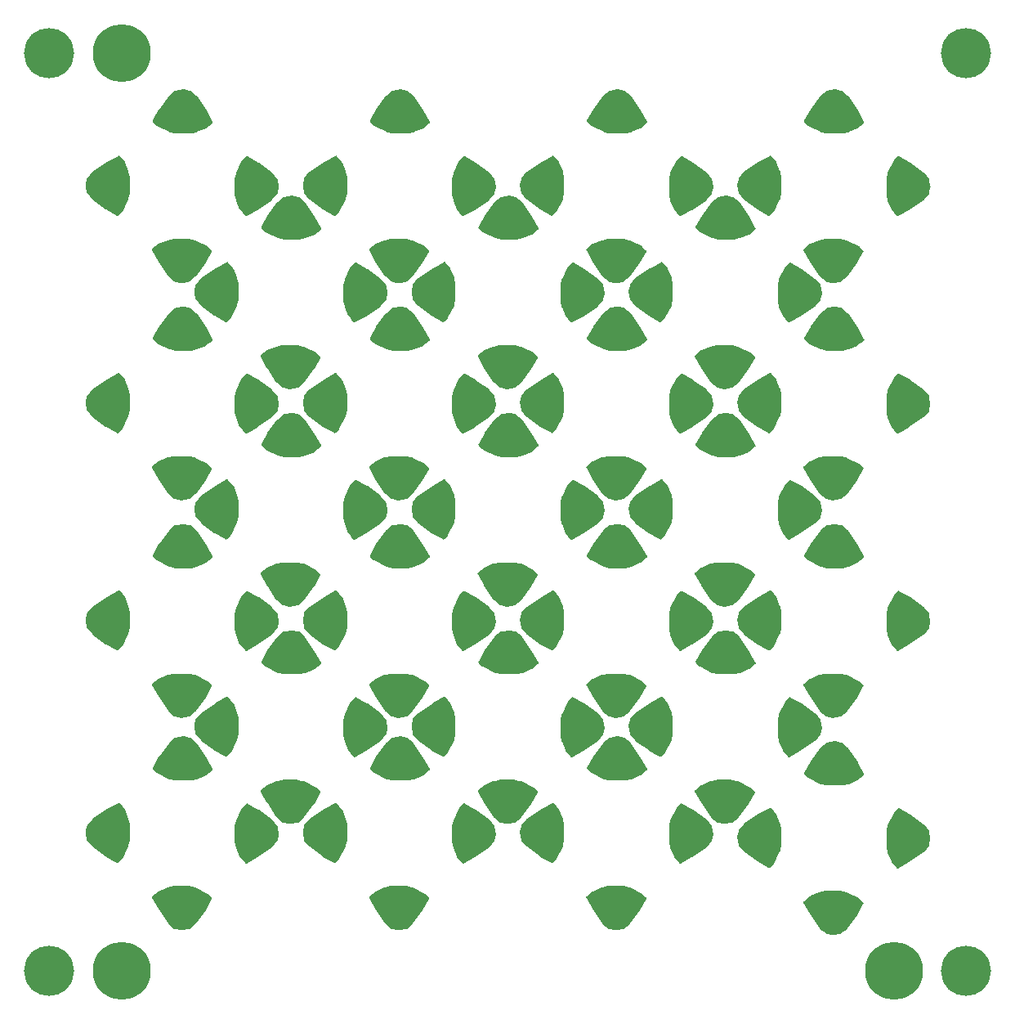
<source format=gbs>
%MOIN*%
%OFA0B0*%
%FSLAX46Y46*%
%IPPOS*%
%LPD*%
%ADD10C,0.23622047244094491*%
%ADD11C,0.20472440944881892*%
%ADD22C,0.0039370078740157488*%
%ADD23C,0.0039370078740157488*%
%ADD24C,0.0039370078740157488*%
%ADD25C,0.0039370078740157488*%
%ADD26C,0.0039370078740157488*%
%ADD27C,0.0039370078740157488*%
%ADD28C,0.0039370078740157488*%
%ADD29C,0.0039370078740157488*%
%ADD30C,0.0039370078740157488*%
%ADD31C,0.0039370078740157488*%
%ADD32C,0.0039370078740157488*%
%ADD33C,0.0039370078740157488*%
%ADD34C,0.0039370078740157488*%
%ADD35C,0.0039370078740157488*%
%ADD36C,0.0039370078740157488*%
%ADD37C,0.0039370078740157488*%
%ADD38C,0.0039370078740157488*%
%ADD39C,0.0039370078740157488*%
%ADD40C,0.0039370078740157488*%
%ADD41C,0.0039370078740157488*%
%ADD42C,0.0039370078740157488*%
%ADD43C,0.0039370078740157488*%
%ADD44C,0.0039370078740157488*%
%ADD45C,0.0039370078740157488*%
%ADD46C,0.0039370078740157488*%
D10*
X0000000000Y0000000000D02*
X0000393700Y0000098400D03*
X0003543200Y0000098400D03*
X0000393700Y0003838500D03*
D11*
X0000098400Y0000098400D03*
X0003838500Y0000098400D03*
X0003838500Y0003838500D03*
X0000098400Y0003838500D03*
G04 next file*
G04 #@! TF.GenerationSoftware,KiCad,Pcbnew,(5.0.1)-4*
G04 #@! TF.CreationDate,2020-02-20T17:45:55+01:00*
G04 #@! TF.ProjectId,bricopixels,627269636F706978656C732E6B696361,1*
G04 #@! TF.SameCoordinates,Original*
G04 #@! TF.FileFunction,Soldermask,Bot*
G04 #@! TF.FilePolarity,Negative*
G04 Gerber Fmt 4.6, Leading zero omitted, Abs format (unit mm)*
G04 Created by KiCad (PCBNEW (5.0.1)-4) date 20/02/2020 17:45:55*
G01*
G04 APERTURE LIST*
G04 APERTURE END LIST*
D22*
G36*
X0000667282Y0003080586D02*
X0000667620Y0003080553D01*
X0000668058Y0003080487D01*
X0000692779Y0003075543D01*
X0000693357Y0003075387D01*
X0000693788Y0003075239D01*
X0000694340Y0003075007D01*
X0000744086Y0003050135D01*
X0000744470Y0003049918D01*
X0000744690Y0003049779D01*
X0000745269Y0003049346D01*
X0000745341Y0003049284D01*
X0000745546Y0003049090D01*
X0000760406Y0003034231D01*
X0000760703Y0003033903D01*
X0000760840Y0003033736D01*
X0000761330Y0003033003D01*
X0000761375Y0003032919D01*
X0000761712Y0003032105D01*
X0000761739Y0003032014D01*
X0000761911Y0003031149D01*
X0000761921Y0003031054D01*
X0000761921Y0003030173D01*
X0000761911Y0003030078D01*
X0000761739Y0003029214D01*
X0000761697Y0003029074D01*
X0000761443Y0003028424D01*
X0000761411Y0003028356D01*
X0000761292Y0003028127D01*
X0000736362Y0002983254D01*
X0000736222Y0002983018D01*
X0000736109Y0002982842D01*
X0000735955Y0002982615D01*
X0000696096Y0002927809D01*
X0000695711Y0002927348D01*
X0000695394Y0002927017D01*
X0000694952Y0002926612D01*
X0000670174Y0002906789D01*
X0000669816Y0002906530D01*
X0000669635Y0002906413D01*
X0000668853Y0002906007D01*
X0000668719Y0002905954D01*
X0000668047Y0002905744D01*
X0000667969Y0002905727D01*
X0000667709Y0002905675D01*
X0000637901Y0002900707D01*
X0000637461Y0002900656D01*
X0000637227Y0002900640D01*
X0000636414Y0002900660D01*
X0000636251Y0002900678D01*
X0000635880Y0002900737D01*
X0000611099Y0002905693D01*
X0000610671Y0002905800D01*
X0000610514Y0002905848D01*
X0000610331Y0002905929D01*
X0000610240Y0002905957D01*
X0000609800Y0002906150D01*
X0000609718Y0002906199D01*
X0000609535Y0002906280D01*
X0000609225Y0002906463D01*
X0000608706Y0002906822D01*
X0000583934Y0002926639D01*
X0000583603Y0002926931D01*
X0000583411Y0002927118D01*
X0000582955Y0002927638D01*
X0000582912Y0002927695D01*
X0000582766Y0002927901D01*
X0000542833Y0002987801D01*
X0000542734Y0002987957D01*
X0000542662Y0002988074D01*
X0000542571Y0002988231D01*
X0000517653Y0003033083D01*
X0000517457Y0003033480D01*
X0000517372Y0003033677D01*
X0000517102Y0003034517D01*
X0000517082Y0003034609D01*
X0000516982Y0003035485D01*
X0000516980Y0003035581D01*
X0000517052Y0003036459D01*
X0000517069Y0003036553D01*
X0000517311Y0003037400D01*
X0000517346Y0003037489D01*
X0000517749Y0003038273D01*
X0000517791Y0003038338D01*
X0000517933Y0003038514D01*
X0000517952Y0003038543D01*
X0000518218Y0003038874D01*
X0000518243Y0003038898D01*
X0000518385Y0003039074D01*
X0000518572Y0003039262D01*
X0000518948Y0003039600D01*
X0000543711Y0003059410D01*
X0000544209Y0003059756D01*
X0000544605Y0003059993D01*
X0000545146Y0003060270D01*
X0000579876Y0003075154D01*
X0000580313Y0003075315D01*
X0000580653Y0003075421D01*
X0000581106Y0003075536D01*
X0000605862Y0003080487D01*
X0000606301Y0003080553D01*
X0000606638Y0003080586D01*
X0000607082Y0003080608D01*
X0000666839Y0003080608D01*
X0000667282Y0003080586D01*
X0000667282Y0003080586D01*
G37*
G36*
X0000905495Y0003417565D02*
X0000906360Y0003417393D01*
X0000906500Y0003417351D01*
X0000907150Y0003417097D01*
X0000907218Y0003417064D01*
X0000907447Y0003416945D01*
X0000952320Y0003392016D01*
X0000952555Y0003391875D01*
X0000952732Y0003391763D01*
X0000952958Y0003391608D01*
X0001007765Y0003351749D01*
X0001008226Y0003351364D01*
X0001008557Y0003351048D01*
X0001008962Y0003350605D01*
X0001028784Y0003325828D01*
X0001029043Y0003325469D01*
X0001029161Y0003325289D01*
X0001029567Y0003324506D01*
X0001029620Y0003324372D01*
X0001029830Y0003323700D01*
X0001029847Y0003323622D01*
X0001029898Y0003323363D01*
X0001034866Y0003293554D01*
X0001034918Y0003293115D01*
X0001034933Y0003292881D01*
X0001034914Y0003292067D01*
X0001034895Y0003291904D01*
X0001034837Y0003291534D01*
X0001029881Y0003266752D01*
X0001029773Y0003266325D01*
X0001029725Y0003266167D01*
X0001029645Y0003265984D01*
X0001029617Y0003265893D01*
X0001029423Y0003265453D01*
X0001029375Y0003265372D01*
X0001029294Y0003265188D01*
X0001029111Y0003264879D01*
X0001028752Y0003264359D01*
X0001008935Y0003239588D01*
X0001008642Y0003239257D01*
X0001008455Y0003239065D01*
X0001007936Y0003238609D01*
X0001007879Y0003238566D01*
X0001007673Y0003238420D01*
X0000947772Y0003198486D01*
X0000947617Y0003198387D01*
X0000947500Y0003198315D01*
X0000947343Y0003198224D01*
X0000902491Y0003173307D01*
X0000902094Y0003173111D01*
X0000901897Y0003173025D01*
X0000901665Y0003172951D01*
X0000901665Y0003172951D01*
X0000901596Y0003172929D01*
X0000901057Y0003172756D01*
X0000900964Y0003172736D01*
X0000900089Y0003172635D01*
X0000899993Y0003172634D01*
X0000899115Y0003172706D01*
X0000899021Y0003172723D01*
X0000898174Y0003172965D01*
X0000898085Y0003173000D01*
X0000897301Y0003173403D01*
X0000897236Y0003173445D01*
X0000897060Y0003173587D01*
X0000897031Y0003173605D01*
X0000896700Y0003173872D01*
X0000896676Y0003173896D01*
X0000896499Y0003174038D01*
X0000896312Y0003174225D01*
X0000895974Y0003174602D01*
X0000876164Y0003199364D01*
X0000875818Y0003199863D01*
X0000875580Y0003200259D01*
X0000875304Y0003200799D01*
X0000860420Y0003235529D01*
X0000860259Y0003235966D01*
X0000860153Y0003236307D01*
X0000860038Y0003236759D01*
X0000855087Y0003261516D01*
X0000855021Y0003261954D01*
X0000854988Y0003262292D01*
X0000854966Y0003262735D01*
X0000854966Y0003322492D01*
X0000854988Y0003322936D01*
X0000855021Y0003323273D01*
X0000855087Y0003323712D01*
X0000860031Y0003348433D01*
X0000860187Y0003349011D01*
X0000860335Y0003349442D01*
X0000860566Y0003349994D01*
X0000885439Y0003399739D01*
X0000885655Y0003400123D01*
X0000885794Y0003400344D01*
X0000886228Y0003400923D01*
X0000886290Y0003400994D01*
X0000886483Y0003401200D01*
X0000901343Y0003416060D01*
X0000901671Y0003416356D01*
X0000901837Y0003416493D01*
X0000902571Y0003416983D01*
X0000902655Y0003417028D01*
X0000903469Y0003417365D01*
X0000903560Y0003417393D01*
X0000904425Y0003417565D01*
X0000904519Y0003417574D01*
X0000905401Y0003417574D01*
X0000905495Y0003417565D01*
X0000905495Y0003417565D01*
G37*
G36*
X0000382805Y0003419522D02*
X0000382899Y0003419504D01*
X0000383747Y0003419262D01*
X0000383835Y0003419227D01*
X0000384619Y0003418824D01*
X0000384684Y0003418783D01*
X0000384860Y0003418641D01*
X0000384890Y0003418622D01*
X0000385220Y0003418356D01*
X0000385245Y0003418331D01*
X0000385421Y0003418189D01*
X0000385609Y0003418002D01*
X0000385946Y0003417626D01*
X0000405756Y0003392863D01*
X0000406102Y0003392365D01*
X0000406340Y0003391969D01*
X0000406616Y0003391428D01*
X0000421500Y0003356698D01*
X0000421661Y0003356261D01*
X0000421767Y0003355920D01*
X0000421882Y0003355468D01*
X0000426834Y0003330712D01*
X0000426899Y0003330273D01*
X0000426932Y0003329936D01*
X0000426954Y0003329492D01*
X0000426954Y0003269735D01*
X0000426932Y0003269292D01*
X0000426899Y0003268954D01*
X0000426834Y0003268516D01*
X0000421889Y0003243795D01*
X0000421733Y0003243217D01*
X0000421585Y0003242786D01*
X0000421354Y0003242234D01*
X0000396481Y0003192488D01*
X0000396265Y0003192104D01*
X0000396126Y0003191883D01*
X0000395693Y0003191304D01*
X0000395630Y0003191233D01*
X0000395437Y0003191027D01*
X0000380577Y0003176168D01*
X0000380250Y0003175871D01*
X0000380083Y0003175734D01*
X0000379350Y0003175244D01*
X0000379266Y0003175199D01*
X0000378451Y0003174862D01*
X0000378360Y0003174834D01*
X0000377495Y0003174662D01*
X0000377401Y0003174653D01*
X0000376519Y0003174653D01*
X0000376425Y0003174662D01*
X0000375560Y0003174834D01*
X0000375420Y0003174877D01*
X0000374770Y0003175130D01*
X0000374703Y0003175163D01*
X0000374473Y0003175282D01*
X0000329600Y0003200212D01*
X0000329365Y0003200352D01*
X0000329188Y0003200465D01*
X0000328962Y0003200619D01*
X0000274156Y0003240478D01*
X0000273695Y0003240863D01*
X0000273363Y0003241179D01*
X0000272958Y0003241622D01*
X0000253136Y0003266400D01*
X0000252877Y0003266758D01*
X0000252759Y0003266939D01*
X0000252354Y0003267721D01*
X0000252300Y0003267855D01*
X0000252091Y0003268527D01*
X0000252073Y0003268605D01*
X0000252022Y0003268865D01*
X0000247054Y0003298673D01*
X0000247003Y0003299113D01*
X0000246987Y0003299347D01*
X0000247006Y0003300160D01*
X0000247025Y0003300323D01*
X0000247083Y0003300693D01*
X0000252039Y0003325475D01*
X0000252147Y0003325903D01*
X0000252195Y0003326060D01*
X0000252276Y0003326243D01*
X0000252303Y0003326334D01*
X0000252497Y0003326774D01*
X0000252545Y0003326856D01*
X0000252626Y0003327039D01*
X0000252809Y0003327349D01*
X0000253168Y0003327868D01*
X0000272985Y0003352639D01*
X0000273278Y0003352971D01*
X0000273465Y0003353162D01*
X0000273984Y0003353619D01*
X0000274041Y0003353661D01*
X0000274248Y0003353808D01*
X0000334148Y0003393741D01*
X0000334303Y0003393840D01*
X0000334421Y0003393912D01*
X0000334577Y0003394003D01*
X0000379429Y0003418921D01*
X0000379826Y0003419116D01*
X0000380023Y0003419202D01*
X0000380255Y0003419276D01*
X0000380255Y0003419276D01*
X0000380324Y0003419298D01*
X0000380863Y0003419472D01*
X0000380956Y0003419492D01*
X0000381832Y0003419592D01*
X0000381927Y0003419594D01*
X0000382805Y0003419522D01*
X0000382805Y0003419522D01*
G37*
G36*
X0000645507Y0003690568D02*
X0000645670Y0003690549D01*
X0000646040Y0003690491D01*
X0000670822Y0003685535D01*
X0000671249Y0003685427D01*
X0000671407Y0003685379D01*
X0000671590Y0003685298D01*
X0000671681Y0003685271D01*
X0000672120Y0003685077D01*
X0000672202Y0003685028D01*
X0000672385Y0003684948D01*
X0000672695Y0003684764D01*
X0000673215Y0003684406D01*
X0000697986Y0003664589D01*
X0000698317Y0003664296D01*
X0000698509Y0003664109D01*
X0000698965Y0003663589D01*
X0000699008Y0003663533D01*
X0000699154Y0003663326D01*
X0000739087Y0003603426D01*
X0000739187Y0003603270D01*
X0000739258Y0003603153D01*
X0000739349Y0003602996D01*
X0000764267Y0003558145D01*
X0000764463Y0003557748D01*
X0000764548Y0003557550D01*
X0000764818Y0003556711D01*
X0000764838Y0003556618D01*
X0000764939Y0003555742D01*
X0000764940Y0003555646D01*
X0000764868Y0003554769D01*
X0000764851Y0003554675D01*
X0000764609Y0003553827D01*
X0000764574Y0003553739D01*
X0000764171Y0003552954D01*
X0000764129Y0003552890D01*
X0000763987Y0003552713D01*
X0000763968Y0003552684D01*
X0000763702Y0003552354D01*
X0000763678Y0003552329D01*
X0000763536Y0003552153D01*
X0000763349Y0003551965D01*
X0000762972Y0003551628D01*
X0000738210Y0003531818D01*
X0000737711Y0003531471D01*
X0000737315Y0003531234D01*
X0000736775Y0003530958D01*
X0000702044Y0003516073D01*
X0000701607Y0003515912D01*
X0000701267Y0003515807D01*
X0000700814Y0003515691D01*
X0000676058Y0003510740D01*
X0000675620Y0003510675D01*
X0000675282Y0003510641D01*
X0000674839Y0003510620D01*
X0000615082Y0003510620D01*
X0000614638Y0003510641D01*
X0000614301Y0003510675D01*
X0000613862Y0003510740D01*
X0000589141Y0003515684D01*
X0000588563Y0003515841D01*
X0000588132Y0003515989D01*
X0000587580Y0003516220D01*
X0000537835Y0003541093D01*
X0000537451Y0003541309D01*
X0000537230Y0003541448D01*
X0000536651Y0003541881D01*
X0000536580Y0003541944D01*
X0000536374Y0003542137D01*
X0000521514Y0003556997D01*
X0000521217Y0003557324D01*
X0000521080Y0003557491D01*
X0000520591Y0003558224D01*
X0000520546Y0003558308D01*
X0000520208Y0003559122D01*
X0000520181Y0003559214D01*
X0000520009Y0003560078D01*
X0000519999Y0003560173D01*
X0000519999Y0003561054D01*
X0000520009Y0003561149D01*
X0000520181Y0003562014D01*
X0000520223Y0003562153D01*
X0000520477Y0003562804D01*
X0000520510Y0003562871D01*
X0000520629Y0003563101D01*
X0000545558Y0003607973D01*
X0000545698Y0003608209D01*
X0000545811Y0003608386D01*
X0000545965Y0003608612D01*
X0000585824Y0003663418D01*
X0000586209Y0003663879D01*
X0000586526Y0003664211D01*
X0000586968Y0003664616D01*
X0000611746Y0003684438D01*
X0000612104Y0003684697D01*
X0000612285Y0003684814D01*
X0000613068Y0003685220D01*
X0000613202Y0003685274D01*
X0000613874Y0003685483D01*
X0000613951Y0003685501D01*
X0000614211Y0003685552D01*
X0000644020Y0003690520D01*
X0000644459Y0003690571D01*
X0000644693Y0003690587D01*
X0000645507Y0003690568D01*
X0000645507Y0003690568D01*
G37*
G04 next file*
G04 #@! TF.GenerationSoftware,KiCad,Pcbnew,(5.0.1)-4*
G04 #@! TF.CreationDate,2020-02-20T17:45:55+01:00*
G04 #@! TF.ProjectId,bricopixels,627269636F706978656C732E6B696361,1*
G04 #@! TF.SameCoordinates,Original*
G04 #@! TF.FileFunction,Soldermask,Bot*
G04 #@! TF.FilePolarity,Negative*
G04 Gerber Fmt 4.6, Leading zero omitted, Abs format (unit mm)*
G04 Created by KiCad (PCBNEW (5.0.1)-4) date 20/02/2020 17:45:55*
G01*
G04 APERTURE LIST*
G04 APERTURE END LIST*
D23*
G36*
X0000667282Y0000442791D02*
X0000667620Y0000442757D01*
X0000668058Y0000442692D01*
X0000692779Y0000437748D01*
X0000693357Y0000437592D01*
X0000693788Y0000437444D01*
X0000694340Y0000437212D01*
X0000744086Y0000412339D01*
X0000744470Y0000412123D01*
X0000744690Y0000411984D01*
X0000745269Y0000411551D01*
X0000745341Y0000411488D01*
X0000745546Y0000411295D01*
X0000760406Y0000396435D01*
X0000760703Y0000396108D01*
X0000760840Y0000395941D01*
X0000761330Y0000395208D01*
X0000761375Y0000395124D01*
X0000761712Y0000394310D01*
X0000761739Y0000394219D01*
X0000761911Y0000393354D01*
X0000761921Y0000393259D01*
X0000761921Y0000392378D01*
X0000761911Y0000392283D01*
X0000761739Y0000391418D01*
X0000761697Y0000391279D01*
X0000761443Y0000390629D01*
X0000761411Y0000390561D01*
X0000761292Y0000390331D01*
X0000736362Y0000345459D01*
X0000736222Y0000345223D01*
X0000736109Y0000345046D01*
X0000735955Y0000344820D01*
X0000696096Y0000290014D01*
X0000695711Y0000289553D01*
X0000695394Y0000289221D01*
X0000694952Y0000288816D01*
X0000670174Y0000268994D01*
X0000669816Y0000268735D01*
X0000669635Y0000268618D01*
X0000668853Y0000268212D01*
X0000668719Y0000268158D01*
X0000668047Y0000267949D01*
X0000667969Y0000267931D01*
X0000667709Y0000267880D01*
X0000637901Y0000262912D01*
X0000637461Y0000262861D01*
X0000637227Y0000262845D01*
X0000636414Y0000262864D01*
X0000636251Y0000262883D01*
X0000635880Y0000262941D01*
X0000611099Y0000267898D01*
X0000610671Y0000268005D01*
X0000610514Y0000268053D01*
X0000610331Y0000268134D01*
X0000610240Y0000268162D01*
X0000609800Y0000268355D01*
X0000609718Y0000268404D01*
X0000609535Y0000268484D01*
X0000609225Y0000268668D01*
X0000608706Y0000269026D01*
X0000583934Y0000288843D01*
X0000583603Y0000289136D01*
X0000583411Y0000289323D01*
X0000582955Y0000289843D01*
X0000582912Y0000289899D01*
X0000582766Y0000290106D01*
X0000542833Y0000350006D01*
X0000542734Y0000350162D01*
X0000542662Y0000350279D01*
X0000542571Y0000350436D01*
X0000517653Y0000395287D01*
X0000517457Y0000395684D01*
X0000517372Y0000395882D01*
X0000517102Y0000396721D01*
X0000517082Y0000396814D01*
X0000516982Y0000397690D01*
X0000516980Y0000397786D01*
X0000517052Y0000398663D01*
X0000517069Y0000398757D01*
X0000517311Y0000399605D01*
X0000517346Y0000399693D01*
X0000517749Y0000400478D01*
X0000517791Y0000400543D01*
X0000517933Y0000400719D01*
X0000517952Y0000400748D01*
X0000518218Y0000401078D01*
X0000518243Y0000401103D01*
X0000518385Y0000401279D01*
X0000518572Y0000401467D01*
X0000518948Y0000401804D01*
X0000543711Y0000421615D01*
X0000544209Y0000421961D01*
X0000544605Y0000422198D01*
X0000545146Y0000422474D01*
X0000579876Y0000437359D01*
X0000580313Y0000437520D01*
X0000580653Y0000437625D01*
X0000581106Y0000437741D01*
X0000605862Y0000442692D01*
X0000606301Y0000442757D01*
X0000606638Y0000442791D01*
X0000607082Y0000442813D01*
X0000666839Y0000442813D01*
X0000667282Y0000442791D01*
X0000667282Y0000442791D01*
G37*
G36*
X0000905495Y0000779770D02*
X0000906360Y0000779598D01*
X0000906500Y0000779555D01*
X0000907150Y0000779302D01*
X0000907218Y0000779269D01*
X0000907447Y0000779150D01*
X0000952320Y0000754221D01*
X0000952555Y0000754080D01*
X0000952732Y0000753967D01*
X0000952958Y0000753813D01*
X0001007765Y0000713954D01*
X0001008226Y0000713569D01*
X0001008557Y0000713253D01*
X0001008962Y0000712810D01*
X0001028784Y0000688033D01*
X0001029043Y0000687674D01*
X0001029161Y0000687493D01*
X0001029567Y0000686711D01*
X0001029620Y0000686577D01*
X0001029830Y0000685905D01*
X0001029847Y0000685827D01*
X0001029898Y0000685567D01*
X0001034866Y0000655759D01*
X0001034918Y0000655320D01*
X0001034933Y0000655085D01*
X0001034914Y0000654272D01*
X0001034895Y0000654109D01*
X0001034837Y0000653739D01*
X0001029881Y0000628957D01*
X0001029773Y0000628529D01*
X0001029725Y0000628372D01*
X0001029645Y0000628189D01*
X0001029617Y0000628098D01*
X0001029423Y0000627658D01*
X0001029375Y0000627576D01*
X0001029294Y0000627393D01*
X0001029111Y0000627083D01*
X0001028752Y0000626564D01*
X0001008935Y0000601793D01*
X0001008642Y0000601462D01*
X0001008455Y0000601270D01*
X0001007936Y0000600813D01*
X0001007879Y0000600771D01*
X0001007673Y0000600624D01*
X0000947772Y0000560691D01*
X0000947617Y0000560592D01*
X0000947500Y0000560520D01*
X0000947343Y0000560429D01*
X0000902491Y0000535511D01*
X0000902094Y0000535316D01*
X0000901897Y0000535230D01*
X0000901665Y0000535156D01*
X0000901665Y0000535156D01*
X0000901596Y0000535134D01*
X0000901057Y0000534960D01*
X0000900964Y0000534940D01*
X0000900089Y0000534840D01*
X0000899993Y0000534838D01*
X0000899115Y0000534910D01*
X0000899021Y0000534928D01*
X0000898174Y0000535170D01*
X0000898085Y0000535205D01*
X0000897301Y0000535608D01*
X0000897236Y0000535650D01*
X0000897060Y0000535791D01*
X0000897031Y0000535810D01*
X0000896700Y0000536077D01*
X0000896676Y0000536101D01*
X0000896499Y0000536243D01*
X0000896312Y0000536430D01*
X0000895974Y0000536806D01*
X0000876164Y0000561569D01*
X0000875818Y0000562067D01*
X0000875580Y0000562463D01*
X0000875304Y0000563004D01*
X0000860420Y0000597734D01*
X0000860259Y0000598171D01*
X0000860153Y0000598512D01*
X0000860038Y0000598964D01*
X0000855087Y0000623720D01*
X0000855021Y0000624159D01*
X0000854988Y0000624496D01*
X0000854966Y0000624940D01*
X0000854966Y0000684697D01*
X0000854988Y0000685140D01*
X0000855021Y0000685478D01*
X0000855087Y0000685916D01*
X0000860031Y0000710637D01*
X0000860187Y0000711215D01*
X0000860335Y0000711646D01*
X0000860566Y0000712199D01*
X0000885439Y0000761944D01*
X0000885655Y0000762328D01*
X0000885794Y0000762549D01*
X0000886228Y0000763128D01*
X0000886290Y0000763199D01*
X0000886483Y0000763405D01*
X0000901343Y0000778264D01*
X0000901671Y0000778561D01*
X0000901837Y0000778698D01*
X0000902571Y0000779188D01*
X0000902655Y0000779233D01*
X0000903469Y0000779570D01*
X0000903560Y0000779598D01*
X0000904425Y0000779770D01*
X0000904519Y0000779779D01*
X0000905401Y0000779779D01*
X0000905495Y0000779770D01*
X0000905495Y0000779770D01*
G37*
G36*
X0000382805Y0000781726D02*
X0000382899Y0000781709D01*
X0000383747Y0000781467D01*
X0000383835Y0000781432D01*
X0000384619Y0000781029D01*
X0000384684Y0000780987D01*
X0000384860Y0000780845D01*
X0000384890Y0000780827D01*
X0000385220Y0000780560D01*
X0000385245Y0000780536D01*
X0000385421Y0000780394D01*
X0000385609Y0000780207D01*
X0000385946Y0000779830D01*
X0000405756Y0000755068D01*
X0000406102Y0000754570D01*
X0000406340Y0000754174D01*
X0000406616Y0000753633D01*
X0000421500Y0000718903D01*
X0000421661Y0000718466D01*
X0000421767Y0000718125D01*
X0000421882Y0000717673D01*
X0000426834Y0000692916D01*
X0000426899Y0000692478D01*
X0000426932Y0000692140D01*
X0000426954Y0000691697D01*
X0000426954Y0000631940D01*
X0000426932Y0000631496D01*
X0000426899Y0000631159D01*
X0000426834Y0000630720D01*
X0000421889Y0000606000D01*
X0000421733Y0000605422D01*
X0000421585Y0000604990D01*
X0000421354Y0000604438D01*
X0000396481Y0000554693D01*
X0000396265Y0000554309D01*
X0000396126Y0000554088D01*
X0000395693Y0000553509D01*
X0000395630Y0000553438D01*
X0000395437Y0000553232D01*
X0000380577Y0000538372D01*
X0000380250Y0000538076D01*
X0000380083Y0000537939D01*
X0000379350Y0000537449D01*
X0000379266Y0000537404D01*
X0000378451Y0000537067D01*
X0000378360Y0000537039D01*
X0000377495Y0000536867D01*
X0000377401Y0000536858D01*
X0000376519Y0000536858D01*
X0000376425Y0000536867D01*
X0000375560Y0000537039D01*
X0000375420Y0000537081D01*
X0000374770Y0000537335D01*
X0000374703Y0000537368D01*
X0000374473Y0000537487D01*
X0000329600Y0000562416D01*
X0000329365Y0000562557D01*
X0000329188Y0000562669D01*
X0000328962Y0000562824D01*
X0000274156Y0000602683D01*
X0000273695Y0000603068D01*
X0000273363Y0000603384D01*
X0000272958Y0000603827D01*
X0000253136Y0000628604D01*
X0000252877Y0000628963D01*
X0000252759Y0000629143D01*
X0000252354Y0000629926D01*
X0000252300Y0000630060D01*
X0000252091Y0000630732D01*
X0000252073Y0000630810D01*
X0000252022Y0000631069D01*
X0000247054Y0000660878D01*
X0000247003Y0000661317D01*
X0000246987Y0000661551D01*
X0000247006Y0000662365D01*
X0000247025Y0000662528D01*
X0000247083Y0000662898D01*
X0000252039Y0000687680D01*
X0000252147Y0000688107D01*
X0000252195Y0000688265D01*
X0000252276Y0000688448D01*
X0000252303Y0000688539D01*
X0000252497Y0000688979D01*
X0000252545Y0000689060D01*
X0000252626Y0000689244D01*
X0000252809Y0000689554D01*
X0000253168Y0000690073D01*
X0000272985Y0000714844D01*
X0000273278Y0000715175D01*
X0000273465Y0000715367D01*
X0000273984Y0000715824D01*
X0000274041Y0000715866D01*
X0000274248Y0000716012D01*
X0000334148Y0000755946D01*
X0000334303Y0000756045D01*
X0000334421Y0000756117D01*
X0000334577Y0000756208D01*
X0000379429Y0000781125D01*
X0000379826Y0000781321D01*
X0000380023Y0000781407D01*
X0000380255Y0000781481D01*
X0000380255Y0000781481D01*
X0000380324Y0000781503D01*
X0000380863Y0000781676D01*
X0000380956Y0000781696D01*
X0000381832Y0000781797D01*
X0000381927Y0000781798D01*
X0000382805Y0000781726D01*
X0000382805Y0000781726D01*
G37*
G36*
X0000645507Y0001052772D02*
X0000645670Y0001052754D01*
X0000646040Y0001052696D01*
X0000670822Y0001047739D01*
X0000671249Y0001047632D01*
X0000671407Y0001047584D01*
X0000671590Y0001047503D01*
X0000671681Y0001047475D01*
X0000672120Y0001047282D01*
X0000672202Y0001047233D01*
X0000672385Y0001047152D01*
X0000672695Y0001046969D01*
X0000673215Y0001046610D01*
X0000697986Y0001026793D01*
X0000698317Y0001026501D01*
X0000698509Y0001026314D01*
X0000698965Y0001025794D01*
X0000699008Y0001025738D01*
X0000699154Y0001025531D01*
X0000739087Y0000965631D01*
X0000739187Y0000965475D01*
X0000739258Y0000965358D01*
X0000739349Y0000965201D01*
X0000764267Y0000920350D01*
X0000764463Y0000919953D01*
X0000764548Y0000919755D01*
X0000764818Y0000918915D01*
X0000764838Y0000918823D01*
X0000764939Y0000917947D01*
X0000764940Y0000917851D01*
X0000764868Y0000916973D01*
X0000764851Y0000916879D01*
X0000764609Y0000916032D01*
X0000764574Y0000915943D01*
X0000764171Y0000915159D01*
X0000764129Y0000915094D01*
X0000763987Y0000914918D01*
X0000763968Y0000914889D01*
X0000763702Y0000914558D01*
X0000763678Y0000914534D01*
X0000763536Y0000914358D01*
X0000763349Y0000914170D01*
X0000762972Y0000913832D01*
X0000738210Y0000894022D01*
X0000737711Y0000893676D01*
X0000737315Y0000893439D01*
X0000736775Y0000893163D01*
X0000702044Y0000878278D01*
X0000701607Y0000878117D01*
X0000701267Y0000878011D01*
X0000700814Y0000877896D01*
X0000676058Y0000872945D01*
X0000675620Y0000872880D01*
X0000675282Y0000872846D01*
X0000674839Y0000872824D01*
X0000615082Y0000872824D01*
X0000614638Y0000872846D01*
X0000614301Y0000872880D01*
X0000613862Y0000872945D01*
X0000589141Y0000877889D01*
X0000588563Y0000878045D01*
X0000588132Y0000878193D01*
X0000587580Y0000878425D01*
X0000537835Y0000903298D01*
X0000537451Y0000903514D01*
X0000537230Y0000903653D01*
X0000536651Y0000904086D01*
X0000536580Y0000904149D01*
X0000536374Y0000904342D01*
X0000521514Y0000919201D01*
X0000521217Y0000919529D01*
X0000521080Y0000919696D01*
X0000520591Y0000920429D01*
X0000520546Y0000920513D01*
X0000520208Y0000921327D01*
X0000520181Y0000921418D01*
X0000520009Y0000922283D01*
X0000519999Y0000922378D01*
X0000519999Y0000923259D01*
X0000520009Y0000923354D01*
X0000520181Y0000924219D01*
X0000520223Y0000924358D01*
X0000520477Y0000925008D01*
X0000520510Y0000925076D01*
X0000520629Y0000925305D01*
X0000545558Y0000970178D01*
X0000545698Y0000970414D01*
X0000545811Y0000970590D01*
X0000545965Y0000970817D01*
X0000585824Y0001025623D01*
X0000586209Y0001026084D01*
X0000586526Y0001026415D01*
X0000586968Y0001026821D01*
X0000611746Y0001046643D01*
X0000612104Y0001046902D01*
X0000612285Y0001047019D01*
X0000613068Y0001047425D01*
X0000613202Y0001047479D01*
X0000613874Y0001047688D01*
X0000613951Y0001047706D01*
X0000614211Y0001047757D01*
X0000644020Y0001052725D01*
X0000644459Y0001052776D01*
X0000644693Y0001052792D01*
X0000645507Y0001052772D01*
X0000645507Y0001052772D01*
G37*
G04 next file*
G04 #@! TF.GenerationSoftware,KiCad,Pcbnew,(5.0.1)-4*
G04 #@! TF.CreationDate,2020-02-20T17:45:55+01:00*
G04 #@! TF.ProjectId,bricopixels,627269636F706978656C732E6B696361,1*
G04 #@! TF.SameCoordinates,Original*
G04 #@! TF.FileFunction,Soldermask,Bot*
G04 #@! TF.FilePolarity,Negative*
G04 Gerber Fmt 4.6, Leading zero omitted, Abs format (unit mm)*
G04 Created by KiCad (PCBNEW (5.0.1)-4) date 20/02/2020 17:45:55*
G01*
G04 APERTURE LIST*
G04 APERTURE END LIST*
D24*
G36*
X0001110195Y0000875862D02*
X0001110533Y0000875828D01*
X0001110972Y0000875763D01*
X0001135692Y0000870819D01*
X0001136270Y0000870662D01*
X0001136702Y0000870514D01*
X0001137254Y0000870283D01*
X0001186999Y0000845410D01*
X0001187383Y0000845194D01*
X0001187604Y0000845055D01*
X0001188183Y0000844622D01*
X0001188254Y0000844559D01*
X0001188460Y0000844366D01*
X0001203319Y0000829506D01*
X0001203616Y0000829179D01*
X0001203753Y0000829012D01*
X0001204243Y0000828279D01*
X0001204288Y0000828195D01*
X0001204625Y0000827381D01*
X0001204653Y0000827289D01*
X0001204825Y0000826425D01*
X0001204834Y0000826330D01*
X0001204834Y0000825449D01*
X0001204825Y0000825354D01*
X0001204653Y0000824489D01*
X0001204610Y0000824350D01*
X0001204357Y0000823699D01*
X0001204324Y0000823632D01*
X0001204205Y0000823402D01*
X0001179276Y0000778530D01*
X0001179135Y0000778294D01*
X0001179022Y0000778117D01*
X0001178868Y0000777891D01*
X0001139009Y0000723085D01*
X0001138624Y0000722624D01*
X0001138308Y0000722292D01*
X0001137865Y0000721887D01*
X0001113088Y0000702065D01*
X0001112729Y0000701806D01*
X0001112549Y0000701688D01*
X0001111766Y0000701283D01*
X0001111632Y0000701229D01*
X0001110960Y0000701020D01*
X0001110882Y0000701002D01*
X0001110623Y0000700951D01*
X0001080814Y0000695983D01*
X0001080375Y0000695932D01*
X0001080140Y0000695916D01*
X0001079327Y0000695935D01*
X0001079164Y0000695954D01*
X0001078794Y0000696012D01*
X0001054012Y0000700968D01*
X0001053584Y0000701076D01*
X0001053427Y0000701124D01*
X0001053244Y0000701205D01*
X0001053153Y0000701232D01*
X0001052713Y0000701426D01*
X0001052631Y0000701474D01*
X0001052448Y0000701555D01*
X0001052138Y0000701738D01*
X0001051619Y0000702097D01*
X0001026848Y0000721914D01*
X0001026517Y0000722207D01*
X0001026325Y0000722394D01*
X0001025868Y0000722913D01*
X0001025826Y0000722970D01*
X0001025680Y0000723177D01*
X0000985746Y0000783077D01*
X0000985647Y0000783232D01*
X0000985575Y0000783350D01*
X0000985484Y0000783507D01*
X0000960567Y0000828358D01*
X0000960371Y0000828755D01*
X0000960285Y0000828953D01*
X0000960016Y0000829792D01*
X0000959996Y0000829885D01*
X0000959895Y0000830761D01*
X0000959893Y0000830857D01*
X0000959966Y0000831734D01*
X0000959983Y0000831828D01*
X0000960225Y0000832676D01*
X0000960260Y0000832764D01*
X0000960663Y0000833549D01*
X0000960705Y0000833613D01*
X0000960847Y0000833790D01*
X0000960865Y0000833819D01*
X0000961132Y0000834149D01*
X0000961156Y0000834174D01*
X0000961298Y0000834350D01*
X0000961485Y0000834538D01*
X0000961862Y0000834875D01*
X0000986624Y0000854685D01*
X0000987122Y0000855032D01*
X0000987518Y0000855269D01*
X0000988059Y0000855545D01*
X0001022789Y0000870429D01*
X0001023226Y0000870590D01*
X0001023567Y0000870696D01*
X0001024019Y0000870812D01*
X0001048775Y0000875763D01*
X0001049214Y0000875828D01*
X0001049551Y0000875862D01*
X0001049995Y0000875883D01*
X0001109752Y0000875883D01*
X0001110195Y0000875862D01*
X0001110195Y0000875862D01*
G37*
G36*
X0001348409Y0001212841D02*
X0001349274Y0001212669D01*
X0001349413Y0001212626D01*
X0001350063Y0001212372D01*
X0001350131Y0001212340D01*
X0001350360Y0001212221D01*
X0001395233Y0001187291D01*
X0001395469Y0001187151D01*
X0001395646Y0001187038D01*
X0001395872Y0001186884D01*
X0001450678Y0001147025D01*
X0001451139Y0001146640D01*
X0001451470Y0001146324D01*
X0001451876Y0001145881D01*
X0001471698Y0001121103D01*
X0001471957Y0001120745D01*
X0001472074Y0001120564D01*
X0001472480Y0001119782D01*
X0001472534Y0001119648D01*
X0001472743Y0001118976D01*
X0001472761Y0001118898D01*
X0001472812Y0001118638D01*
X0001477780Y0001088830D01*
X0001477831Y0001088390D01*
X0001477847Y0001088156D01*
X0001477828Y0001087343D01*
X0001477809Y0001087180D01*
X0001477751Y0001086810D01*
X0001472794Y0001062028D01*
X0001472687Y0001061600D01*
X0001472639Y0001061443D01*
X0001472558Y0001061260D01*
X0001472530Y0001061169D01*
X0001472337Y0001060729D01*
X0001472288Y0001060647D01*
X0001472208Y0001060464D01*
X0001472024Y0001060154D01*
X0001471665Y0001059635D01*
X0001451849Y0001034864D01*
X0001451556Y0001034532D01*
X0001451369Y0001034341D01*
X0001450849Y0001033884D01*
X0001450793Y0001033842D01*
X0001450586Y0001033695D01*
X0001390686Y0000993762D01*
X0001390530Y0000993663D01*
X0001390413Y0000993591D01*
X0001390256Y0000993500D01*
X0001345405Y0000968582D01*
X0001345008Y0000968387D01*
X0001344810Y0000968301D01*
X0001344579Y0000968227D01*
X0001344579Y0000968227D01*
X0001344510Y0000968205D01*
X0001343971Y0000968031D01*
X0001343878Y0000968011D01*
X0001343002Y0000967911D01*
X0001342906Y0000967909D01*
X0001342029Y0000967981D01*
X0001341934Y0000967998D01*
X0001341087Y0000968241D01*
X0001340998Y0000968276D01*
X0001340214Y0000968678D01*
X0001340149Y0000968720D01*
X0001339973Y0000968862D01*
X0001339944Y0000968881D01*
X0001339614Y0000969147D01*
X0001339589Y0000969172D01*
X0001339413Y0000969314D01*
X0001339225Y0000969501D01*
X0001338887Y0000969877D01*
X0001319077Y0000994640D01*
X0001318731Y0000995138D01*
X0001318494Y0000995534D01*
X0001318218Y0000996075D01*
X0001303333Y0001030805D01*
X0001303172Y0001031242D01*
X0001303066Y0001031583D01*
X0001302951Y0001032035D01*
X0001298000Y0001056791D01*
X0001297935Y0001057230D01*
X0001297901Y0001057567D01*
X0001297879Y0001058011D01*
X0001297879Y0001117768D01*
X0001297901Y0001118211D01*
X0001297935Y0001118549D01*
X0001298000Y0001118987D01*
X0001302944Y0001143708D01*
X0001303100Y0001144286D01*
X0001303248Y0001144717D01*
X0001303480Y0001145269D01*
X0001328353Y0001195015D01*
X0001328569Y0001195399D01*
X0001328708Y0001195620D01*
X0001329141Y0001196199D01*
X0001329204Y0001196270D01*
X0001329397Y0001196475D01*
X0001344257Y0001211335D01*
X0001344584Y0001211632D01*
X0001344751Y0001211769D01*
X0001345484Y0001212259D01*
X0001345568Y0001212304D01*
X0001346382Y0001212641D01*
X0001346473Y0001212669D01*
X0001347338Y0001212841D01*
X0001347433Y0001212850D01*
X0001348314Y0001212850D01*
X0001348409Y0001212841D01*
X0001348409Y0001212841D01*
G37*
G36*
X0000825718Y0001214797D02*
X0000825813Y0001214780D01*
X0000826660Y0001214538D01*
X0000826749Y0001214503D01*
X0000827533Y0001214100D01*
X0000827598Y0001214058D01*
X0000827774Y0001213916D01*
X0000827803Y0001213897D01*
X0000828133Y0001213631D01*
X0000828158Y0001213607D01*
X0000828334Y0001213465D01*
X0000828522Y0001213278D01*
X0000828860Y0001212901D01*
X0000848670Y0001188139D01*
X0000849016Y0001187640D01*
X0000849253Y0001187244D01*
X0000849529Y0001186704D01*
X0000864414Y0001151974D01*
X0000864575Y0001151537D01*
X0000864681Y0001151196D01*
X0000864796Y0001150744D01*
X0000869747Y0001125987D01*
X0000869812Y0001125549D01*
X0000869846Y0001125211D01*
X0000869868Y0001124768D01*
X0000869868Y0001065011D01*
X0000869846Y0001064567D01*
X0000869812Y0001064230D01*
X0000869747Y0001063791D01*
X0000864803Y0001039070D01*
X0000864647Y0001038492D01*
X0000864499Y0001038061D01*
X0000864267Y0001037509D01*
X0000839394Y0000987764D01*
X0000839178Y0000987380D01*
X0000839039Y0000987159D01*
X0000838606Y0000986580D01*
X0000838543Y0000986509D01*
X0000838350Y0000986303D01*
X0000823490Y0000971443D01*
X0000823163Y0000971146D01*
X0000822996Y0000971010D01*
X0000822263Y0000970520D01*
X0000822179Y0000970475D01*
X0000821365Y0000970138D01*
X0000821274Y0000970110D01*
X0000820409Y0000969938D01*
X0000820314Y0000969929D01*
X0000819433Y0000969929D01*
X0000819338Y0000969938D01*
X0000818473Y0000970110D01*
X0000818334Y0000970152D01*
X0000817684Y0000970406D01*
X0000817616Y0000970439D01*
X0000817387Y0000970558D01*
X0000772514Y0000995487D01*
X0000772278Y0000995627D01*
X0000772101Y0000995740D01*
X0000771875Y0000995895D01*
X0000717069Y0001035754D01*
X0000716608Y0001036138D01*
X0000716277Y0001036455D01*
X0000715871Y0001036897D01*
X0000696049Y0001061675D01*
X0000695790Y0001062033D01*
X0000695673Y0001062214D01*
X0000695267Y0001062997D01*
X0000695213Y0001063131D01*
X0000695004Y0001063803D01*
X0000694986Y0001063881D01*
X0000694935Y0001064140D01*
X0000689967Y0001093949D01*
X0000689916Y0001094388D01*
X0000689900Y0001094622D01*
X0000689920Y0001095436D01*
X0000689938Y0001095599D01*
X0000689996Y0001095969D01*
X0000694953Y0001120751D01*
X0000695060Y0001121178D01*
X0000695108Y0001121336D01*
X0000695189Y0001121519D01*
X0000695217Y0001121610D01*
X0000695410Y0001122049D01*
X0000695459Y0001122131D01*
X0000695539Y0001122315D01*
X0000695723Y0001122624D01*
X0000696082Y0001123144D01*
X0000715898Y0001147915D01*
X0000716191Y0001148246D01*
X0000716378Y0001148438D01*
X0000716898Y0001148894D01*
X0000716954Y0001148937D01*
X0000717161Y0001149083D01*
X0000777061Y0001189017D01*
X0000777217Y0001189116D01*
X0000777334Y0001189187D01*
X0000777491Y0001189279D01*
X0000822342Y0001214196D01*
X0000822739Y0001214392D01*
X0000822937Y0001214477D01*
X0000823168Y0001214552D01*
X0000823168Y0001214552D01*
X0000823237Y0001214574D01*
X0000823776Y0001214747D01*
X0000823869Y0001214767D01*
X0000824745Y0001214868D01*
X0000824841Y0001214869D01*
X0000825718Y0001214797D01*
X0000825718Y0001214797D01*
G37*
G36*
X0001088420Y0001485843D02*
X0001088583Y0001485825D01*
X0001088953Y0001485766D01*
X0001113735Y0001480810D01*
X0001114163Y0001480702D01*
X0001114320Y0001480655D01*
X0001114503Y0001480574D01*
X0001114594Y0001480546D01*
X0001115034Y0001480352D01*
X0001115116Y0001480304D01*
X0001115299Y0001480223D01*
X0001115609Y0001480040D01*
X0001116128Y0001479681D01*
X0001140899Y0001459864D01*
X0001141230Y0001459572D01*
X0001141422Y0001459385D01*
X0001141879Y0001458865D01*
X0001141921Y0001458808D01*
X0001142067Y0001458602D01*
X0001182001Y0001398702D01*
X0001182100Y0001398546D01*
X0001182172Y0001398429D01*
X0001182263Y0001398272D01*
X0001207180Y0001353420D01*
X0001207376Y0001353023D01*
X0001207462Y0001352826D01*
X0001207731Y0001351986D01*
X0001207751Y0001351894D01*
X0001207852Y0001351018D01*
X0001207854Y0001350922D01*
X0001207781Y0001350044D01*
X0001207764Y0001349950D01*
X0001207522Y0001349103D01*
X0001207487Y0001349014D01*
X0001207084Y0001348230D01*
X0001207042Y0001348165D01*
X0001206900Y0001347989D01*
X0001206882Y0001347960D01*
X0001206615Y0001347629D01*
X0001206591Y0001347605D01*
X0001206449Y0001347428D01*
X0001206262Y0001347241D01*
X0001205885Y0001346903D01*
X0001181123Y0001327093D01*
X0001180625Y0001326747D01*
X0001180229Y0001326510D01*
X0001179688Y0001326233D01*
X0001144958Y0001311349D01*
X0001144521Y0001311188D01*
X0001144180Y0001311082D01*
X0001143728Y0001310967D01*
X0001118972Y0001306016D01*
X0001118533Y0001305950D01*
X0001118196Y0001305917D01*
X0001117752Y0001305895D01*
X0001057995Y0001305895D01*
X0001057552Y0001305917D01*
X0001057214Y0001305950D01*
X0001056775Y0001306016D01*
X0001032055Y0001310960D01*
X0001031477Y0001311116D01*
X0001031045Y0001311264D01*
X0001030493Y0001311496D01*
X0000980748Y0001336368D01*
X0000980364Y0001336585D01*
X0000980143Y0001336724D01*
X0000979564Y0001337157D01*
X0000979493Y0001337219D01*
X0000979287Y0001337413D01*
X0000964428Y0001352272D01*
X0000964131Y0001352600D01*
X0000963994Y0001352767D01*
X0000963504Y0001353500D01*
X0000963459Y0001353584D01*
X0000963122Y0001354398D01*
X0000963094Y0001354489D01*
X0000962922Y0001355354D01*
X0000962913Y0001355449D01*
X0000962913Y0001356330D01*
X0000962922Y0001356425D01*
X0000963094Y0001357289D01*
X0000963137Y0001357429D01*
X0000963390Y0001358079D01*
X0000963423Y0001358147D01*
X0000963542Y0001358376D01*
X0000988471Y0001403249D01*
X0000988612Y0001403485D01*
X0000988725Y0001403661D01*
X0000988879Y0001403888D01*
X0001028738Y0001458694D01*
X0001029123Y0001459155D01*
X0001029439Y0001459486D01*
X0001029882Y0001459891D01*
X0001054659Y0001479714D01*
X0001055018Y0001479972D01*
X0001055198Y0001480090D01*
X0001055981Y0001480496D01*
X0001056115Y0001480549D01*
X0001056787Y0001480759D01*
X0001056865Y0001480776D01*
X0001057124Y0001480827D01*
X0001086933Y0001485796D01*
X0001087372Y0001485847D01*
X0001087607Y0001485862D01*
X0001088420Y0001485843D01*
X0001088420Y0001485843D01*
G37*
G04 next file*
G04 #@! TF.GenerationSoftware,KiCad,Pcbnew,(5.0.1)-4*
G04 #@! TF.CreationDate,2020-02-20T17:45:55+01:00*
G04 #@! TF.ProjectId,bricopixels,627269636F706978656C732E6B696361,1*
G04 #@! TF.SameCoordinates,Original*
G04 #@! TF.FileFunction,Soldermask,Bot*
G04 #@! TF.FilePolarity,Negative*
G04 Gerber Fmt 4.6, Leading zero omitted, Abs format (unit mm)*
G04 Created by KiCad (PCBNEW (5.0.1)-4) date 20/02/2020 17:45:55*
G01*
G04 APERTURE LIST*
G04 APERTURE END LIST*
D25*
G36*
X0000667282Y0001308932D02*
X0000667620Y0001308899D01*
X0000668058Y0001308834D01*
X0000692779Y0001303889D01*
X0000693357Y0001303733D01*
X0000693788Y0001303585D01*
X0000694340Y0001303354D01*
X0000744086Y0001278481D01*
X0000744470Y0001278265D01*
X0000744690Y0001278126D01*
X0000745269Y0001277693D01*
X0000745341Y0001277630D01*
X0000745546Y0001277437D01*
X0000760406Y0001262577D01*
X0000760703Y0001262250D01*
X0000760840Y0001262083D01*
X0000761330Y0001261350D01*
X0000761375Y0001261266D01*
X0000761712Y0001260451D01*
X0000761739Y0001260360D01*
X0000761911Y0001259495D01*
X0000761921Y0001259401D01*
X0000761921Y0001258519D01*
X0000761911Y0001258425D01*
X0000761739Y0001257560D01*
X0000761697Y0001257420D01*
X0000761443Y0001256770D01*
X0000761411Y0001256703D01*
X0000761292Y0001256473D01*
X0000736362Y0001211600D01*
X0000736222Y0001211365D01*
X0000736109Y0001211188D01*
X0000735955Y0001210962D01*
X0000696096Y0001156156D01*
X0000695711Y0001155695D01*
X0000695394Y0001155363D01*
X0000694952Y0001154958D01*
X0000670174Y0001135136D01*
X0000669816Y0001134877D01*
X0000669635Y0001134759D01*
X0000668853Y0001134354D01*
X0000668719Y0001134300D01*
X0000668047Y0001134091D01*
X0000667969Y0001134073D01*
X0000667709Y0001134022D01*
X0000637901Y0001129054D01*
X0000637461Y0001129003D01*
X0000637227Y0001128987D01*
X0000636414Y0001129006D01*
X0000636251Y0001129025D01*
X0000635880Y0001129083D01*
X0000611099Y0001134039D01*
X0000610671Y0001134147D01*
X0000610514Y0001134195D01*
X0000610331Y0001134276D01*
X0000610240Y0001134303D01*
X0000609800Y0001134497D01*
X0000609718Y0001134545D01*
X0000609535Y0001134626D01*
X0000609225Y0001134809D01*
X0000608706Y0001135168D01*
X0000583934Y0001154985D01*
X0000583603Y0001155278D01*
X0000583411Y0001155465D01*
X0000582955Y0001155984D01*
X0000582912Y0001156041D01*
X0000582766Y0001156248D01*
X0000542833Y0001216148D01*
X0000542734Y0001216303D01*
X0000542662Y0001216421D01*
X0000542571Y0001216577D01*
X0000517653Y0001261429D01*
X0000517457Y0001261826D01*
X0000517372Y0001262023D01*
X0000517102Y0001262863D01*
X0000517082Y0001262956D01*
X0000516982Y0001263832D01*
X0000516980Y0001263927D01*
X0000517052Y0001264805D01*
X0000517069Y0001264899D01*
X0000517311Y0001265747D01*
X0000517346Y0001265835D01*
X0000517749Y0001266619D01*
X0000517791Y0001266684D01*
X0000517933Y0001266860D01*
X0000517952Y0001266890D01*
X0000518218Y0001267220D01*
X0000518243Y0001267245D01*
X0000518385Y0001267421D01*
X0000518572Y0001267609D01*
X0000518948Y0001267946D01*
X0000543711Y0001287756D01*
X0000544209Y0001288102D01*
X0000544605Y0001288340D01*
X0000545146Y0001288616D01*
X0000579876Y0001303500D01*
X0000580313Y0001303661D01*
X0000580653Y0001303767D01*
X0000581106Y0001303882D01*
X0000605862Y0001308834D01*
X0000606301Y0001308899D01*
X0000606638Y0001308932D01*
X0000607082Y0001308954D01*
X0000666839Y0001308954D01*
X0000667282Y0001308932D01*
X0000667282Y0001308932D01*
G37*
G36*
X0000905495Y0001645911D02*
X0000906360Y0001645739D01*
X0000906500Y0001645697D01*
X0000907150Y0001645443D01*
X0000907218Y0001645411D01*
X0000907447Y0001645292D01*
X0000952320Y0001620362D01*
X0000952555Y0001620222D01*
X0000952732Y0001620109D01*
X0000952958Y0001619955D01*
X0001007765Y0001580096D01*
X0001008226Y0001579711D01*
X0001008557Y0001579394D01*
X0001008962Y0001578952D01*
X0001028784Y0001554174D01*
X0001029043Y0001553816D01*
X0001029161Y0001553635D01*
X0001029567Y0001552853D01*
X0001029620Y0001552719D01*
X0001029830Y0001552047D01*
X0001029847Y0001551969D01*
X0001029898Y0001551709D01*
X0001034866Y0001521901D01*
X0001034918Y0001521461D01*
X0001034933Y0001521227D01*
X0001034914Y0001520414D01*
X0001034895Y0001520251D01*
X0001034837Y0001519881D01*
X0001029881Y0001495099D01*
X0001029773Y0001494671D01*
X0001029725Y0001494514D01*
X0001029645Y0001494331D01*
X0001029617Y0001494240D01*
X0001029423Y0001493800D01*
X0001029375Y0001493718D01*
X0001029294Y0001493535D01*
X0001029111Y0001493225D01*
X0001028752Y0001492706D01*
X0001008935Y0001467934D01*
X0001008642Y0001467603D01*
X0001008455Y0001467411D01*
X0001007936Y0001466955D01*
X0001007879Y0001466912D01*
X0001007673Y0001466766D01*
X0000947772Y0001426833D01*
X0000947617Y0001426734D01*
X0000947500Y0001426662D01*
X0000947343Y0001426571D01*
X0000902491Y0001401653D01*
X0000902094Y0001401457D01*
X0000901897Y0001401372D01*
X0000901665Y0001401298D01*
X0000901665Y0001401298D01*
X0000901596Y0001401275D01*
X0000901057Y0001401102D01*
X0000900964Y0001401082D01*
X0000900089Y0001400982D01*
X0000899993Y0001400980D01*
X0000899115Y0001401052D01*
X0000899021Y0001401069D01*
X0000898174Y0001401311D01*
X0000898085Y0001401346D01*
X0000897301Y0001401749D01*
X0000897236Y0001401791D01*
X0000897060Y0001401933D01*
X0000897031Y0001401952D01*
X0000896700Y0001402218D01*
X0000896676Y0001402243D01*
X0000896499Y0001402385D01*
X0000896312Y0001402572D01*
X0000895974Y0001402948D01*
X0000876164Y0001427711D01*
X0000875818Y0001428209D01*
X0000875580Y0001428605D01*
X0000875304Y0001429146D01*
X0000860420Y0001463876D01*
X0000860259Y0001464313D01*
X0000860153Y0001464654D01*
X0000860038Y0001465106D01*
X0000855087Y0001489862D01*
X0000855021Y0001490301D01*
X0000854988Y0001490638D01*
X0000854966Y0001491082D01*
X0000854966Y0001550839D01*
X0000854988Y0001551282D01*
X0000855021Y0001551620D01*
X0000855087Y0001552058D01*
X0000860031Y0001576779D01*
X0000860187Y0001577357D01*
X0000860335Y0001577788D01*
X0000860566Y0001578340D01*
X0000885439Y0001628086D01*
X0000885655Y0001628470D01*
X0000885794Y0001628690D01*
X0000886228Y0001629270D01*
X0000886290Y0001629341D01*
X0000886483Y0001629546D01*
X0000901343Y0001644406D01*
X0000901671Y0001644703D01*
X0000901837Y0001644840D01*
X0000902571Y0001645330D01*
X0000902655Y0001645375D01*
X0000903469Y0001645712D01*
X0000903560Y0001645739D01*
X0000904425Y0001645911D01*
X0000904519Y0001645921D01*
X0000905401Y0001645921D01*
X0000905495Y0001645911D01*
X0000905495Y0001645911D01*
G37*
G36*
X0000382805Y0001647868D02*
X0000382899Y0001647851D01*
X0000383747Y0001647609D01*
X0000383835Y0001647574D01*
X0000384619Y0001647171D01*
X0000384684Y0001647129D01*
X0000384860Y0001646987D01*
X0000384890Y0001646968D01*
X0000385220Y0001646702D01*
X0000385245Y0001646678D01*
X0000385421Y0001646536D01*
X0000385609Y0001646349D01*
X0000385946Y0001645972D01*
X0000405756Y0001621210D01*
X0000406102Y0001620711D01*
X0000406340Y0001620315D01*
X0000406616Y0001619775D01*
X0000421500Y0001585045D01*
X0000421661Y0001584608D01*
X0000421767Y0001584267D01*
X0000421882Y0001583814D01*
X0000426834Y0001559058D01*
X0000426899Y0001558620D01*
X0000426932Y0001558282D01*
X0000426954Y0001557839D01*
X0000426954Y0001498082D01*
X0000426932Y0001497638D01*
X0000426899Y0001497301D01*
X0000426834Y0001496862D01*
X0000421889Y0001472141D01*
X0000421733Y0001471563D01*
X0000421585Y0001471132D01*
X0000421354Y0001470580D01*
X0000396481Y0001420835D01*
X0000396265Y0001420451D01*
X0000396126Y0001420230D01*
X0000395693Y0001419651D01*
X0000395630Y0001419580D01*
X0000395437Y0001419374D01*
X0000380577Y0001404514D01*
X0000380250Y0001404217D01*
X0000380083Y0001404081D01*
X0000379350Y0001403591D01*
X0000379266Y0001403546D01*
X0000378451Y0001403208D01*
X0000378360Y0001403181D01*
X0000377495Y0001403009D01*
X0000377401Y0001402999D01*
X0000376519Y0001402999D01*
X0000376425Y0001403009D01*
X0000375560Y0001403181D01*
X0000375420Y0001403223D01*
X0000374770Y0001403477D01*
X0000374703Y0001403510D01*
X0000374473Y0001403629D01*
X0000329600Y0001428558D01*
X0000329365Y0001428698D01*
X0000329188Y0001428811D01*
X0000328962Y0001428965D01*
X0000274156Y0001468824D01*
X0000273695Y0001469209D01*
X0000273363Y0001469526D01*
X0000272958Y0001469968D01*
X0000253136Y0001494746D01*
X0000252877Y0001495104D01*
X0000252759Y0001495285D01*
X0000252354Y0001496068D01*
X0000252300Y0001496202D01*
X0000252091Y0001496874D01*
X0000252073Y0001496951D01*
X0000252022Y0001497211D01*
X0000247054Y0001527020D01*
X0000247003Y0001527459D01*
X0000246987Y0001527693D01*
X0000247006Y0001528507D01*
X0000247025Y0001528670D01*
X0000247083Y0001529040D01*
X0000252039Y0001553822D01*
X0000252147Y0001554249D01*
X0000252195Y0001554407D01*
X0000252276Y0001554590D01*
X0000252303Y0001554681D01*
X0000252497Y0001555120D01*
X0000252545Y0001555202D01*
X0000252626Y0001555385D01*
X0000252809Y0001555695D01*
X0000253168Y0001556215D01*
X0000272985Y0001580986D01*
X0000273278Y0001581317D01*
X0000273465Y0001581509D01*
X0000273984Y0001581965D01*
X0000274041Y0001582008D01*
X0000274248Y0001582154D01*
X0000334148Y0001622087D01*
X0000334303Y0001622187D01*
X0000334421Y0001622258D01*
X0000334577Y0001622350D01*
X0000379429Y0001647267D01*
X0000379826Y0001647463D01*
X0000380023Y0001647548D01*
X0000380255Y0001647623D01*
X0000380255Y0001647623D01*
X0000380324Y0001647645D01*
X0000380863Y0001647818D01*
X0000380956Y0001647838D01*
X0000381832Y0001647939D01*
X0000381927Y0001647940D01*
X0000382805Y0001647868D01*
X0000382805Y0001647868D01*
G37*
G36*
X0000645507Y0001918914D02*
X0000645670Y0001918895D01*
X0000646040Y0001918837D01*
X0000670822Y0001913881D01*
X0000671249Y0001913773D01*
X0000671407Y0001913725D01*
X0000671590Y0001913645D01*
X0000671681Y0001913617D01*
X0000672120Y0001913423D01*
X0000672202Y0001913375D01*
X0000672385Y0001913294D01*
X0000672695Y0001913111D01*
X0000673215Y0001912752D01*
X0000697986Y0001892935D01*
X0000698317Y0001892642D01*
X0000698509Y0001892455D01*
X0000698965Y0001891936D01*
X0000699008Y0001891879D01*
X0000699154Y0001891673D01*
X0000739087Y0001831772D01*
X0000739187Y0001831617D01*
X0000739258Y0001831500D01*
X0000739349Y0001831343D01*
X0000764267Y0001786491D01*
X0000764463Y0001786094D01*
X0000764548Y0001785897D01*
X0000764818Y0001785057D01*
X0000764838Y0001784964D01*
X0000764939Y0001784089D01*
X0000764940Y0001783993D01*
X0000764868Y0001783115D01*
X0000764851Y0001783021D01*
X0000764609Y0001782174D01*
X0000764574Y0001782085D01*
X0000764171Y0001781301D01*
X0000764129Y0001781236D01*
X0000763987Y0001781060D01*
X0000763968Y0001781031D01*
X0000763702Y0001780700D01*
X0000763678Y0001780676D01*
X0000763536Y0001780499D01*
X0000763349Y0001780312D01*
X0000762972Y0001779974D01*
X0000738210Y0001760164D01*
X0000737711Y0001759818D01*
X0000737315Y0001759580D01*
X0000736775Y0001759304D01*
X0000702044Y0001744420D01*
X0000701607Y0001744259D01*
X0000701267Y0001744153D01*
X0000700814Y0001744038D01*
X0000676058Y0001739087D01*
X0000675620Y0001739021D01*
X0000675282Y0001738988D01*
X0000674839Y0001738966D01*
X0000615082Y0001738966D01*
X0000614638Y0001738988D01*
X0000614301Y0001739021D01*
X0000613862Y0001739087D01*
X0000589141Y0001744031D01*
X0000588563Y0001744187D01*
X0000588132Y0001744335D01*
X0000587580Y0001744567D01*
X0000537835Y0001769439D01*
X0000537451Y0001769655D01*
X0000537230Y0001769794D01*
X0000536651Y0001770228D01*
X0000536580Y0001770290D01*
X0000536374Y0001770483D01*
X0000521514Y0001785343D01*
X0000521217Y0001785671D01*
X0000521080Y0001785837D01*
X0000520591Y0001786571D01*
X0000520546Y0001786655D01*
X0000520208Y0001787469D01*
X0000520181Y0001787560D01*
X0000520009Y0001788425D01*
X0000519999Y0001788519D01*
X0000519999Y0001789401D01*
X0000520009Y0001789495D01*
X0000520181Y0001790360D01*
X0000520223Y0001790500D01*
X0000520477Y0001791150D01*
X0000520510Y0001791218D01*
X0000520629Y0001791447D01*
X0000545558Y0001836320D01*
X0000545698Y0001836555D01*
X0000545811Y0001836732D01*
X0000545965Y0001836958D01*
X0000585824Y0001891765D01*
X0000586209Y0001892226D01*
X0000586526Y0001892557D01*
X0000586968Y0001892962D01*
X0000611746Y0001912784D01*
X0000612104Y0001913043D01*
X0000612285Y0001913161D01*
X0000613068Y0001913567D01*
X0000613202Y0001913620D01*
X0000613874Y0001913830D01*
X0000613951Y0001913847D01*
X0000614211Y0001913898D01*
X0000644020Y0001918866D01*
X0000644459Y0001918918D01*
X0000644693Y0001918933D01*
X0000645507Y0001918914D01*
X0000645507Y0001918914D01*
G37*
G04 next file*
G04 #@! TF.GenerationSoftware,KiCad,Pcbnew,(5.0.1)-4*
G04 #@! TF.CreationDate,2020-02-20T17:45:55+01:00*
G04 #@! TF.ProjectId,bricopixels,627269636F706978656C732E6B696361,1*
G04 #@! TF.SameCoordinates,Original*
G04 #@! TF.FileFunction,Soldermask,Bot*
G04 #@! TF.FilePolarity,Negative*
G04 Gerber Fmt 4.6, Leading zero omitted, Abs format (unit mm)*
G04 Created by KiCad (PCBNEW (5.0.1)-4) date 20/02/2020 17:45:55*
G01*
G04 APERTURE LIST*
G04 APERTURE END LIST*
D26*
G36*
X0000667282Y0002194759D02*
X0000667620Y0002194726D01*
X0000668058Y0002194660D01*
X0000692779Y0002189716D01*
X0000693357Y0002189560D01*
X0000693788Y0002189412D01*
X0000694340Y0002189181D01*
X0000744086Y0002164308D01*
X0000744470Y0002164092D01*
X0000744690Y0002163953D01*
X0000745269Y0002163520D01*
X0000745341Y0002163457D01*
X0000745546Y0002163264D01*
X0000760406Y0002148404D01*
X0000760703Y0002148076D01*
X0000760840Y0002147910D01*
X0000761330Y0002147176D01*
X0000761375Y0002147092D01*
X0000761712Y0002146278D01*
X0000761739Y0002146187D01*
X0000761911Y0002145322D01*
X0000761921Y0002145228D01*
X0000761921Y0002144346D01*
X0000761911Y0002144252D01*
X0000761739Y0002143387D01*
X0000761697Y0002143247D01*
X0000761443Y0002142597D01*
X0000761411Y0002142529D01*
X0000761292Y0002142300D01*
X0000736362Y0002097427D01*
X0000736222Y0002097192D01*
X0000736109Y0002097015D01*
X0000735955Y0002096789D01*
X0000696096Y0002041982D01*
X0000695711Y0002041521D01*
X0000695394Y0002041190D01*
X0000694952Y0002040785D01*
X0000670174Y0002020963D01*
X0000669816Y0002020704D01*
X0000669635Y0002020586D01*
X0000668853Y0002020180D01*
X0000668719Y0002020127D01*
X0000668047Y0002019917D01*
X0000667969Y0002019900D01*
X0000667709Y0002019849D01*
X0000637901Y0002014881D01*
X0000637461Y0002014829D01*
X0000637227Y0002014814D01*
X0000636414Y0002014833D01*
X0000636251Y0002014852D01*
X0000635880Y0002014910D01*
X0000611099Y0002019866D01*
X0000610671Y0002019974D01*
X0000610514Y0002020022D01*
X0000610331Y0002020102D01*
X0000610240Y0002020130D01*
X0000609800Y0002020324D01*
X0000609718Y0002020372D01*
X0000609535Y0002020453D01*
X0000609225Y0002020636D01*
X0000608706Y0002020995D01*
X0000583934Y0002040812D01*
X0000583603Y0002041105D01*
X0000583411Y0002041292D01*
X0000582955Y0002041811D01*
X0000582912Y0002041868D01*
X0000582766Y0002042074D01*
X0000542833Y0002101975D01*
X0000542734Y0002102130D01*
X0000542662Y0002102247D01*
X0000542571Y0002102404D01*
X0000517653Y0002147256D01*
X0000517457Y0002147653D01*
X0000517372Y0002147850D01*
X0000517102Y0002148690D01*
X0000517082Y0002148783D01*
X0000516982Y0002149658D01*
X0000516980Y0002149754D01*
X0000517052Y0002150632D01*
X0000517069Y0002150726D01*
X0000517311Y0002151573D01*
X0000517346Y0002151662D01*
X0000517749Y0002152446D01*
X0000517791Y0002152511D01*
X0000517933Y0002152687D01*
X0000517952Y0002152716D01*
X0000518218Y0002153047D01*
X0000518243Y0002153071D01*
X0000518385Y0002153248D01*
X0000518572Y0002153435D01*
X0000518948Y0002153773D01*
X0000543711Y0002173583D01*
X0000544209Y0002173929D01*
X0000544605Y0002174167D01*
X0000545146Y0002174443D01*
X0000579876Y0002189327D01*
X0000580313Y0002189488D01*
X0000580653Y0002189594D01*
X0000581106Y0002189709D01*
X0000605862Y0002194660D01*
X0000606301Y0002194726D01*
X0000606638Y0002194759D01*
X0000607082Y0002194781D01*
X0000666839Y0002194781D01*
X0000667282Y0002194759D01*
X0000667282Y0002194759D01*
G37*
G36*
X0000905495Y0002531738D02*
X0000906360Y0002531566D01*
X0000906500Y0002531524D01*
X0000907150Y0002531270D01*
X0000907218Y0002531237D01*
X0000907447Y0002531118D01*
X0000952320Y0002506189D01*
X0000952555Y0002506049D01*
X0000952732Y0002505936D01*
X0000952958Y0002505782D01*
X0001007765Y0002465923D01*
X0001008226Y0002465538D01*
X0001008557Y0002465221D01*
X0001008962Y0002464779D01*
X0001028784Y0002440001D01*
X0001029043Y0002439643D01*
X0001029161Y0002439462D01*
X0001029567Y0002438679D01*
X0001029620Y0002438546D01*
X0001029830Y0002437873D01*
X0001029847Y0002437796D01*
X0001029898Y0002437536D01*
X0001034866Y0002407727D01*
X0001034918Y0002407288D01*
X0001034933Y0002407054D01*
X0001034914Y0002406240D01*
X0001034895Y0002406077D01*
X0001034837Y0002405707D01*
X0001029881Y0002380925D01*
X0001029773Y0002380498D01*
X0001029725Y0002380340D01*
X0001029645Y0002380157D01*
X0001029617Y0002380066D01*
X0001029423Y0002379627D01*
X0001029375Y0002379545D01*
X0001029294Y0002379362D01*
X0001029111Y0002379052D01*
X0001028752Y0002378532D01*
X0001008935Y0002353761D01*
X0001008642Y0002353430D01*
X0001008455Y0002353238D01*
X0001007936Y0002352782D01*
X0001007879Y0002352739D01*
X0001007673Y0002352593D01*
X0000947772Y0002312660D01*
X0000947617Y0002312560D01*
X0000947500Y0002312489D01*
X0000947343Y0002312398D01*
X0000902491Y0002287480D01*
X0000902094Y0002287284D01*
X0000901897Y0002287199D01*
X0000901665Y0002287124D01*
X0000901665Y0002287124D01*
X0000901596Y0002287102D01*
X0000901057Y0002286929D01*
X0000900964Y0002286909D01*
X0000900089Y0002286808D01*
X0000899993Y0002286807D01*
X0000899115Y0002286879D01*
X0000899021Y0002286896D01*
X0000898174Y0002287138D01*
X0000898085Y0002287173D01*
X0000897301Y0002287576D01*
X0000897236Y0002287618D01*
X0000897060Y0002287760D01*
X0000897031Y0002287779D01*
X0000896700Y0002288045D01*
X0000896676Y0002288069D01*
X0000896499Y0002288211D01*
X0000896312Y0002288398D01*
X0000895974Y0002288775D01*
X0000876164Y0002313537D01*
X0000875818Y0002314036D01*
X0000875580Y0002314432D01*
X0000875304Y0002314972D01*
X0000860420Y0002349703D01*
X0000860259Y0002350140D01*
X0000860153Y0002350480D01*
X0000860038Y0002350933D01*
X0000855087Y0002375689D01*
X0000855021Y0002376127D01*
X0000854988Y0002376465D01*
X0000854966Y0002376908D01*
X0000854966Y0002436665D01*
X0000854988Y0002437109D01*
X0000855021Y0002437446D01*
X0000855087Y0002437885D01*
X0000860031Y0002462606D01*
X0000860187Y0002463184D01*
X0000860335Y0002463615D01*
X0000860566Y0002464167D01*
X0000885439Y0002513912D01*
X0000885655Y0002514296D01*
X0000885794Y0002514517D01*
X0000886228Y0002515096D01*
X0000886290Y0002515167D01*
X0000886483Y0002515373D01*
X0000901343Y0002530233D01*
X0000901671Y0002530530D01*
X0000901837Y0002530667D01*
X0000902571Y0002531156D01*
X0000902655Y0002531201D01*
X0000903469Y0002531539D01*
X0000903560Y0002531566D01*
X0000904425Y0002531738D01*
X0000904519Y0002531748D01*
X0000905401Y0002531748D01*
X0000905495Y0002531738D01*
X0000905495Y0002531738D01*
G37*
G36*
X0000382805Y0002533695D02*
X0000382899Y0002533678D01*
X0000383747Y0002533436D01*
X0000383835Y0002533401D01*
X0000384619Y0002532998D01*
X0000384684Y0002532956D01*
X0000384860Y0002532814D01*
X0000384890Y0002532795D01*
X0000385220Y0002532529D01*
X0000385245Y0002532504D01*
X0000385421Y0002532362D01*
X0000385609Y0002532175D01*
X0000385946Y0002531799D01*
X0000405756Y0002507036D01*
X0000406102Y0002506538D01*
X0000406340Y0002506142D01*
X0000406616Y0002505602D01*
X0000421500Y0002470871D01*
X0000421661Y0002470434D01*
X0000421767Y0002470093D01*
X0000421882Y0002469641D01*
X0000426834Y0002444885D01*
X0000426899Y0002444446D01*
X0000426932Y0002444109D01*
X0000426954Y0002443665D01*
X0000426954Y0002383908D01*
X0000426932Y0002383465D01*
X0000426899Y0002383127D01*
X0000426834Y0002382689D01*
X0000421889Y0002357968D01*
X0000421733Y0002357390D01*
X0000421585Y0002356959D01*
X0000421354Y0002356407D01*
X0000396481Y0002306661D01*
X0000396265Y0002306277D01*
X0000396126Y0002306057D01*
X0000395693Y0002305478D01*
X0000395630Y0002305406D01*
X0000395437Y0002305201D01*
X0000380577Y0002290341D01*
X0000380250Y0002290044D01*
X0000380083Y0002289907D01*
X0000379350Y0002289417D01*
X0000379266Y0002289372D01*
X0000378451Y0002289035D01*
X0000378360Y0002289008D01*
X0000377495Y0002288836D01*
X0000377401Y0002288826D01*
X0000376519Y0002288826D01*
X0000376425Y0002288836D01*
X0000375560Y0002289008D01*
X0000375420Y0002289050D01*
X0000374770Y0002289304D01*
X0000374703Y0002289336D01*
X0000374473Y0002289455D01*
X0000329600Y0002314385D01*
X0000329365Y0002314525D01*
X0000329188Y0002314638D01*
X0000328962Y0002314792D01*
X0000274156Y0002354651D01*
X0000273695Y0002355036D01*
X0000273363Y0002355353D01*
X0000272958Y0002355795D01*
X0000253136Y0002380573D01*
X0000252877Y0002380931D01*
X0000252759Y0002381112D01*
X0000252354Y0002381894D01*
X0000252300Y0002382028D01*
X0000252091Y0002382701D01*
X0000252073Y0002382778D01*
X0000252022Y0002383038D01*
X0000247054Y0002412846D01*
X0000247003Y0002413286D01*
X0000246987Y0002413520D01*
X0000247006Y0002414333D01*
X0000247025Y0002414496D01*
X0000247083Y0002414867D01*
X0000252039Y0002439648D01*
X0000252147Y0002440076D01*
X0000252195Y0002440233D01*
X0000252276Y0002440417D01*
X0000252303Y0002440507D01*
X0000252497Y0002440947D01*
X0000252545Y0002441029D01*
X0000252626Y0002441212D01*
X0000252809Y0002441522D01*
X0000253168Y0002442042D01*
X0000272985Y0002466813D01*
X0000273278Y0002467144D01*
X0000273465Y0002467336D01*
X0000273984Y0002467792D01*
X0000274041Y0002467835D01*
X0000274248Y0002467981D01*
X0000334148Y0002507914D01*
X0000334303Y0002508013D01*
X0000334421Y0002508085D01*
X0000334577Y0002508176D01*
X0000379429Y0002533094D01*
X0000379826Y0002533290D01*
X0000380023Y0002533375D01*
X0000380255Y0002533449D01*
X0000380255Y0002533450D01*
X0000380324Y0002533472D01*
X0000380863Y0002533645D01*
X0000380956Y0002533665D01*
X0000381832Y0002533765D01*
X0000381927Y0002533767D01*
X0000382805Y0002533695D01*
X0000382805Y0002533695D01*
G37*
G36*
X0000645507Y0002804741D02*
X0000645670Y0002804722D01*
X0000646040Y0002804664D01*
X0000670822Y0002799708D01*
X0000671249Y0002799600D01*
X0000671407Y0002799552D01*
X0000671590Y0002799472D01*
X0000671681Y0002799444D01*
X0000672120Y0002799250D01*
X0000672202Y0002799202D01*
X0000672385Y0002799121D01*
X0000672695Y0002798938D01*
X0000673215Y0002798579D01*
X0000697986Y0002778762D01*
X0000698317Y0002778469D01*
X0000698509Y0002778282D01*
X0000698965Y0002777763D01*
X0000699008Y0002777706D01*
X0000699154Y0002777499D01*
X0000739087Y0002717599D01*
X0000739187Y0002717444D01*
X0000739258Y0002717326D01*
X0000739349Y0002717170D01*
X0000764267Y0002672318D01*
X0000764463Y0002671921D01*
X0000764548Y0002671724D01*
X0000764818Y0002670884D01*
X0000764838Y0002670791D01*
X0000764939Y0002669915D01*
X0000764940Y0002669820D01*
X0000764868Y0002668942D01*
X0000764851Y0002668848D01*
X0000764609Y0002668000D01*
X0000764574Y0002667912D01*
X0000764171Y0002667128D01*
X0000764129Y0002667063D01*
X0000763987Y0002666887D01*
X0000763968Y0002666857D01*
X0000763702Y0002666527D01*
X0000763678Y0002666502D01*
X0000763536Y0002666326D01*
X0000763349Y0002666138D01*
X0000762972Y0002665801D01*
X0000738210Y0002645991D01*
X0000737711Y0002645645D01*
X0000737315Y0002645407D01*
X0000736775Y0002645131D01*
X0000702044Y0002630247D01*
X0000701607Y0002630086D01*
X0000701267Y0002629980D01*
X0000700814Y0002629865D01*
X0000676058Y0002624913D01*
X0000675620Y0002624848D01*
X0000675282Y0002624815D01*
X0000674839Y0002624793D01*
X0000615082Y0002624793D01*
X0000614638Y0002624815D01*
X0000614301Y0002624848D01*
X0000613862Y0002624913D01*
X0000589141Y0002629858D01*
X0000588563Y0002630014D01*
X0000588132Y0002630162D01*
X0000587580Y0002630393D01*
X0000537835Y0002655266D01*
X0000537451Y0002655482D01*
X0000537230Y0002655621D01*
X0000536651Y0002656054D01*
X0000536580Y0002656117D01*
X0000536374Y0002656310D01*
X0000521514Y0002671170D01*
X0000521217Y0002671497D01*
X0000521080Y0002671664D01*
X0000520591Y0002672397D01*
X0000520546Y0002672481D01*
X0000520208Y0002673296D01*
X0000520181Y0002673387D01*
X0000520009Y0002674252D01*
X0000519999Y0002674346D01*
X0000519999Y0002675228D01*
X0000520009Y0002675322D01*
X0000520181Y0002676187D01*
X0000520223Y0002676327D01*
X0000520477Y0002676977D01*
X0000520510Y0002677044D01*
X0000520629Y0002677274D01*
X0000545558Y0002722147D01*
X0000545698Y0002722382D01*
X0000545811Y0002722559D01*
X0000545965Y0002722785D01*
X0000585824Y0002777591D01*
X0000586209Y0002778052D01*
X0000586526Y0002778384D01*
X0000586968Y0002778789D01*
X0000611746Y0002798611D01*
X0000612104Y0002798870D01*
X0000612285Y0002798988D01*
X0000613068Y0002799394D01*
X0000613202Y0002799447D01*
X0000613874Y0002799656D01*
X0000613951Y0002799674D01*
X0000614211Y0002799725D01*
X0000644020Y0002804693D01*
X0000644459Y0002804744D01*
X0000644693Y0002804760D01*
X0000645507Y0002804741D01*
X0000645507Y0002804741D01*
G37*
G04 next file*
G04 #@! TF.GenerationSoftware,KiCad,Pcbnew,(5.0.1)-4*
G04 #@! TF.CreationDate,2020-02-20T17:45:55+01:00*
G04 #@! TF.ProjectId,bricopixels,627269636F706978656C732E6B696361,1*
G04 #@! TF.SameCoordinates,Original*
G04 #@! TF.FileFunction,Soldermask,Bot*
G04 #@! TF.FilePolarity,Negative*
G04 Gerber Fmt 4.6, Leading zero omitted, Abs format (unit mm)*
G04 Created by KiCad (PCBNEW (5.0.1)-4) date 20/02/2020 17:45:55*
G01*
G04 APERTURE LIST*
G04 APERTURE END LIST*
D27*
G36*
X0001110195Y0001761688D02*
X0001110533Y0001761655D01*
X0001110972Y0001761590D01*
X0001135692Y0001756645D01*
X0001136270Y0001756489D01*
X0001136702Y0001756341D01*
X0001137254Y0001756110D01*
X0001186999Y0001731237D01*
X0001187383Y0001731021D01*
X0001187604Y0001730882D01*
X0001188183Y0001730449D01*
X0001188254Y0001730386D01*
X0001188460Y0001730193D01*
X0001203319Y0001715333D01*
X0001203616Y0001715005D01*
X0001203753Y0001714839D01*
X0001204243Y0001714106D01*
X0001204288Y0001714021D01*
X0001204625Y0001713207D01*
X0001204653Y0001713116D01*
X0001204825Y0001712251D01*
X0001204834Y0001712157D01*
X0001204834Y0001711275D01*
X0001204825Y0001711181D01*
X0001204653Y0001710316D01*
X0001204610Y0001710176D01*
X0001204357Y0001709526D01*
X0001204324Y0001709459D01*
X0001204205Y0001709229D01*
X0001179276Y0001664356D01*
X0001179135Y0001664121D01*
X0001179022Y0001663944D01*
X0001178868Y0001663718D01*
X0001139009Y0001608912D01*
X0001138624Y0001608450D01*
X0001138308Y0001608119D01*
X0001137865Y0001607714D01*
X0001113088Y0001587892D01*
X0001112729Y0001587633D01*
X0001112549Y0001587515D01*
X0001111766Y0001587109D01*
X0001111632Y0001587056D01*
X0001110960Y0001586847D01*
X0001110882Y0001586829D01*
X0001110623Y0001586778D01*
X0001080814Y0001581810D01*
X0001080375Y0001581758D01*
X0001080140Y0001581743D01*
X0001079327Y0001581762D01*
X0001079164Y0001581781D01*
X0001078794Y0001581839D01*
X0001054012Y0001586795D01*
X0001053584Y0001586903D01*
X0001053427Y0001586951D01*
X0001053244Y0001587031D01*
X0001053153Y0001587059D01*
X0001052713Y0001587253D01*
X0001052631Y0001587301D01*
X0001052448Y0001587382D01*
X0001052138Y0001587565D01*
X0001051619Y0001587924D01*
X0001026848Y0001607741D01*
X0001026517Y0001608034D01*
X0001026325Y0001608221D01*
X0001025868Y0001608740D01*
X0001025826Y0001608797D01*
X0001025680Y0001609004D01*
X0000985746Y0001668904D01*
X0000985647Y0001669059D01*
X0000985575Y0001669177D01*
X0000985484Y0001669333D01*
X0000960567Y0001714185D01*
X0000960371Y0001714582D01*
X0000960285Y0001714779D01*
X0000960016Y0001715619D01*
X0000959996Y0001715712D01*
X0000959895Y0001716588D01*
X0000959893Y0001716683D01*
X0000959966Y0001717561D01*
X0000959983Y0001717655D01*
X0000960225Y0001718502D01*
X0000960260Y0001718591D01*
X0000960663Y0001719375D01*
X0000960705Y0001719440D01*
X0000960847Y0001719616D01*
X0000960865Y0001719646D01*
X0000961132Y0001719976D01*
X0000961156Y0001720000D01*
X0000961298Y0001720177D01*
X0000961485Y0001720364D01*
X0000961862Y0001720702D01*
X0000986624Y0001740512D01*
X0000987122Y0001740858D01*
X0000987518Y0001741096D01*
X0000988059Y0001741372D01*
X0001022789Y0001756256D01*
X0001023226Y0001756417D01*
X0001023567Y0001756523D01*
X0001024019Y0001756638D01*
X0001048775Y0001761590D01*
X0001049214Y0001761655D01*
X0001049551Y0001761688D01*
X0001049995Y0001761710D01*
X0001109752Y0001761710D01*
X0001110195Y0001761688D01*
X0001110195Y0001761688D01*
G37*
G36*
X0001348409Y0002098667D02*
X0001349274Y0002098495D01*
X0001349413Y0002098453D01*
X0001350063Y0002098199D01*
X0001350131Y0002098167D01*
X0001350360Y0002098048D01*
X0001395233Y0002073118D01*
X0001395469Y0002072978D01*
X0001395646Y0002072865D01*
X0001395872Y0002072711D01*
X0001450678Y0002032852D01*
X0001451139Y0002032467D01*
X0001451470Y0002032150D01*
X0001451876Y0002031708D01*
X0001471698Y0002006930D01*
X0001471957Y0002006572D01*
X0001472074Y0002006391D01*
X0001472480Y0002005608D01*
X0001472534Y0002005475D01*
X0001472743Y0002004802D01*
X0001472761Y0002004725D01*
X0001472812Y0002004465D01*
X0001477780Y0001974657D01*
X0001477831Y0001974217D01*
X0001477847Y0001973983D01*
X0001477828Y0001973169D01*
X0001477809Y0001973007D01*
X0001477751Y0001972636D01*
X0001472794Y0001947855D01*
X0001472687Y0001947427D01*
X0001472639Y0001947270D01*
X0001472558Y0001947086D01*
X0001472530Y0001946995D01*
X0001472337Y0001946556D01*
X0001472288Y0001946474D01*
X0001472208Y0001946291D01*
X0001472024Y0001945981D01*
X0001471665Y0001945461D01*
X0001451849Y0001920690D01*
X0001451556Y0001920359D01*
X0001451369Y0001920167D01*
X0001450849Y0001919711D01*
X0001450793Y0001919668D01*
X0001450586Y0001919522D01*
X0001390686Y0001879589D01*
X0001390530Y0001879489D01*
X0001390413Y0001879418D01*
X0001390256Y0001879327D01*
X0001345405Y0001854409D01*
X0001345008Y0001854213D01*
X0001344810Y0001854128D01*
X0001344579Y0001854053D01*
X0001344579Y0001854053D01*
X0001344510Y0001854031D01*
X0001343971Y0001853858D01*
X0001343878Y0001853838D01*
X0001343002Y0001853738D01*
X0001342906Y0001853736D01*
X0001342029Y0001853808D01*
X0001341934Y0001853825D01*
X0001341087Y0001854067D01*
X0001340998Y0001854102D01*
X0001340214Y0001854505D01*
X0001340149Y0001854547D01*
X0001339973Y0001854689D01*
X0001339944Y0001854708D01*
X0001339614Y0001854974D01*
X0001339589Y0001854999D01*
X0001339413Y0001855141D01*
X0001339225Y0001855328D01*
X0001338887Y0001855704D01*
X0001319077Y0001880467D01*
X0001318731Y0001880965D01*
X0001318494Y0001881361D01*
X0001318218Y0001881901D01*
X0001303333Y0001916632D01*
X0001303172Y0001917069D01*
X0001303066Y0001917409D01*
X0001302951Y0001917862D01*
X0001298000Y0001942618D01*
X0001297935Y0001943057D01*
X0001297901Y0001943394D01*
X0001297879Y0001943837D01*
X0001297879Y0002003595D01*
X0001297901Y0002004038D01*
X0001297935Y0002004376D01*
X0001298000Y0002004814D01*
X0001302944Y0002029535D01*
X0001303100Y0002030113D01*
X0001303248Y0002030544D01*
X0001303480Y0002031096D01*
X0001328353Y0002080842D01*
X0001328569Y0002081225D01*
X0001328708Y0002081446D01*
X0001329141Y0002082025D01*
X0001329204Y0002082097D01*
X0001329397Y0002082302D01*
X0001344257Y0002097162D01*
X0001344584Y0002097459D01*
X0001344751Y0002097596D01*
X0001345484Y0002098086D01*
X0001345568Y0002098130D01*
X0001346382Y0002098468D01*
X0001346473Y0002098495D01*
X0001347338Y0002098667D01*
X0001347433Y0002098677D01*
X0001348314Y0002098677D01*
X0001348409Y0002098667D01*
X0001348409Y0002098667D01*
G37*
G36*
X0000825718Y0002100624D02*
X0000825813Y0002100607D01*
X0000826660Y0002100365D01*
X0000826749Y0002100330D01*
X0000827533Y0002099927D01*
X0000827598Y0002099885D01*
X0000827774Y0002099743D01*
X0000827803Y0002099724D01*
X0000828133Y0002099458D01*
X0000828158Y0002099434D01*
X0000828334Y0002099291D01*
X0000828522Y0002099105D01*
X0000828860Y0002098728D01*
X0000848670Y0002073965D01*
X0000849016Y0002073467D01*
X0000849253Y0002073071D01*
X0000849529Y0002072531D01*
X0000864414Y0002037800D01*
X0000864575Y0002037363D01*
X0000864681Y0002037023D01*
X0000864796Y0002036570D01*
X0000869747Y0002011814D01*
X0000869812Y0002011376D01*
X0000869846Y0002011038D01*
X0000869868Y0002010595D01*
X0000869868Y0001950837D01*
X0000869846Y0001950394D01*
X0000869812Y0001950057D01*
X0000869747Y0001949618D01*
X0000864803Y0001924897D01*
X0000864647Y0001924319D01*
X0000864499Y0001923888D01*
X0000864267Y0001923336D01*
X0000839394Y0001873590D01*
X0000839178Y0001873207D01*
X0000839039Y0001872986D01*
X0000838606Y0001872407D01*
X0000838543Y0001872336D01*
X0000838350Y0001872130D01*
X0000823490Y0001857270D01*
X0000823163Y0001856973D01*
X0000822996Y0001856836D01*
X0000822263Y0001856347D01*
X0000822179Y0001856302D01*
X0000821365Y0001855964D01*
X0000821274Y0001855937D01*
X0000820409Y0001855765D01*
X0000820314Y0001855755D01*
X0000819433Y0001855755D01*
X0000819338Y0001855765D01*
X0000818473Y0001855937D01*
X0000818334Y0001855979D01*
X0000817684Y0001856233D01*
X0000817616Y0001856266D01*
X0000817387Y0001856385D01*
X0000772514Y0001881314D01*
X0000772278Y0001881454D01*
X0000772101Y0001881567D01*
X0000771875Y0001881721D01*
X0000717069Y0001921580D01*
X0000716608Y0001921965D01*
X0000716277Y0001922282D01*
X0000715871Y0001922724D01*
X0000696049Y0001947502D01*
X0000695790Y0001947860D01*
X0000695673Y0001948041D01*
X0000695267Y0001948824D01*
X0000695213Y0001948957D01*
X0000695004Y0001949630D01*
X0000694986Y0001949707D01*
X0000694935Y0001949967D01*
X0000689967Y0001979776D01*
X0000689916Y0001980215D01*
X0000689900Y0001980449D01*
X0000689920Y0001981263D01*
X0000689938Y0001981425D01*
X0000689996Y0001981796D01*
X0000694953Y0002006577D01*
X0000695060Y0002007005D01*
X0000695108Y0002007162D01*
X0000695189Y0002007346D01*
X0000695217Y0002007437D01*
X0000695410Y0002007876D01*
X0000695459Y0002007958D01*
X0000695539Y0002008141D01*
X0000695723Y0002008451D01*
X0000696082Y0002008971D01*
X0000715898Y0002033742D01*
X0000716191Y0002034073D01*
X0000716378Y0002034265D01*
X0000716898Y0002034721D01*
X0000716954Y0002034764D01*
X0000717161Y0002034910D01*
X0000777061Y0002074843D01*
X0000777217Y0002074943D01*
X0000777334Y0002075014D01*
X0000777491Y0002075105D01*
X0000822342Y0002100023D01*
X0000822739Y0002100219D01*
X0000822937Y0002100304D01*
X0000823168Y0002100379D01*
X0000823168Y0002100379D01*
X0000823237Y0002100401D01*
X0000823776Y0002100574D01*
X0000823869Y0002100594D01*
X0000824745Y0002100695D01*
X0000824841Y0002100696D01*
X0000825718Y0002100624D01*
X0000825718Y0002100624D01*
G37*
G36*
X0001088420Y0002371670D02*
X0001088583Y0002371651D01*
X0001088953Y0002371593D01*
X0001113735Y0002366637D01*
X0001114163Y0002366529D01*
X0001114320Y0002366481D01*
X0001114503Y0002366401D01*
X0001114594Y0002366373D01*
X0001115034Y0002366179D01*
X0001115116Y0002366131D01*
X0001115299Y0002366050D01*
X0001115609Y0002365867D01*
X0001116128Y0002365508D01*
X0001140899Y0002345691D01*
X0001141230Y0002345398D01*
X0001141422Y0002345211D01*
X0001141879Y0002344692D01*
X0001141921Y0002344635D01*
X0001142067Y0002344428D01*
X0001182001Y0002284528D01*
X0001182100Y0002284373D01*
X0001182172Y0002284255D01*
X0001182263Y0002284099D01*
X0001207180Y0002239247D01*
X0001207376Y0002238850D01*
X0001207462Y0002238653D01*
X0001207731Y0002237813D01*
X0001207751Y0002237720D01*
X0001207852Y0002236845D01*
X0001207854Y0002236749D01*
X0001207781Y0002235871D01*
X0001207764Y0002235777D01*
X0001207522Y0002234930D01*
X0001207487Y0002234841D01*
X0001207084Y0002234057D01*
X0001207042Y0002233992D01*
X0001206900Y0002233816D01*
X0001206882Y0002233787D01*
X0001206615Y0002233456D01*
X0001206591Y0002233432D01*
X0001206449Y0002233255D01*
X0001206262Y0002233068D01*
X0001205885Y0002232730D01*
X0001181123Y0002212920D01*
X0001180625Y0002212574D01*
X0001180229Y0002212336D01*
X0001179688Y0002212060D01*
X0001144958Y0002197176D01*
X0001144521Y0002197015D01*
X0001144180Y0002196909D01*
X0001143728Y0002196794D01*
X0001118972Y0002191843D01*
X0001118533Y0002191777D01*
X0001118196Y0002191744D01*
X0001117752Y0002191722D01*
X0001057995Y0002191722D01*
X0001057552Y0002191744D01*
X0001057214Y0002191777D01*
X0001056775Y0002191843D01*
X0001032055Y0002196787D01*
X0001031477Y0002196943D01*
X0001031045Y0002197091D01*
X0001030493Y0002197322D01*
X0000980748Y0002222195D01*
X0000980364Y0002222411D01*
X0000980143Y0002222550D01*
X0000979564Y0002222983D01*
X0000979493Y0002223046D01*
X0000979287Y0002223239D01*
X0000964428Y0002238099D01*
X0000964131Y0002238427D01*
X0000963994Y0002238593D01*
X0000963504Y0002239327D01*
X0000963459Y0002239411D01*
X0000963122Y0002240225D01*
X0000963094Y0002240316D01*
X0000962922Y0002241181D01*
X0000962913Y0002241275D01*
X0000962913Y0002242157D01*
X0000962922Y0002242251D01*
X0000963094Y0002243116D01*
X0000963137Y0002243256D01*
X0000963390Y0002243906D01*
X0000963423Y0002243974D01*
X0000963542Y0002244203D01*
X0000988471Y0002289076D01*
X0000988612Y0002289311D01*
X0000988725Y0002289488D01*
X0000988879Y0002289714D01*
X0001028738Y0002344520D01*
X0001029123Y0002344982D01*
X0001029439Y0002345313D01*
X0001029882Y0002345718D01*
X0001054659Y0002365540D01*
X0001055018Y0002365799D01*
X0001055198Y0002365917D01*
X0001055981Y0002366323D01*
X0001056115Y0002366376D01*
X0001056787Y0002366585D01*
X0001056865Y0002366603D01*
X0001057124Y0002366654D01*
X0001086933Y0002371622D01*
X0001087372Y0002371674D01*
X0001087607Y0002371689D01*
X0001088420Y0002371670D01*
X0001088420Y0002371670D01*
G37*
G04 next file*
G04 #@! TF.GenerationSoftware,KiCad,Pcbnew,(5.0.1)-4*
G04 #@! TF.CreationDate,2020-02-20T17:45:55+01:00*
G04 #@! TF.ProjectId,bricopixels,627269636F706978656C732E6B696361,1*
G04 #@! TF.SameCoordinates,Original*
G04 #@! TF.FileFunction,Soldermask,Bot*
G04 #@! TF.FilePolarity,Negative*
G04 Gerber Fmt 4.6, Leading zero omitted, Abs format (unit mm)*
G04 Created by KiCad (PCBNEW (5.0.1)-4) date 20/02/2020 17:45:55*
G01*
G04 APERTURE LIST*
G04 APERTURE END LIST*
D28*
G36*
X0001996022Y0000875862D02*
X0001996360Y0000875828D01*
X0001996798Y0000875763D01*
X0002021519Y0000870819D01*
X0002022097Y0000870662D01*
X0002022528Y0000870514D01*
X0002023080Y0000870283D01*
X0002072826Y0000845410D01*
X0002073210Y0000845194D01*
X0002073431Y0000845055D01*
X0002074010Y0000844622D01*
X0002074081Y0000844559D01*
X0002074286Y0000844366D01*
X0002089146Y0000829506D01*
X0002089443Y0000829179D01*
X0002089580Y0000829012D01*
X0002090070Y0000828279D01*
X0002090115Y0000828195D01*
X0002090452Y0000827381D01*
X0002090480Y0000827289D01*
X0002090652Y0000826425D01*
X0002090661Y0000826330D01*
X0002090661Y0000825449D01*
X0002090652Y0000825354D01*
X0002090480Y0000824489D01*
X0002090437Y0000824350D01*
X0002090183Y0000823699D01*
X0002090151Y0000823632D01*
X0002090032Y0000823402D01*
X0002065102Y0000778530D01*
X0002064962Y0000778294D01*
X0002064849Y0000778117D01*
X0002064695Y0000777891D01*
X0002024836Y0000723085D01*
X0002024451Y0000722624D01*
X0002024135Y0000722292D01*
X0002023692Y0000721887D01*
X0001998914Y0000702065D01*
X0001998556Y0000701806D01*
X0001998375Y0000701688D01*
X0001997593Y0000701283D01*
X0001997459Y0000701229D01*
X0001996787Y0000701020D01*
X0001996709Y0000701002D01*
X0001996449Y0000700951D01*
X0001966641Y0000695983D01*
X0001966201Y0000695932D01*
X0001965967Y0000695916D01*
X0001965154Y0000695935D01*
X0001964991Y0000695954D01*
X0001964621Y0000696012D01*
X0001939839Y0000700968D01*
X0001939411Y0000701076D01*
X0001939254Y0000701124D01*
X0001939071Y0000701205D01*
X0001938980Y0000701232D01*
X0001938540Y0000701426D01*
X0001938458Y0000701474D01*
X0001938275Y0000701555D01*
X0001937965Y0000701738D01*
X0001937446Y0000702097D01*
X0001912675Y0000721914D01*
X0001912343Y0000722207D01*
X0001912152Y0000722394D01*
X0001911695Y0000722913D01*
X0001911653Y0000722970D01*
X0001911506Y0000723177D01*
X0001871573Y0000783077D01*
X0001871474Y0000783232D01*
X0001871402Y0000783350D01*
X0001871311Y0000783507D01*
X0001846393Y0000828358D01*
X0001846198Y0000828755D01*
X0001846112Y0000828953D01*
X0001845842Y0000829792D01*
X0001845822Y0000829885D01*
X0001845722Y0000830761D01*
X0001845720Y0000830857D01*
X0001845792Y0000831734D01*
X0001845809Y0000831828D01*
X0001846052Y0000832676D01*
X0001846087Y0000832764D01*
X0001846490Y0000833549D01*
X0001846531Y0000833613D01*
X0001846673Y0000833790D01*
X0001846692Y0000833819D01*
X0001846958Y0000834149D01*
X0001846983Y0000834174D01*
X0001847125Y0000834350D01*
X0001847312Y0000834538D01*
X0001847688Y0000834875D01*
X0001872451Y0000854685D01*
X0001872949Y0000855032D01*
X0001873345Y0000855269D01*
X0001873886Y0000855545D01*
X0001908616Y0000870429D01*
X0001909053Y0000870590D01*
X0001909394Y0000870696D01*
X0001909846Y0000870812D01*
X0001934602Y0000875763D01*
X0001935041Y0000875828D01*
X0001935378Y0000875862D01*
X0001935822Y0000875883D01*
X0001995579Y0000875883D01*
X0001996022Y0000875862D01*
X0001996022Y0000875862D01*
G37*
G36*
X0002234236Y0001212841D02*
X0002235100Y0001212669D01*
X0002235240Y0001212626D01*
X0002235890Y0001212372D01*
X0002235958Y0001212340D01*
X0002236187Y0001212221D01*
X0002281060Y0001187291D01*
X0002281296Y0001187151D01*
X0002281472Y0001187038D01*
X0002281699Y0001186884D01*
X0002336505Y0001147025D01*
X0002336966Y0001146640D01*
X0002337297Y0001146324D01*
X0002337702Y0001145881D01*
X0002357525Y0001121103D01*
X0002357783Y0001120745D01*
X0002357901Y0001120564D01*
X0002358307Y0001119782D01*
X0002358360Y0001119648D01*
X0002358570Y0001118976D01*
X0002358587Y0001118898D01*
X0002358639Y0001118638D01*
X0002363607Y0001088830D01*
X0002363658Y0001088390D01*
X0002363673Y0001088156D01*
X0002363654Y0001087343D01*
X0002363636Y0001087180D01*
X0002363577Y0001086810D01*
X0002358621Y0001062028D01*
X0002358513Y0001061600D01*
X0002358466Y0001061443D01*
X0002358385Y0001061260D01*
X0002358357Y0001061169D01*
X0002358164Y0001060729D01*
X0002358115Y0001060647D01*
X0002358034Y0001060464D01*
X0002357851Y0001060154D01*
X0002357492Y0001059635D01*
X0002337675Y0001034864D01*
X0002337383Y0001034532D01*
X0002337196Y0001034341D01*
X0002336676Y0001033884D01*
X0002336619Y0001033842D01*
X0002336413Y0001033695D01*
X0002276513Y0000993762D01*
X0002276357Y0000993663D01*
X0002276240Y0000993591D01*
X0002276083Y0000993500D01*
X0002231231Y0000968582D01*
X0002230834Y0000968387D01*
X0002230637Y0000968301D01*
X0002230405Y0000968227D01*
X0002230405Y0000968227D01*
X0002230336Y0000968205D01*
X0002229797Y0000968031D01*
X0002229705Y0000968011D01*
X0002228829Y0000967911D01*
X0002228733Y0000967909D01*
X0002227855Y0000967981D01*
X0002227761Y0000967998D01*
X0002226914Y0000968241D01*
X0002226825Y0000968276D01*
X0002226041Y0000968678D01*
X0002225976Y0000968720D01*
X0002225800Y0000968862D01*
X0002225771Y0000968881D01*
X0002225440Y0000969147D01*
X0002225416Y0000969172D01*
X0002225240Y0000969314D01*
X0002225052Y0000969501D01*
X0002224714Y0000969877D01*
X0002204904Y0000994640D01*
X0002204558Y0000995138D01*
X0002204321Y0000995534D01*
X0002204044Y0000996075D01*
X0002189160Y0001030805D01*
X0002188999Y0001031242D01*
X0002188893Y0001031583D01*
X0002188778Y0001032035D01*
X0002183827Y0001056791D01*
X0002183761Y0001057230D01*
X0002183728Y0001057567D01*
X0002183706Y0001058011D01*
X0002183706Y0001117768D01*
X0002183728Y0001118211D01*
X0002183761Y0001118549D01*
X0002183827Y0001118987D01*
X0002188771Y0001143708D01*
X0002188927Y0001144286D01*
X0002189075Y0001144717D01*
X0002189307Y0001145269D01*
X0002214179Y0001195015D01*
X0002214396Y0001195399D01*
X0002214535Y0001195620D01*
X0002214968Y0001196199D01*
X0002215030Y0001196270D01*
X0002215224Y0001196475D01*
X0002230083Y0001211335D01*
X0002230411Y0001211632D01*
X0002230578Y0001211769D01*
X0002231311Y0001212259D01*
X0002231395Y0001212304D01*
X0002232209Y0001212641D01*
X0002232300Y0001212669D01*
X0002233165Y0001212841D01*
X0002233260Y0001212850D01*
X0002234141Y0001212850D01*
X0002234236Y0001212841D01*
X0002234236Y0001212841D01*
G37*
G36*
X0001711545Y0001214797D02*
X0001711639Y0001214780D01*
X0001712487Y0001214538D01*
X0001712575Y0001214503D01*
X0001713360Y0001214100D01*
X0001713424Y0001214058D01*
X0001713601Y0001213916D01*
X0001713630Y0001213897D01*
X0001713960Y0001213631D01*
X0001713985Y0001213607D01*
X0001714161Y0001213465D01*
X0001714349Y0001213278D01*
X0001714686Y0001212901D01*
X0001734496Y0001188139D01*
X0001734843Y0001187640D01*
X0001735080Y0001187244D01*
X0001735356Y0001186704D01*
X0001750240Y0001151974D01*
X0001750402Y0001151537D01*
X0001750507Y0001151196D01*
X0001750622Y0001150744D01*
X0001755574Y0001125987D01*
X0001755639Y0001125549D01*
X0001755673Y0001125211D01*
X0001755694Y0001124768D01*
X0001755694Y0001065011D01*
X0001755673Y0001064567D01*
X0001755639Y0001064230D01*
X0001755574Y0001063791D01*
X0001750630Y0001039070D01*
X0001750473Y0001038492D01*
X0001750325Y0001038061D01*
X0001750094Y0001037509D01*
X0001725221Y0000987764D01*
X0001725005Y0000987380D01*
X0001724866Y0000987159D01*
X0001724433Y0000986580D01*
X0001724370Y0000986509D01*
X0001724177Y0000986303D01*
X0001709317Y0000971443D01*
X0001708990Y0000971146D01*
X0001708823Y0000971010D01*
X0001708090Y0000970520D01*
X0001708006Y0000970475D01*
X0001707192Y0000970138D01*
X0001707100Y0000970110D01*
X0001706236Y0000969938D01*
X0001706141Y0000969929D01*
X0001705260Y0000969929D01*
X0001705165Y0000969938D01*
X0001704300Y0000970110D01*
X0001704161Y0000970152D01*
X0001703510Y0000970406D01*
X0001703443Y0000970439D01*
X0001703213Y0000970558D01*
X0001658341Y0000995487D01*
X0001658105Y0000995627D01*
X0001657928Y0000995740D01*
X0001657702Y0000995895D01*
X0001602896Y0001035754D01*
X0001602435Y0001036138D01*
X0001602103Y0001036455D01*
X0001601698Y0001036897D01*
X0001581876Y0001061675D01*
X0001581617Y0001062033D01*
X0001581500Y0001062214D01*
X0001581094Y0001062997D01*
X0001581040Y0001063131D01*
X0001580831Y0001063803D01*
X0001580813Y0001063881D01*
X0001580762Y0001064140D01*
X0001575794Y0001093949D01*
X0001575743Y0001094388D01*
X0001575727Y0001094622D01*
X0001575746Y0001095436D01*
X0001575765Y0001095599D01*
X0001575823Y0001095969D01*
X0001580779Y0001120751D01*
X0001580887Y0001121178D01*
X0001580935Y0001121336D01*
X0001581016Y0001121519D01*
X0001581043Y0001121610D01*
X0001581237Y0001122049D01*
X0001581285Y0001122131D01*
X0001581366Y0001122315D01*
X0001581550Y0001122624D01*
X0001581908Y0001123144D01*
X0001601725Y0001147915D01*
X0001602018Y0001148246D01*
X0001602205Y0001148438D01*
X0001602724Y0001148894D01*
X0001602781Y0001148937D01*
X0001602988Y0001149083D01*
X0001662888Y0001189017D01*
X0001663043Y0001189116D01*
X0001663161Y0001189187D01*
X0001663318Y0001189279D01*
X0001708169Y0001214196D01*
X0001708566Y0001214392D01*
X0001708764Y0001214477D01*
X0001708995Y0001214552D01*
X0001708995Y0001214552D01*
X0001709064Y0001214574D01*
X0001709603Y0001214747D01*
X0001709696Y0001214767D01*
X0001710572Y0001214868D01*
X0001710668Y0001214869D01*
X0001711545Y0001214797D01*
X0001711545Y0001214797D01*
G37*
G36*
X0001974247Y0001485843D02*
X0001974410Y0001485825D01*
X0001974780Y0001485766D01*
X0001999562Y0001480810D01*
X0001999989Y0001480702D01*
X0002000147Y0001480655D01*
X0002000330Y0001480574D01*
X0002000421Y0001480546D01*
X0002000860Y0001480352D01*
X0002000942Y0001480304D01*
X0002001126Y0001480223D01*
X0002001435Y0001480040D01*
X0002001955Y0001479681D01*
X0002026726Y0001459864D01*
X0002027057Y0001459572D01*
X0002027249Y0001459385D01*
X0002027705Y0001458865D01*
X0002027748Y0001458808D01*
X0002027894Y0001458602D01*
X0002067828Y0001398702D01*
X0002067927Y0001398546D01*
X0002067998Y0001398429D01*
X0002068090Y0001398272D01*
X0002093007Y0001353420D01*
X0002093203Y0001353023D01*
X0002093288Y0001352826D01*
X0002093558Y0001351986D01*
X0002093578Y0001351894D01*
X0002093679Y0001351018D01*
X0002093680Y0001350922D01*
X0002093608Y0001350044D01*
X0002093591Y0001349950D01*
X0002093349Y0001349103D01*
X0002093314Y0001349014D01*
X0002092911Y0001348230D01*
X0002092869Y0001348165D01*
X0002092727Y0001347989D01*
X0002092708Y0001347960D01*
X0002092442Y0001347629D01*
X0002092418Y0001347605D01*
X0002092276Y0001347428D01*
X0002092089Y0001347241D01*
X0002091712Y0001346903D01*
X0002066950Y0001327093D01*
X0002066451Y0001326747D01*
X0002066055Y0001326510D01*
X0002065515Y0001326233D01*
X0002030785Y0001311349D01*
X0002030348Y0001311188D01*
X0002030007Y0001311082D01*
X0002029555Y0001310967D01*
X0002004798Y0001306016D01*
X0002004360Y0001305950D01*
X0002004022Y0001305917D01*
X0002003579Y0001305895D01*
X0001943822Y0001305895D01*
X0001943378Y0001305917D01*
X0001943041Y0001305950D01*
X0001942602Y0001306016D01*
X0001917881Y0001310960D01*
X0001917303Y0001311116D01*
X0001916872Y0001311264D01*
X0001916320Y0001311496D01*
X0001866575Y0001336368D01*
X0001866191Y0001336585D01*
X0001865970Y0001336724D01*
X0001865391Y0001337157D01*
X0001865320Y0001337219D01*
X0001865114Y0001337413D01*
X0001850254Y0001352272D01*
X0001849957Y0001352600D01*
X0001849821Y0001352767D01*
X0001849331Y0001353500D01*
X0001849286Y0001353584D01*
X0001848949Y0001354398D01*
X0001848921Y0001354489D01*
X0001848749Y0001355354D01*
X0001848740Y0001355449D01*
X0001848740Y0001356330D01*
X0001848749Y0001356425D01*
X0001848921Y0001357289D01*
X0001848963Y0001357429D01*
X0001849217Y0001358079D01*
X0001849250Y0001358147D01*
X0001849369Y0001358376D01*
X0001874298Y0001403249D01*
X0001874438Y0001403485D01*
X0001874551Y0001403661D01*
X0001874706Y0001403888D01*
X0001914565Y0001458694D01*
X0001914950Y0001459155D01*
X0001915266Y0001459486D01*
X0001915708Y0001459891D01*
X0001940486Y0001479714D01*
X0001940844Y0001479972D01*
X0001941025Y0001480090D01*
X0001941808Y0001480496D01*
X0001941942Y0001480549D01*
X0001942614Y0001480759D01*
X0001942692Y0001480776D01*
X0001942951Y0001480827D01*
X0001972760Y0001485796D01*
X0001973199Y0001485847D01*
X0001973433Y0001485862D01*
X0001974247Y0001485843D01*
X0001974247Y0001485843D01*
G37*
G04 next file*
G04 #@! TF.GenerationSoftware,KiCad,Pcbnew,(5.0.1)-4*
G04 #@! TF.CreationDate,2020-02-20T17:45:55+01:00*
G04 #@! TF.ProjectId,bricopixels,627269636F706978656C732E6B696361,1*
G04 #@! TF.SameCoordinates,Original*
G04 #@! TF.FileFunction,Soldermask,Bot*
G04 #@! TF.FilePolarity,Negative*
G04 Gerber Fmt 4.6, Leading zero omitted, Abs format (unit mm)*
G04 Created by KiCad (PCBNEW (5.0.1)-4) date 20/02/2020 17:45:55*
G01*
G04 APERTURE LIST*
G04 APERTURE END LIST*
D29*
G36*
X0003324762Y0000423106D02*
X0003325100Y0000423072D01*
X0003325538Y0000423007D01*
X0003350259Y0000418063D01*
X0003350837Y0000417906D01*
X0003351268Y0000417758D01*
X0003351821Y0000417527D01*
X0003401566Y0000392654D01*
X0003401950Y0000392438D01*
X0003402171Y0000392299D01*
X0003402750Y0000391866D01*
X0003402821Y0000391803D01*
X0003403027Y0000391610D01*
X0003417886Y0000376750D01*
X0003418183Y0000376423D01*
X0003418320Y0000376256D01*
X0003418810Y0000375523D01*
X0003418855Y0000375439D01*
X0003419192Y0000374625D01*
X0003419220Y0000374534D01*
X0003419392Y0000373669D01*
X0003419401Y0000373574D01*
X0003419401Y0000372693D01*
X0003419392Y0000372598D01*
X0003419220Y0000371733D01*
X0003419177Y0000371594D01*
X0003418924Y0000370944D01*
X0003418891Y0000370876D01*
X0003418772Y0000370646D01*
X0003393843Y0000325774D01*
X0003393702Y0000325538D01*
X0003393589Y0000325361D01*
X0003393435Y0000325135D01*
X0003353576Y0000270329D01*
X0003353191Y0000269868D01*
X0003352875Y0000269536D01*
X0003352432Y0000269131D01*
X0003327655Y0000249309D01*
X0003327296Y0000249050D01*
X0003327115Y0000248933D01*
X0003326333Y0000248527D01*
X0003326199Y0000248473D01*
X0003325527Y0000248264D01*
X0003325449Y0000248246D01*
X0003325190Y0000248195D01*
X0003295381Y0000243227D01*
X0003294942Y0000243176D01*
X0003294707Y0000243160D01*
X0003293894Y0000243179D01*
X0003293731Y0000243198D01*
X0003293361Y0000243256D01*
X0003268579Y0000248213D01*
X0003268151Y0000248320D01*
X0003267994Y0000248368D01*
X0003267811Y0000248449D01*
X0003267720Y0000248476D01*
X0003267280Y0000248670D01*
X0003267198Y0000248719D01*
X0003267015Y0000248799D01*
X0003266705Y0000248983D01*
X0003266186Y0000249341D01*
X0003241415Y0000269158D01*
X0003241084Y0000269451D01*
X0003240892Y0000269638D01*
X0003240435Y0000270158D01*
X0003240393Y0000270214D01*
X0003240246Y0000270421D01*
X0003200313Y0000330321D01*
X0003200214Y0000330477D01*
X0003200142Y0000330594D01*
X0003200051Y0000330751D01*
X0003175134Y0000375602D01*
X0003174938Y0000375999D01*
X0003174852Y0000376197D01*
X0003174583Y0000377036D01*
X0003174563Y0000377129D01*
X0003174462Y0000378005D01*
X0003174460Y0000378101D01*
X0003174532Y0000378978D01*
X0003174550Y0000379072D01*
X0003174792Y0000379920D01*
X0003174827Y0000380008D01*
X0003175230Y0000380793D01*
X0003175272Y0000380857D01*
X0003175413Y0000381034D01*
X0003175432Y0000381063D01*
X0003175699Y0000381393D01*
X0003175723Y0000381418D01*
X0003175865Y0000381594D01*
X0003176052Y0000381782D01*
X0003176428Y0000382119D01*
X0003201191Y0000401929D01*
X0003201689Y0000402276D01*
X0003202085Y0000402513D01*
X0003202626Y0000402789D01*
X0003237356Y0000417674D01*
X0003237793Y0000417835D01*
X0003238134Y0000417940D01*
X0003238586Y0000418056D01*
X0003263342Y0000423007D01*
X0003263781Y0000423072D01*
X0003264118Y0000423106D01*
X0003264562Y0000423128D01*
X0003324319Y0000423128D01*
X0003324762Y0000423106D01*
X0003324762Y0000423106D01*
G37*
G36*
X0003562976Y0000760085D02*
X0003563841Y0000759913D01*
X0003563980Y0000759870D01*
X0003564630Y0000759617D01*
X0003564698Y0000759584D01*
X0003564927Y0000759465D01*
X0003609800Y0000734535D01*
X0003610036Y0000734395D01*
X0003610212Y0000734282D01*
X0003610439Y0000734128D01*
X0003665245Y0000694269D01*
X0003665706Y0000693884D01*
X0003666037Y0000693568D01*
X0003666443Y0000693125D01*
X0003686265Y0000668347D01*
X0003686524Y0000667989D01*
X0003686641Y0000667808D01*
X0003687047Y0000667026D01*
X0003687101Y0000666892D01*
X0003687310Y0000666220D01*
X0003687328Y0000666142D01*
X0003687379Y0000665882D01*
X0003692347Y0000636074D01*
X0003692398Y0000635634D01*
X0003692414Y0000635400D01*
X0003692394Y0000634587D01*
X0003692376Y0000634424D01*
X0003692318Y0000634054D01*
X0003687361Y0000609272D01*
X0003687254Y0000608844D01*
X0003687206Y0000608687D01*
X0003687125Y0000608504D01*
X0003687097Y0000608413D01*
X0003686904Y0000607973D01*
X0003686855Y0000607891D01*
X0003686775Y0000607708D01*
X0003686591Y0000607398D01*
X0003686232Y0000606879D01*
X0003666416Y0000582108D01*
X0003666123Y0000581776D01*
X0003665936Y0000581585D01*
X0003665416Y0000581128D01*
X0003665360Y0000581086D01*
X0003665153Y0000580939D01*
X0003605253Y0000541006D01*
X0003605097Y0000540907D01*
X0003604980Y0000540835D01*
X0003604823Y0000540744D01*
X0003559972Y0000515826D01*
X0003559575Y0000515631D01*
X0003559377Y0000515545D01*
X0003559146Y0000515471D01*
X0003559146Y0000515471D01*
X0003559077Y0000515449D01*
X0003558538Y0000515275D01*
X0003558445Y0000515255D01*
X0003557569Y0000515155D01*
X0003557473Y0000515153D01*
X0003556595Y0000515225D01*
X0003556501Y0000515243D01*
X0003555654Y0000515485D01*
X0003555565Y0000515520D01*
X0003554781Y0000515923D01*
X0003554716Y0000515964D01*
X0003554540Y0000516106D01*
X0003554511Y0000516125D01*
X0003554180Y0000516391D01*
X0003554156Y0000516416D01*
X0003553980Y0000516558D01*
X0003553792Y0000516745D01*
X0003553454Y0000517121D01*
X0003533644Y0000541884D01*
X0003533298Y0000542382D01*
X0003533061Y0000542778D01*
X0003532785Y0000543319D01*
X0003517900Y0000578049D01*
X0003517739Y0000578486D01*
X0003517633Y0000578827D01*
X0003517518Y0000579279D01*
X0003512567Y0000604035D01*
X0003512502Y0000604474D01*
X0003512468Y0000604811D01*
X0003512446Y0000605255D01*
X0003512446Y0000665012D01*
X0003512468Y0000665455D01*
X0003512502Y0000665793D01*
X0003512567Y0000666231D01*
X0003517511Y0000690952D01*
X0003517667Y0000691530D01*
X0003517815Y0000691961D01*
X0003518047Y0000692513D01*
X0003542920Y0000742259D01*
X0003543136Y0000742643D01*
X0003543275Y0000742864D01*
X0003543708Y0000743443D01*
X0003543771Y0000743514D01*
X0003543964Y0000743720D01*
X0003558824Y0000758579D01*
X0003559151Y0000758876D01*
X0003559318Y0000759013D01*
X0003560051Y0000759503D01*
X0003560135Y0000759548D01*
X0003560949Y0000759885D01*
X0003561040Y0000759913D01*
X0003561905Y0000760085D01*
X0003562000Y0000760094D01*
X0003562881Y0000760094D01*
X0003562976Y0000760085D01*
X0003562976Y0000760085D01*
G37*
G36*
X0003040285Y0000762041D02*
X0003040380Y0000762024D01*
X0003041227Y0000761782D01*
X0003041316Y0000761747D01*
X0003042100Y0000761344D01*
X0003042165Y0000761302D01*
X0003042341Y0000761160D01*
X0003042370Y0000761142D01*
X0003042700Y0000760875D01*
X0003042725Y0000760851D01*
X0003042901Y0000760709D01*
X0003043089Y0000760522D01*
X0003043426Y0000760145D01*
X0003063237Y0000735383D01*
X0003063583Y0000734884D01*
X0003063820Y0000734488D01*
X0003064096Y0000733948D01*
X0003078981Y0000699218D01*
X0003079142Y0000698781D01*
X0003079248Y0000698440D01*
X0003079363Y0000697988D01*
X0003084314Y0000673231D01*
X0003084379Y0000672793D01*
X0003084413Y0000672455D01*
X0003084435Y0000672012D01*
X0003084435Y0000612255D01*
X0003084413Y0000611811D01*
X0003084379Y0000611474D01*
X0003084314Y0000611035D01*
X0003079370Y0000586314D01*
X0003079214Y0000585736D01*
X0003079066Y0000585305D01*
X0003078834Y0000584753D01*
X0003053961Y0000535008D01*
X0003053745Y0000534624D01*
X0003053606Y0000534403D01*
X0003053173Y0000533824D01*
X0003053110Y0000533753D01*
X0003052917Y0000533547D01*
X0003038057Y0000518687D01*
X0003037730Y0000518391D01*
X0003037563Y0000518254D01*
X0003036830Y0000517764D01*
X0003036746Y0000517719D01*
X0003035932Y0000517382D01*
X0003035841Y0000517354D01*
X0003034976Y0000517182D01*
X0003034881Y0000517173D01*
X0003034000Y0000517173D01*
X0003033905Y0000517182D01*
X0003033040Y0000517354D01*
X0003032901Y0000517396D01*
X0003032251Y0000517650D01*
X0003032183Y0000517683D01*
X0003031954Y0000517802D01*
X0002987081Y0000542731D01*
X0002986845Y0000542872D01*
X0002986668Y0000542984D01*
X0002986442Y0000543139D01*
X0002931636Y0000582998D01*
X0002931175Y0000583383D01*
X0002930843Y0000583699D01*
X0002930438Y0000584142D01*
X0002910616Y0000608919D01*
X0002910357Y0000609278D01*
X0002910240Y0000609458D01*
X0002909834Y0000610241D01*
X0002909780Y0000610375D01*
X0002909571Y0000611047D01*
X0002909553Y0000611125D01*
X0002909502Y0000611384D01*
X0002904534Y0000641193D01*
X0002904483Y0000641632D01*
X0002904467Y0000641866D01*
X0002904486Y0000642680D01*
X0002904505Y0000642843D01*
X0002904563Y0000643213D01*
X0002909520Y0000667995D01*
X0002909627Y0000668422D01*
X0002909675Y0000668580D01*
X0002909756Y0000668763D01*
X0002909784Y0000668854D01*
X0002909977Y0000669294D01*
X0002910026Y0000669375D01*
X0002910106Y0000669559D01*
X0002910290Y0000669869D01*
X0002910648Y0000670388D01*
X0002930465Y0000695159D01*
X0002930758Y0000695490D01*
X0002930945Y0000695682D01*
X0002931465Y0000696138D01*
X0002931521Y0000696181D01*
X0002931728Y0000696327D01*
X0002991628Y0000736261D01*
X0002991784Y0000736360D01*
X0002991901Y0000736432D01*
X0002992058Y0000736523D01*
X0003036909Y0000761440D01*
X0003037306Y0000761636D01*
X0003037504Y0000761722D01*
X0003037735Y0000761796D01*
X0003037735Y0000761796D01*
X0003037804Y0000761818D01*
X0003038343Y0000761991D01*
X0003038436Y0000762011D01*
X0003039312Y0000762112D01*
X0003039408Y0000762113D01*
X0003040285Y0000762041D01*
X0003040285Y0000762041D01*
G37*
G36*
X0003302987Y0001033087D02*
X0003303150Y0001033069D01*
X0003303520Y0001033011D01*
X0003328302Y0001028054D01*
X0003328730Y0001027947D01*
X0003328887Y0001027899D01*
X0003329070Y0001027818D01*
X0003329161Y0001027790D01*
X0003329601Y0001027597D01*
X0003329682Y0001027548D01*
X0003329866Y0001027467D01*
X0003330176Y0001027284D01*
X0003330695Y0001026925D01*
X0003355466Y0001007108D01*
X0003355797Y0001006816D01*
X0003355989Y0001006629D01*
X0003356446Y0001006109D01*
X0003356488Y0001006052D01*
X0003356634Y0001005846D01*
X0003396568Y0000945946D01*
X0003396667Y0000945790D01*
X0003396739Y0000945673D01*
X0003396830Y0000945516D01*
X0003421747Y0000900665D01*
X0003421943Y0000900267D01*
X0003422029Y0000900070D01*
X0003422298Y0000899230D01*
X0003422318Y0000899138D01*
X0003422419Y0000898262D01*
X0003422421Y0000898166D01*
X0003422348Y0000897288D01*
X0003422331Y0000897194D01*
X0003422089Y0000896347D01*
X0003422054Y0000896258D01*
X0003421651Y0000895474D01*
X0003421609Y0000895409D01*
X0003421467Y0000895233D01*
X0003421449Y0000895204D01*
X0003421182Y0000894873D01*
X0003421158Y0000894849D01*
X0003421016Y0000894673D01*
X0003420829Y0000894485D01*
X0003420452Y0000894147D01*
X0003395690Y0000874337D01*
X0003395192Y0000873991D01*
X0003394796Y0000873754D01*
X0003394255Y0000873478D01*
X0003359525Y0000858593D01*
X0003359088Y0000858432D01*
X0003358747Y0000858326D01*
X0003358295Y0000858211D01*
X0003333538Y0000853260D01*
X0003333100Y0000853194D01*
X0003332762Y0000853161D01*
X0003332319Y0000853139D01*
X0003272562Y0000853139D01*
X0003272118Y0000853161D01*
X0003271781Y0000853194D01*
X0003271342Y0000853260D01*
X0003246622Y0000858204D01*
X0003246044Y0000858360D01*
X0003245612Y0000858508D01*
X0003245060Y0000858740D01*
X0003195315Y0000883612D01*
X0003194931Y0000883829D01*
X0003194710Y0000883968D01*
X0003194131Y0000884401D01*
X0003194060Y0000884463D01*
X0003193854Y0000884657D01*
X0003178995Y0000899516D01*
X0003178698Y0000899844D01*
X0003178561Y0000900011D01*
X0003178071Y0000900744D01*
X0003178026Y0000900828D01*
X0003177689Y0000901642D01*
X0003177661Y0000901733D01*
X0003177489Y0000902598D01*
X0003177480Y0000902693D01*
X0003177480Y0000903574D01*
X0003177489Y0000903669D01*
X0003177661Y0000904534D01*
X0003177703Y0000904673D01*
X0003177957Y0000905323D01*
X0003177990Y0000905391D01*
X0003178109Y0000905620D01*
X0003203038Y0000950493D01*
X0003203179Y0000950729D01*
X0003203291Y0000950905D01*
X0003203446Y0000951132D01*
X0003243305Y0001005938D01*
X0003243690Y0001006399D01*
X0003244006Y0001006730D01*
X0003244449Y0001007136D01*
X0003269226Y0001026958D01*
X0003269585Y0001027217D01*
X0003269765Y0001027334D01*
X0003270548Y0001027740D01*
X0003270682Y0001027793D01*
X0003271354Y0001028003D01*
X0003271432Y0001028020D01*
X0003271691Y0001028072D01*
X0003301500Y0001033040D01*
X0003301939Y0001033091D01*
X0003302174Y0001033107D01*
X0003302987Y0001033087D01*
X0003302987Y0001033087D01*
G37*
G04 next file*
G04 #@! TF.GenerationSoftware,KiCad,Pcbnew,(5.0.1)-4*
G04 #@! TF.CreationDate,2020-02-20T17:45:55+01:00*
G04 #@! TF.ProjectId,bricopixels,627269636F706978656C732E6B696361,1*
G04 #@! TF.SameCoordinates,Original*
G04 #@! TF.FileFunction,Soldermask,Bot*
G04 #@! TF.FilePolarity,Negative*
G04 Gerber Fmt 4.6, Leading zero omitted, Abs format (unit mm)*
G04 Created by KiCad (PCBNEW (5.0.1)-4) date 20/02/2020 17:45:55*
G01*
G04 APERTURE LIST*
G04 APERTURE END LIST*
D30*
G36*
X0002881849Y0000875862D02*
X0002882187Y0000875828D01*
X0002882625Y0000875763D01*
X0002907346Y0000870819D01*
X0002907924Y0000870662D01*
X0002908355Y0000870514D01*
X0002908907Y0000870283D01*
X0002958653Y0000845410D01*
X0002959037Y0000845194D01*
X0002959257Y0000845055D01*
X0002959836Y0000844622D01*
X0002959908Y0000844559D01*
X0002960113Y0000844366D01*
X0002974973Y0000829506D01*
X0002975270Y0000829179D01*
X0002975407Y0000829012D01*
X0002975897Y0000828279D01*
X0002975942Y0000828195D01*
X0002976279Y0000827381D01*
X0002976306Y0000827289D01*
X0002976478Y0000826425D01*
X0002976488Y0000826330D01*
X0002976488Y0000825449D01*
X0002976478Y0000825354D01*
X0002976306Y0000824489D01*
X0002976264Y0000824350D01*
X0002976010Y0000823699D01*
X0002975978Y0000823632D01*
X0002975859Y0000823402D01*
X0002950929Y0000778530D01*
X0002950789Y0000778294D01*
X0002950676Y0000778117D01*
X0002950522Y0000777891D01*
X0002910663Y0000723085D01*
X0002910278Y0000722624D01*
X0002909961Y0000722292D01*
X0002909519Y0000721887D01*
X0002884741Y0000702065D01*
X0002884383Y0000701806D01*
X0002884202Y0000701688D01*
X0002883420Y0000701283D01*
X0002883286Y0000701229D01*
X0002882613Y0000701020D01*
X0002882536Y0000701002D01*
X0002882276Y0000700951D01*
X0002852468Y0000695983D01*
X0002852028Y0000695932D01*
X0002851794Y0000695916D01*
X0002850980Y0000695935D01*
X0002850818Y0000695954D01*
X0002850447Y0000696012D01*
X0002825666Y0000700968D01*
X0002825238Y0000701076D01*
X0002825081Y0000701124D01*
X0002824897Y0000701205D01*
X0002824806Y0000701232D01*
X0002824367Y0000701426D01*
X0002824285Y0000701474D01*
X0002824102Y0000701555D01*
X0002823792Y0000701738D01*
X0002823272Y0000702097D01*
X0002798501Y0000721914D01*
X0002798170Y0000722207D01*
X0002797978Y0000722394D01*
X0002797522Y0000722913D01*
X0002797479Y0000722970D01*
X0002797333Y0000723177D01*
X0002757400Y0000783077D01*
X0002757300Y0000783232D01*
X0002757229Y0000783350D01*
X0002757138Y0000783507D01*
X0002732220Y0000828358D01*
X0002732024Y0000828755D01*
X0002731939Y0000828953D01*
X0002731669Y0000829792D01*
X0002731649Y0000829885D01*
X0002731549Y0000830761D01*
X0002731547Y0000830857D01*
X0002731619Y0000831734D01*
X0002731636Y0000831828D01*
X0002731878Y0000832676D01*
X0002731913Y0000832764D01*
X0002732316Y0000833549D01*
X0002732358Y0000833613D01*
X0002732500Y0000833790D01*
X0002732519Y0000833819D01*
X0002732785Y0000834149D01*
X0002732810Y0000834174D01*
X0002732952Y0000834350D01*
X0002733139Y0000834538D01*
X0002733515Y0000834875D01*
X0002758278Y0000854685D01*
X0002758776Y0000855032D01*
X0002759172Y0000855269D01*
X0002759712Y0000855545D01*
X0002794443Y0000870429D01*
X0002794880Y0000870590D01*
X0002795220Y0000870696D01*
X0002795673Y0000870812D01*
X0002820429Y0000875763D01*
X0002820868Y0000875828D01*
X0002821205Y0000875862D01*
X0002821648Y0000875883D01*
X0002881406Y0000875883D01*
X0002881849Y0000875862D01*
X0002881849Y0000875862D01*
G37*
G36*
X0003120062Y0001212841D02*
X0003120927Y0001212669D01*
X0003121067Y0001212626D01*
X0003121717Y0001212372D01*
X0003121785Y0001212340D01*
X0003122014Y0001212221D01*
X0003166887Y0001187291D01*
X0003167122Y0001187151D01*
X0003167299Y0001187038D01*
X0003167525Y0001186884D01*
X0003222332Y0001147025D01*
X0003222793Y0001146640D01*
X0003223124Y0001146324D01*
X0003223529Y0001145881D01*
X0003243351Y0001121103D01*
X0003243610Y0001120745D01*
X0003243728Y0001120564D01*
X0003244134Y0001119782D01*
X0003244187Y0001119648D01*
X0003244397Y0001118976D01*
X0003244414Y0001118898D01*
X0003244465Y0001118638D01*
X0003249433Y0001088830D01*
X0003249485Y0001088390D01*
X0003249500Y0001088156D01*
X0003249481Y0001087343D01*
X0003249462Y0001087180D01*
X0003249404Y0001086810D01*
X0003244448Y0001062028D01*
X0003244340Y0001061600D01*
X0003244292Y0001061443D01*
X0003244212Y0001061260D01*
X0003244184Y0001061169D01*
X0003243990Y0001060729D01*
X0003243942Y0001060647D01*
X0003243861Y0001060464D01*
X0003243678Y0001060154D01*
X0003243319Y0001059635D01*
X0003223502Y0001034864D01*
X0003223209Y0001034532D01*
X0003223022Y0001034341D01*
X0003222503Y0001033884D01*
X0003222446Y0001033842D01*
X0003222240Y0001033695D01*
X0003162339Y0000993762D01*
X0003162184Y0000993663D01*
X0003162067Y0000993591D01*
X0003161910Y0000993500D01*
X0003117058Y0000968582D01*
X0003116661Y0000968387D01*
X0003116464Y0000968301D01*
X0003116232Y0000968227D01*
X0003116232Y0000968227D01*
X0003116163Y0000968205D01*
X0003115624Y0000968031D01*
X0003115531Y0000968011D01*
X0003114656Y0000967911D01*
X0003114560Y0000967909D01*
X0003113682Y0000967981D01*
X0003113588Y0000967998D01*
X0003112741Y0000968241D01*
X0003112652Y0000968276D01*
X0003111868Y0000968678D01*
X0003111803Y0000968720D01*
X0003111627Y0000968862D01*
X0003111598Y0000968881D01*
X0003111267Y0000969147D01*
X0003111243Y0000969172D01*
X0003111066Y0000969314D01*
X0003110879Y0000969501D01*
X0003110541Y0000969877D01*
X0003090731Y0000994640D01*
X0003090385Y0000995138D01*
X0003090147Y0000995534D01*
X0003089871Y0000996075D01*
X0003074987Y0001030805D01*
X0003074826Y0001031242D01*
X0003074720Y0001031583D01*
X0003074605Y0001032035D01*
X0003069654Y0001056791D01*
X0003069588Y0001057230D01*
X0003069555Y0001057567D01*
X0003069533Y0001058011D01*
X0003069533Y0001117768D01*
X0003069555Y0001118211D01*
X0003069588Y0001118549D01*
X0003069654Y0001118987D01*
X0003074598Y0001143708D01*
X0003074754Y0001144286D01*
X0003074902Y0001144717D01*
X0003075133Y0001145269D01*
X0003100006Y0001195015D01*
X0003100222Y0001195399D01*
X0003100361Y0001195620D01*
X0003100794Y0001196199D01*
X0003100857Y0001196270D01*
X0003101050Y0001196475D01*
X0003115910Y0001211335D01*
X0003116238Y0001211632D01*
X0003116404Y0001211769D01*
X0003117138Y0001212259D01*
X0003117222Y0001212304D01*
X0003118036Y0001212641D01*
X0003118127Y0001212669D01*
X0003118992Y0001212841D01*
X0003119086Y0001212850D01*
X0003119968Y0001212850D01*
X0003120062Y0001212841D01*
X0003120062Y0001212841D01*
G37*
G36*
X0002597372Y0001214797D02*
X0002597466Y0001214780D01*
X0002598313Y0001214538D01*
X0002598402Y0001214503D01*
X0002599186Y0001214100D01*
X0002599251Y0001214058D01*
X0002599427Y0001213916D01*
X0002599457Y0001213897D01*
X0002599787Y0001213631D01*
X0002599812Y0001213607D01*
X0002599988Y0001213465D01*
X0002600175Y0001213278D01*
X0002600513Y0001212901D01*
X0002620323Y0001188139D01*
X0002620669Y0001187640D01*
X0002620907Y0001187244D01*
X0002621183Y0001186704D01*
X0002636067Y0001151974D01*
X0002636228Y0001151537D01*
X0002636334Y0001151196D01*
X0002636449Y0001150744D01*
X0002641401Y0001125987D01*
X0002641466Y0001125549D01*
X0002641499Y0001125211D01*
X0002641521Y0001124768D01*
X0002641521Y0001065011D01*
X0002641499Y0001064567D01*
X0002641466Y0001064230D01*
X0002641401Y0001063791D01*
X0002636456Y0001039070D01*
X0002636300Y0001038492D01*
X0002636152Y0001038061D01*
X0002635921Y0001037509D01*
X0002611048Y0000987764D01*
X0002610832Y0000987380D01*
X0002610693Y0000987159D01*
X0002610260Y0000986580D01*
X0002610197Y0000986509D01*
X0002610004Y0000986303D01*
X0002595144Y0000971443D01*
X0002594816Y0000971146D01*
X0002594650Y0000971010D01*
X0002593917Y0000970520D01*
X0002593832Y0000970475D01*
X0002593018Y0000970138D01*
X0002592927Y0000970110D01*
X0002592062Y0000969938D01*
X0002591968Y0000969929D01*
X0002591086Y0000969929D01*
X0002590992Y0000969938D01*
X0002590127Y0000970110D01*
X0002589987Y0000970152D01*
X0002589337Y0000970406D01*
X0002589270Y0000970439D01*
X0002589040Y0000970558D01*
X0002544167Y0000995487D01*
X0002543932Y0000995627D01*
X0002543755Y0000995740D01*
X0002543529Y0000995895D01*
X0002488723Y0001035754D01*
X0002488262Y0001036138D01*
X0002487930Y0001036455D01*
X0002487525Y0001036897D01*
X0002467703Y0001061675D01*
X0002467444Y0001062033D01*
X0002467326Y0001062214D01*
X0002466920Y0001062997D01*
X0002466867Y0001063131D01*
X0002466658Y0001063803D01*
X0002466640Y0001063881D01*
X0002466589Y0001064140D01*
X0002461621Y0001093949D01*
X0002461570Y0001094388D01*
X0002461554Y0001094622D01*
X0002461573Y0001095436D01*
X0002461592Y0001095599D01*
X0002461650Y0001095969D01*
X0002466606Y0001120751D01*
X0002466714Y0001121178D01*
X0002466762Y0001121336D01*
X0002466842Y0001121519D01*
X0002466870Y0001121610D01*
X0002467064Y0001122049D01*
X0002467112Y0001122131D01*
X0002467193Y0001122315D01*
X0002467376Y0001122624D01*
X0002467735Y0001123144D01*
X0002487552Y0001147915D01*
X0002487845Y0001148246D01*
X0002488032Y0001148438D01*
X0002488551Y0001148894D01*
X0002488608Y0001148937D01*
X0002488815Y0001149083D01*
X0002548715Y0001189017D01*
X0002548870Y0001189116D01*
X0002548988Y0001189187D01*
X0002549144Y0001189279D01*
X0002593996Y0001214196D01*
X0002594393Y0001214392D01*
X0002594590Y0001214477D01*
X0002594822Y0001214552D01*
X0002594822Y0001214552D01*
X0002594891Y0001214574D01*
X0002595430Y0001214747D01*
X0002595523Y0001214767D01*
X0002596399Y0001214868D01*
X0002596494Y0001214869D01*
X0002597372Y0001214797D01*
X0002597372Y0001214797D01*
G37*
G36*
X0002860074Y0001485843D02*
X0002860236Y0001485825D01*
X0002860607Y0001485766D01*
X0002885388Y0001480810D01*
X0002885816Y0001480702D01*
X0002885974Y0001480655D01*
X0002886157Y0001480574D01*
X0002886248Y0001480546D01*
X0002886687Y0001480352D01*
X0002886769Y0001480304D01*
X0002886952Y0001480223D01*
X0002887262Y0001480040D01*
X0002887782Y0001479681D01*
X0002912553Y0001459864D01*
X0002912884Y0001459572D01*
X0002913076Y0001459385D01*
X0002913532Y0001458865D01*
X0002913575Y0001458808D01*
X0002913721Y0001458602D01*
X0002953654Y0001398702D01*
X0002953754Y0001398546D01*
X0002953825Y0001398429D01*
X0002953916Y0001398272D01*
X0002978834Y0001353420D01*
X0002979030Y0001353023D01*
X0002979115Y0001352826D01*
X0002979385Y0001351986D01*
X0002979405Y0001351894D01*
X0002979506Y0001351018D01*
X0002979507Y0001350922D01*
X0002979435Y0001350044D01*
X0002979418Y0001349950D01*
X0002979176Y0001349103D01*
X0002979141Y0001349014D01*
X0002978738Y0001348230D01*
X0002978696Y0001348165D01*
X0002978554Y0001347989D01*
X0002978535Y0001347960D01*
X0002978269Y0001347629D01*
X0002978245Y0001347605D01*
X0002978102Y0001347428D01*
X0002977916Y0001347241D01*
X0002977539Y0001346903D01*
X0002952776Y0001327093D01*
X0002952278Y0001326747D01*
X0002951882Y0001326510D01*
X0002951342Y0001326233D01*
X0002916611Y0001311349D01*
X0002916174Y0001311188D01*
X0002915834Y0001311082D01*
X0002915381Y0001310967D01*
X0002890625Y0001306016D01*
X0002890187Y0001305950D01*
X0002889849Y0001305917D01*
X0002889406Y0001305895D01*
X0002829648Y0001305895D01*
X0002829205Y0001305917D01*
X0002828868Y0001305950D01*
X0002828429Y0001306016D01*
X0002803708Y0001310960D01*
X0002803130Y0001311116D01*
X0002802699Y0001311264D01*
X0002802147Y0001311496D01*
X0002752401Y0001336368D01*
X0002752018Y0001336585D01*
X0002751797Y0001336724D01*
X0002751218Y0001337157D01*
X0002751147Y0001337219D01*
X0002750941Y0001337413D01*
X0002736081Y0001352272D01*
X0002735784Y0001352600D01*
X0002735647Y0001352767D01*
X0002735158Y0001353500D01*
X0002735113Y0001353584D01*
X0002734775Y0001354398D01*
X0002734748Y0001354489D01*
X0002734576Y0001355354D01*
X0002734566Y0001355449D01*
X0002734566Y0001356330D01*
X0002734576Y0001356425D01*
X0002734748Y0001357289D01*
X0002734790Y0001357429D01*
X0002735044Y0001358079D01*
X0002735077Y0001358147D01*
X0002735196Y0001358376D01*
X0002760125Y0001403249D01*
X0002760265Y0001403485D01*
X0002760378Y0001403661D01*
X0002760532Y0001403888D01*
X0002800391Y0001458694D01*
X0002800776Y0001459155D01*
X0002801093Y0001459486D01*
X0002801535Y0001459891D01*
X0002826313Y0001479714D01*
X0002826671Y0001479972D01*
X0002826852Y0001480090D01*
X0002827635Y0001480496D01*
X0002827768Y0001480549D01*
X0002828441Y0001480759D01*
X0002828518Y0001480776D01*
X0002828778Y0001480827D01*
X0002858587Y0001485796D01*
X0002859026Y0001485847D01*
X0002859260Y0001485862D01*
X0002860074Y0001485843D01*
X0002860074Y0001485843D01*
G37*
G04 next file*
G04 #@! TF.GenerationSoftware,KiCad,Pcbnew,(5.0.1)-4*
G04 #@! TF.CreationDate,2020-02-20T17:45:55+01:00*
G04 #@! TF.ProjectId,bricopixels,627269636F706978656C732E6B696361,1*
G04 #@! TF.SameCoordinates,Original*
G04 #@! TF.FileFunction,Soldermask,Bot*
G04 #@! TF.FilePolarity,Negative*
G04 Gerber Fmt 4.6, Leading zero omitted, Abs format (unit mm)*
G04 Created by KiCad (PCBNEW (5.0.1)-4) date 20/02/2020 17:45:55*
G01*
G04 APERTURE LIST*
G04 APERTURE END LIST*
D31*
G36*
X0001553109Y0000442791D02*
X0001553446Y0000442757D01*
X0001553885Y0000442692D01*
X0001578606Y0000437748D01*
X0001579184Y0000437592D01*
X0001579615Y0000437444D01*
X0001580167Y0000437212D01*
X0001629912Y0000412339D01*
X0001630296Y0000412123D01*
X0001630517Y0000411984D01*
X0001631096Y0000411551D01*
X0001631167Y0000411488D01*
X0001631373Y0000411295D01*
X0001646233Y0000396435D01*
X0001646530Y0000396108D01*
X0001646667Y0000395941D01*
X0001647156Y0000395208D01*
X0001647201Y0000395124D01*
X0001647539Y0000394310D01*
X0001647566Y0000394219D01*
X0001647738Y0000393354D01*
X0001647748Y0000393259D01*
X0001647748Y0000392378D01*
X0001647738Y0000392283D01*
X0001647566Y0000391418D01*
X0001647524Y0000391279D01*
X0001647270Y0000390629D01*
X0001647237Y0000390561D01*
X0001647118Y0000390331D01*
X0001622189Y0000345459D01*
X0001622049Y0000345223D01*
X0001621936Y0000345046D01*
X0001621782Y0000344820D01*
X0001581923Y0000290014D01*
X0001581538Y0000289553D01*
X0001581221Y0000289221D01*
X0001580779Y0000288816D01*
X0001556001Y0000268994D01*
X0001555643Y0000268735D01*
X0001555462Y0000268618D01*
X0001554679Y0000268212D01*
X0001554545Y0000268158D01*
X0001553873Y0000267949D01*
X0001553796Y0000267931D01*
X0001553536Y0000267880D01*
X0001523727Y0000262912D01*
X0001523288Y0000262861D01*
X0001523054Y0000262845D01*
X0001522240Y0000262864D01*
X0001522077Y0000262883D01*
X0001521707Y0000262941D01*
X0001496925Y0000267898D01*
X0001496498Y0000268005D01*
X0001496340Y0000268053D01*
X0001496157Y0000268134D01*
X0001496066Y0000268162D01*
X0001495627Y0000268355D01*
X0001495545Y0000268404D01*
X0001495362Y0000268484D01*
X0001495052Y0000268668D01*
X0001494532Y0000269026D01*
X0001469761Y0000288843D01*
X0001469430Y0000289136D01*
X0001469238Y0000289323D01*
X0001468782Y0000289843D01*
X0001468739Y0000289899D01*
X0001468593Y0000290106D01*
X0001428660Y0000350006D01*
X0001428560Y0000350162D01*
X0001428489Y0000350279D01*
X0001428398Y0000350436D01*
X0001403480Y0000395287D01*
X0001403284Y0000395684D01*
X0001403199Y0000395882D01*
X0001402929Y0000396721D01*
X0001402909Y0000396814D01*
X0001402808Y0000397690D01*
X0001402807Y0000397786D01*
X0001402879Y0000398663D01*
X0001402896Y0000398757D01*
X0001403138Y0000399605D01*
X0001403173Y0000399693D01*
X0001403576Y0000400478D01*
X0001403618Y0000400543D01*
X0001403760Y0000400719D01*
X0001403779Y0000400748D01*
X0001404045Y0000401078D01*
X0001404069Y0000401103D01*
X0001404211Y0000401279D01*
X0001404398Y0000401467D01*
X0001404775Y0000401804D01*
X0001429537Y0000421615D01*
X0001430036Y0000421961D01*
X0001430432Y0000422198D01*
X0001430972Y0000422474D01*
X0001465703Y0000437359D01*
X0001466140Y0000437520D01*
X0001466480Y0000437625D01*
X0001466933Y0000437741D01*
X0001491689Y0000442692D01*
X0001492127Y0000442757D01*
X0001492465Y0000442791D01*
X0001492908Y0000442813D01*
X0001552665Y0000442813D01*
X0001553109Y0000442791D01*
X0001553109Y0000442791D01*
G37*
G36*
X0001791322Y0000779770D02*
X0001792187Y0000779598D01*
X0001792327Y0000779555D01*
X0001792977Y0000779302D01*
X0001793044Y0000779269D01*
X0001793274Y0000779150D01*
X0001838147Y0000754221D01*
X0001838382Y0000754080D01*
X0001838559Y0000753967D01*
X0001838785Y0000753813D01*
X0001893591Y0000713954D01*
X0001894052Y0000713569D01*
X0001894384Y0000713253D01*
X0001894789Y0000712810D01*
X0001914611Y0000688033D01*
X0001914870Y0000687674D01*
X0001914988Y0000687493D01*
X0001915394Y0000686711D01*
X0001915447Y0000686577D01*
X0001915656Y0000685905D01*
X0001915674Y0000685827D01*
X0001915725Y0000685567D01*
X0001920693Y0000655759D01*
X0001920744Y0000655320D01*
X0001920760Y0000655085D01*
X0001920741Y0000654272D01*
X0001920722Y0000654109D01*
X0001920664Y0000653739D01*
X0001915708Y0000628957D01*
X0001915600Y0000628529D01*
X0001915552Y0000628372D01*
X0001915472Y0000628189D01*
X0001915444Y0000628098D01*
X0001915250Y0000627658D01*
X0001915202Y0000627576D01*
X0001915121Y0000627393D01*
X0001914938Y0000627083D01*
X0001914579Y0000626564D01*
X0001894762Y0000601793D01*
X0001894469Y0000601462D01*
X0001894282Y0000601270D01*
X0001893763Y0000600813D01*
X0001893706Y0000600771D01*
X0001893499Y0000600624D01*
X0001833599Y0000560691D01*
X0001833444Y0000560592D01*
X0001833326Y0000560520D01*
X0001833170Y0000560429D01*
X0001788318Y0000535511D01*
X0001787921Y0000535316D01*
X0001787724Y0000535230D01*
X0001787492Y0000535156D01*
X0001787492Y0000535156D01*
X0001787423Y0000535134D01*
X0001786884Y0000534960D01*
X0001786791Y0000534940D01*
X0001785915Y0000534840D01*
X0001785820Y0000534838D01*
X0001784942Y0000534910D01*
X0001784848Y0000534928D01*
X0001784000Y0000535170D01*
X0001783912Y0000535205D01*
X0001783128Y0000535608D01*
X0001783063Y0000535650D01*
X0001782887Y0000535791D01*
X0001782857Y0000535810D01*
X0001782527Y0000536077D01*
X0001782502Y0000536101D01*
X0001782326Y0000536243D01*
X0001782138Y0000536430D01*
X0001781801Y0000536806D01*
X0001761991Y0000561569D01*
X0001761645Y0000562067D01*
X0001761407Y0000562463D01*
X0001761131Y0000563004D01*
X0001746247Y0000597734D01*
X0001746086Y0000598171D01*
X0001745980Y0000598512D01*
X0001745865Y0000598964D01*
X0001740913Y0000623720D01*
X0001740848Y0000624159D01*
X0001740815Y0000624496D01*
X0001740793Y0000624940D01*
X0001740793Y0000684697D01*
X0001740815Y0000685140D01*
X0001740848Y0000685478D01*
X0001740913Y0000685916D01*
X0001745858Y0000710637D01*
X0001746014Y0000711215D01*
X0001746162Y0000711646D01*
X0001746393Y0000712199D01*
X0001771266Y0000761944D01*
X0001771482Y0000762328D01*
X0001771621Y0000762549D01*
X0001772054Y0000763128D01*
X0001772117Y0000763199D01*
X0001772310Y0000763405D01*
X0001787170Y0000778264D01*
X0001787497Y0000778561D01*
X0001787664Y0000778698D01*
X0001788397Y0000779188D01*
X0001788481Y0000779233D01*
X0001789296Y0000779570D01*
X0001789387Y0000779598D01*
X0001790252Y0000779770D01*
X0001790346Y0000779779D01*
X0001791228Y0000779779D01*
X0001791322Y0000779770D01*
X0001791322Y0000779770D01*
G37*
G36*
X0001268632Y0000781726D02*
X0001268726Y0000781709D01*
X0001269573Y0000781467D01*
X0001269662Y0000781432D01*
X0001270446Y0000781029D01*
X0001270511Y0000780987D01*
X0001270687Y0000780845D01*
X0001270716Y0000780827D01*
X0001271047Y0000780560D01*
X0001271071Y0000780536D01*
X0001271248Y0000780394D01*
X0001271435Y0000780207D01*
X0001271773Y0000779830D01*
X0001291583Y0000755068D01*
X0001291929Y0000754570D01*
X0001292167Y0000754174D01*
X0001292443Y0000753633D01*
X0001307327Y0000718903D01*
X0001307488Y0000718466D01*
X0001307594Y0000718125D01*
X0001307709Y0000717673D01*
X0001312660Y0000692916D01*
X0001312726Y0000692478D01*
X0001312759Y0000692140D01*
X0001312781Y0000691697D01*
X0001312781Y0000631940D01*
X0001312759Y0000631496D01*
X0001312726Y0000631159D01*
X0001312660Y0000630720D01*
X0001307716Y0000606000D01*
X0001307560Y0000605422D01*
X0001307412Y0000604990D01*
X0001307181Y0000604438D01*
X0001282308Y0000554693D01*
X0001282092Y0000554309D01*
X0001281953Y0000554088D01*
X0001281519Y0000553509D01*
X0001281457Y0000553438D01*
X0001281264Y0000553232D01*
X0001266404Y0000538372D01*
X0001266076Y0000538076D01*
X0001265910Y0000537939D01*
X0001265176Y0000537449D01*
X0001265092Y0000537404D01*
X0001264278Y0000537067D01*
X0001264187Y0000537039D01*
X0001263322Y0000536867D01*
X0001263228Y0000536858D01*
X0001262346Y0000536858D01*
X0001262252Y0000536867D01*
X0001261387Y0000537039D01*
X0001261247Y0000537081D01*
X0001260597Y0000537335D01*
X0001260529Y0000537368D01*
X0001260300Y0000537487D01*
X0001215427Y0000562416D01*
X0001215192Y0000562557D01*
X0001215015Y0000562669D01*
X0001214789Y0000562824D01*
X0001159982Y0000602683D01*
X0001159521Y0000603068D01*
X0001159190Y0000603384D01*
X0001158785Y0000603827D01*
X0001138963Y0000628604D01*
X0001138704Y0000628963D01*
X0001138586Y0000629143D01*
X0001138180Y0000629926D01*
X0001138127Y0000630060D01*
X0001137917Y0000630732D01*
X0001137900Y0000630810D01*
X0001137849Y0000631069D01*
X0001132881Y0000660878D01*
X0001132829Y0000661317D01*
X0001132814Y0000661551D01*
X0001132833Y0000662365D01*
X0001132852Y0000662528D01*
X0001132910Y0000662898D01*
X0001137866Y0000687680D01*
X0001137974Y0000688107D01*
X0001138022Y0000688265D01*
X0001138102Y0000688448D01*
X0001138130Y0000688539D01*
X0001138324Y0000688979D01*
X0001138372Y0000689060D01*
X0001138453Y0000689244D01*
X0001138636Y0000689554D01*
X0001138995Y0000690073D01*
X0001158812Y0000714844D01*
X0001159105Y0000715175D01*
X0001159292Y0000715367D01*
X0001159811Y0000715824D01*
X0001159868Y0000715866D01*
X0001160074Y0000716012D01*
X0001219975Y0000755946D01*
X0001220130Y0000756045D01*
X0001220247Y0000756117D01*
X0001220404Y0000756208D01*
X0001265256Y0000781125D01*
X0001265653Y0000781321D01*
X0001265850Y0000781407D01*
X0001266082Y0000781481D01*
X0001266082Y0000781481D01*
X0001266151Y0000781503D01*
X0001266690Y0000781676D01*
X0001266783Y0000781696D01*
X0001267658Y0000781797D01*
X0001267754Y0000781798D01*
X0001268632Y0000781726D01*
X0001268632Y0000781726D01*
G37*
G36*
X0001531333Y0001052772D02*
X0001531496Y0001052754D01*
X0001531867Y0001052696D01*
X0001556648Y0001047739D01*
X0001557076Y0001047632D01*
X0001557233Y0001047584D01*
X0001557417Y0001047503D01*
X0001557507Y0001047475D01*
X0001557947Y0001047282D01*
X0001558029Y0001047233D01*
X0001558212Y0001047152D01*
X0001558522Y0001046969D01*
X0001559042Y0001046610D01*
X0001583813Y0001026793D01*
X0001584144Y0001026501D01*
X0001584336Y0001026314D01*
X0001584792Y0001025794D01*
X0001584835Y0001025738D01*
X0001584981Y0001025531D01*
X0001624914Y0000965631D01*
X0001625013Y0000965475D01*
X0001625085Y0000965358D01*
X0001625176Y0000965201D01*
X0001650094Y0000920350D01*
X0001650290Y0000919953D01*
X0001650375Y0000919755D01*
X0001650645Y0000918915D01*
X0001650665Y0000918823D01*
X0001650765Y0000917947D01*
X0001650767Y0000917851D01*
X0001650695Y0000916973D01*
X0001650678Y0000916879D01*
X0001650436Y0000916032D01*
X0001650401Y0000915943D01*
X0001649998Y0000915159D01*
X0001649956Y0000915094D01*
X0001649814Y0000914918D01*
X0001649795Y0000914889D01*
X0001649529Y0000914558D01*
X0001649504Y0000914534D01*
X0001649362Y0000914358D01*
X0001649175Y0000914170D01*
X0001648799Y0000913832D01*
X0001624036Y0000894022D01*
X0001623538Y0000893676D01*
X0001623142Y0000893439D01*
X0001622601Y0000893163D01*
X0001587871Y0000878278D01*
X0001587434Y0000878117D01*
X0001587094Y0000878011D01*
X0001586641Y0000877896D01*
X0001561885Y0000872945D01*
X0001561446Y0000872880D01*
X0001561109Y0000872846D01*
X0001560665Y0000872824D01*
X0001500908Y0000872824D01*
X0001500465Y0000872846D01*
X0001500127Y0000872880D01*
X0001499689Y0000872945D01*
X0001474968Y0000877889D01*
X0001474390Y0000878045D01*
X0001473959Y0000878193D01*
X0001473407Y0000878425D01*
X0001423661Y0000903298D01*
X0001423277Y0000903514D01*
X0001423057Y0000903653D01*
X0001422478Y0000904086D01*
X0001422406Y0000904149D01*
X0001422201Y0000904342D01*
X0001407341Y0000919201D01*
X0001407044Y0000919529D01*
X0001406907Y0000919696D01*
X0001406417Y0000920429D01*
X0001406372Y0000920513D01*
X0001406035Y0000921327D01*
X0001406008Y0000921418D01*
X0001405836Y0000922283D01*
X0001405826Y0000922378D01*
X0001405826Y0000923259D01*
X0001405836Y0000923354D01*
X0001406008Y0000924219D01*
X0001406050Y0000924358D01*
X0001406304Y0000925008D01*
X0001406336Y0000925076D01*
X0001406455Y0000925305D01*
X0001431385Y0000970178D01*
X0001431525Y0000970414D01*
X0001431638Y0000970590D01*
X0001431792Y0000970817D01*
X0001471651Y0001025623D01*
X0001472036Y0001026084D01*
X0001472353Y0001026415D01*
X0001472795Y0001026821D01*
X0001497573Y0001046643D01*
X0001497931Y0001046902D01*
X0001498112Y0001047019D01*
X0001498894Y0001047425D01*
X0001499028Y0001047479D01*
X0001499701Y0001047688D01*
X0001499778Y0001047706D01*
X0001500038Y0001047757D01*
X0001529846Y0001052725D01*
X0001530286Y0001052776D01*
X0001530520Y0001052792D01*
X0001531333Y0001052772D01*
X0001531333Y0001052772D01*
G37*
G04 next file*
G04 #@! TF.GenerationSoftware,KiCad,Pcbnew,(5.0.1)-4*
G04 #@! TF.CreationDate,2020-02-20T17:45:55+01:00*
G04 #@! TF.ProjectId,bricopixels,627269636F706978656C732E6B696361,1*
G04 #@! TF.SameCoordinates,Original*
G04 #@! TF.FileFunction,Soldermask,Bot*
G04 #@! TF.FilePolarity,Negative*
G04 Gerber Fmt 4.6, Leading zero omitted, Abs format (unit mm)*
G04 Created by KiCad (PCBNEW (5.0.1)-4) date 20/02/2020 17:45:55*
G01*
G04 APERTURE LIST*
G04 APERTURE END LIST*
D32*
G36*
X0002438936Y0000442791D02*
X0002439273Y0000442757D01*
X0002439712Y0000442692D01*
X0002464433Y0000437748D01*
X0002465010Y0000437592D01*
X0002465442Y0000437444D01*
X0002465994Y0000437212D01*
X0002515739Y0000412339D01*
X0002516123Y0000412123D01*
X0002516344Y0000411984D01*
X0002516923Y0000411551D01*
X0002516994Y0000411488D01*
X0002517200Y0000411295D01*
X0002532060Y0000396435D01*
X0002532356Y0000396108D01*
X0002532493Y0000395941D01*
X0002532983Y0000395208D01*
X0002533028Y0000395124D01*
X0002533365Y0000394310D01*
X0002533393Y0000394219D01*
X0002533565Y0000393354D01*
X0002533574Y0000393259D01*
X0002533574Y0000392378D01*
X0002533565Y0000392283D01*
X0002533393Y0000391418D01*
X0002533351Y0000391279D01*
X0002533097Y0000390629D01*
X0002533064Y0000390561D01*
X0002532945Y0000390331D01*
X0002508016Y0000345459D01*
X0002507875Y0000345223D01*
X0002507763Y0000345046D01*
X0002507608Y0000344820D01*
X0002467749Y0000290014D01*
X0002467364Y0000289553D01*
X0002467048Y0000289221D01*
X0002466606Y0000288816D01*
X0002441828Y0000268994D01*
X0002441469Y0000268735D01*
X0002441289Y0000268618D01*
X0002440506Y0000268212D01*
X0002440372Y0000268158D01*
X0002439700Y0000267949D01*
X0002439622Y0000267931D01*
X0002439363Y0000267880D01*
X0002409554Y0000262912D01*
X0002409115Y0000262861D01*
X0002408881Y0000262845D01*
X0002408067Y0000262864D01*
X0002407904Y0000262883D01*
X0002407534Y0000262941D01*
X0002382752Y0000267898D01*
X0002382325Y0000268005D01*
X0002382167Y0000268053D01*
X0002381984Y0000268134D01*
X0002381893Y0000268162D01*
X0002381453Y0000268355D01*
X0002381372Y0000268404D01*
X0002381188Y0000268484D01*
X0002380879Y0000268668D01*
X0002380359Y0000269026D01*
X0002355588Y0000288843D01*
X0002355257Y0000289136D01*
X0002355065Y0000289323D01*
X0002354609Y0000289843D01*
X0002354566Y0000289899D01*
X0002354420Y0000290106D01*
X0002314486Y0000350006D01*
X0002314387Y0000350162D01*
X0002314315Y0000350279D01*
X0002314224Y0000350436D01*
X0002289307Y0000395287D01*
X0002289111Y0000395684D01*
X0002289025Y0000395882D01*
X0002288756Y0000396721D01*
X0002288736Y0000396814D01*
X0002288635Y0000397690D01*
X0002288634Y0000397786D01*
X0002288706Y0000398663D01*
X0002288723Y0000398757D01*
X0002288965Y0000399605D01*
X0002289000Y0000399693D01*
X0002289403Y0000400478D01*
X0002289445Y0000400543D01*
X0002289587Y0000400719D01*
X0002289605Y0000400748D01*
X0002289872Y0000401078D01*
X0002289896Y0000401103D01*
X0002290038Y0000401279D01*
X0002290225Y0000401467D01*
X0002290602Y0000401804D01*
X0002315364Y0000421615D01*
X0002315863Y0000421961D01*
X0002316259Y0000422198D01*
X0002316799Y0000422474D01*
X0002351529Y0000437359D01*
X0002351966Y0000437520D01*
X0002352307Y0000437625D01*
X0002352759Y0000437741D01*
X0002377516Y0000442692D01*
X0002377954Y0000442757D01*
X0002378292Y0000442791D01*
X0002378735Y0000442813D01*
X0002438492Y0000442813D01*
X0002438936Y0000442791D01*
X0002438936Y0000442791D01*
G37*
G36*
X0002677149Y0000779770D02*
X0002678014Y0000779598D01*
X0002678153Y0000779555D01*
X0002678804Y0000779302D01*
X0002678871Y0000779269D01*
X0002679101Y0000779150D01*
X0002723973Y0000754221D01*
X0002724209Y0000754080D01*
X0002724386Y0000753967D01*
X0002724612Y0000753813D01*
X0002779418Y0000713954D01*
X0002779879Y0000713569D01*
X0002780211Y0000713253D01*
X0002780616Y0000712810D01*
X0002800438Y0000688033D01*
X0002800697Y0000687674D01*
X0002800814Y0000687493D01*
X0002801220Y0000686711D01*
X0002801274Y0000686577D01*
X0002801483Y0000685905D01*
X0002801501Y0000685827D01*
X0002801552Y0000685567D01*
X0002806520Y0000655759D01*
X0002806571Y0000655320D01*
X0002806587Y0000655085D01*
X0002806568Y0000654272D01*
X0002806549Y0000654109D01*
X0002806491Y0000653739D01*
X0002801535Y0000628957D01*
X0002801427Y0000628529D01*
X0002801379Y0000628372D01*
X0002801298Y0000628189D01*
X0002801271Y0000628098D01*
X0002801077Y0000627658D01*
X0002801028Y0000627576D01*
X0002800948Y0000627393D01*
X0002800764Y0000627083D01*
X0002800406Y0000626564D01*
X0002780589Y0000601793D01*
X0002780296Y0000601462D01*
X0002780109Y0000601270D01*
X0002779590Y0000600813D01*
X0002779533Y0000600771D01*
X0002779326Y0000600624D01*
X0002719426Y0000560691D01*
X0002719270Y0000560592D01*
X0002719153Y0000560520D01*
X0002718996Y0000560429D01*
X0002674145Y0000535511D01*
X0002673748Y0000535316D01*
X0002673550Y0000535230D01*
X0002673319Y0000535156D01*
X0002673319Y0000535156D01*
X0002673250Y0000535134D01*
X0002672711Y0000534960D01*
X0002672618Y0000534940D01*
X0002671742Y0000534840D01*
X0002671646Y0000534838D01*
X0002670769Y0000534910D01*
X0002670675Y0000534928D01*
X0002669827Y0000535170D01*
X0002669739Y0000535205D01*
X0002668954Y0000535608D01*
X0002668890Y0000535650D01*
X0002668713Y0000535791D01*
X0002668684Y0000535810D01*
X0002668354Y0000536077D01*
X0002668329Y0000536101D01*
X0002668153Y0000536243D01*
X0002667965Y0000536430D01*
X0002667628Y0000536806D01*
X0002647818Y0000561569D01*
X0002647471Y0000562067D01*
X0002647234Y0000562463D01*
X0002646958Y0000563004D01*
X0002632073Y0000597734D01*
X0002631912Y0000598171D01*
X0002631807Y0000598512D01*
X0002631691Y0000598964D01*
X0002626740Y0000623720D01*
X0002626675Y0000624159D01*
X0002626641Y0000624496D01*
X0002626620Y0000624940D01*
X0002626620Y0000684697D01*
X0002626641Y0000685140D01*
X0002626675Y0000685478D01*
X0002626740Y0000685916D01*
X0002631684Y0000710637D01*
X0002631841Y0000711215D01*
X0002631988Y0000711646D01*
X0002632220Y0000712199D01*
X0002657093Y0000761944D01*
X0002657309Y0000762328D01*
X0002657448Y0000762549D01*
X0002657881Y0000763128D01*
X0002657944Y0000763199D01*
X0002658137Y0000763405D01*
X0002672997Y0000778264D01*
X0002673324Y0000778561D01*
X0002673491Y0000778698D01*
X0002674224Y0000779188D01*
X0002674308Y0000779233D01*
X0002675122Y0000779570D01*
X0002675214Y0000779598D01*
X0002676078Y0000779770D01*
X0002676173Y0000779779D01*
X0002677054Y0000779779D01*
X0002677149Y0000779770D01*
X0002677149Y0000779770D01*
G37*
G36*
X0002154459Y0000781726D02*
X0002154553Y0000781709D01*
X0002155400Y0000781467D01*
X0002155489Y0000781432D01*
X0002156273Y0000781029D01*
X0002156338Y0000780987D01*
X0002156514Y0000780845D01*
X0002156543Y0000780827D01*
X0002156874Y0000780560D01*
X0002156898Y0000780536D01*
X0002157074Y0000780394D01*
X0002157262Y0000780207D01*
X0002157600Y0000779830D01*
X0002177410Y0000755068D01*
X0002177756Y0000754570D01*
X0002177993Y0000754174D01*
X0002178270Y0000753633D01*
X0002193154Y0000718903D01*
X0002193315Y0000718466D01*
X0002193421Y0000718125D01*
X0002193536Y0000717673D01*
X0002198487Y0000692916D01*
X0002198553Y0000692478D01*
X0002198586Y0000692140D01*
X0002198608Y0000691697D01*
X0002198608Y0000631940D01*
X0002198586Y0000631496D01*
X0002198553Y0000631159D01*
X0002198487Y0000630720D01*
X0002193543Y0000606000D01*
X0002193387Y0000605422D01*
X0002193239Y0000604990D01*
X0002193007Y0000604438D01*
X0002168135Y0000554693D01*
X0002167918Y0000554309D01*
X0002167779Y0000554088D01*
X0002167346Y0000553509D01*
X0002167284Y0000553438D01*
X0002167090Y0000553232D01*
X0002152231Y0000538372D01*
X0002151903Y0000538076D01*
X0002151736Y0000537939D01*
X0002151003Y0000537449D01*
X0002150919Y0000537404D01*
X0002150105Y0000537067D01*
X0002150014Y0000537039D01*
X0002149149Y0000536867D01*
X0002149054Y0000536858D01*
X0002148173Y0000536858D01*
X0002148078Y0000536867D01*
X0002147214Y0000537039D01*
X0002147074Y0000537081D01*
X0002146424Y0000537335D01*
X0002146356Y0000537368D01*
X0002146127Y0000537487D01*
X0002101254Y0000562416D01*
X0002101018Y0000562557D01*
X0002100842Y0000562669D01*
X0002100615Y0000562824D01*
X0002045809Y0000602683D01*
X0002045348Y0000603068D01*
X0002045017Y0000603384D01*
X0002044612Y0000603827D01*
X0002024789Y0000628604D01*
X0002024530Y0000628963D01*
X0002024413Y0000629143D01*
X0002024007Y0000629926D01*
X0002023954Y0000630060D01*
X0002023744Y0000630732D01*
X0002023727Y0000630810D01*
X0002023675Y0000631069D01*
X0002018707Y0000660878D01*
X0002018656Y0000661317D01*
X0002018640Y0000661551D01*
X0002018660Y0000662365D01*
X0002018678Y0000662528D01*
X0002018737Y0000662898D01*
X0002023693Y0000687680D01*
X0002023800Y0000688107D01*
X0002023848Y0000688265D01*
X0002023929Y0000688448D01*
X0002023957Y0000688539D01*
X0002024150Y0000688979D01*
X0002024199Y0000689060D01*
X0002024280Y0000689244D01*
X0002024463Y0000689554D01*
X0002024822Y0000690073D01*
X0002044639Y0000714844D01*
X0002044931Y0000715175D01*
X0002045118Y0000715367D01*
X0002045638Y0000715824D01*
X0002045695Y0000715866D01*
X0002045901Y0000716012D01*
X0002105801Y0000755946D01*
X0002105957Y0000756045D01*
X0002106074Y0000756117D01*
X0002106231Y0000756208D01*
X0002151082Y0000781125D01*
X0002151480Y0000781321D01*
X0002151677Y0000781407D01*
X0002151908Y0000781481D01*
X0002151909Y0000781481D01*
X0002151977Y0000781503D01*
X0002152517Y0000781676D01*
X0002152609Y0000781696D01*
X0002153485Y0000781797D01*
X0002153581Y0000781798D01*
X0002154459Y0000781726D01*
X0002154459Y0000781726D01*
G37*
G36*
X0002417160Y0001052772D02*
X0002417323Y0001052754D01*
X0002417693Y0001052696D01*
X0002442475Y0001047739D01*
X0002442903Y0001047632D01*
X0002443060Y0001047584D01*
X0002443243Y0001047503D01*
X0002443334Y0001047475D01*
X0002443774Y0001047282D01*
X0002443856Y0001047233D01*
X0002444039Y0001047152D01*
X0002444349Y0001046969D01*
X0002444868Y0001046610D01*
X0002469639Y0001026793D01*
X0002469970Y0001026501D01*
X0002470162Y0001026314D01*
X0002470619Y0001025794D01*
X0002470661Y0001025738D01*
X0002470808Y0001025531D01*
X0002510741Y0000965631D01*
X0002510840Y0000965475D01*
X0002510912Y0000965358D01*
X0002511003Y0000965201D01*
X0002535921Y0000920350D01*
X0002536116Y0000919953D01*
X0002536202Y0000919755D01*
X0002536472Y0000918915D01*
X0002536492Y0000918823D01*
X0002536592Y0000917947D01*
X0002536594Y0000917851D01*
X0002536522Y0000916973D01*
X0002536505Y0000916879D01*
X0002536262Y0000916032D01*
X0002536227Y0000915943D01*
X0002535824Y0000915159D01*
X0002535783Y0000915094D01*
X0002535641Y0000914918D01*
X0002535622Y0000914889D01*
X0002535356Y0000914558D01*
X0002535331Y0000914534D01*
X0002535189Y0000914358D01*
X0002535002Y0000914170D01*
X0002534626Y0000913832D01*
X0002509863Y0000894022D01*
X0002509365Y0000893676D01*
X0002508969Y0000893439D01*
X0002508428Y0000893163D01*
X0002473698Y0000878278D01*
X0002473261Y0000878117D01*
X0002472920Y0000878011D01*
X0002472468Y0000877896D01*
X0002447712Y0000872945D01*
X0002447273Y0000872880D01*
X0002446936Y0000872846D01*
X0002446492Y0000872824D01*
X0002386735Y0000872824D01*
X0002386292Y0000872846D01*
X0002385954Y0000872880D01*
X0002385516Y0000872945D01*
X0002360795Y0000877889D01*
X0002360217Y0000878045D01*
X0002359786Y0000878193D01*
X0002359234Y0000878425D01*
X0002309488Y0000903298D01*
X0002309104Y0000903514D01*
X0002308883Y0000903653D01*
X0002308304Y0000904086D01*
X0002308233Y0000904149D01*
X0002308027Y0000904342D01*
X0002293168Y0000919201D01*
X0002292871Y0000919529D01*
X0002292734Y0000919696D01*
X0002292244Y0000920429D01*
X0002292199Y0000920513D01*
X0002291862Y0000921327D01*
X0002291834Y0000921418D01*
X0002291662Y0000922283D01*
X0002291653Y0000922378D01*
X0002291653Y0000923259D01*
X0002291662Y0000923354D01*
X0002291834Y0000924219D01*
X0002291877Y0000924358D01*
X0002292131Y0000925008D01*
X0002292163Y0000925076D01*
X0002292282Y0000925305D01*
X0002317212Y0000970178D01*
X0002317352Y0000970414D01*
X0002317465Y0000970590D01*
X0002317619Y0000970817D01*
X0002357478Y0001025623D01*
X0002357863Y0001026084D01*
X0002358179Y0001026415D01*
X0002358622Y0001026821D01*
X0002383400Y0001046643D01*
X0002383758Y0001046902D01*
X0002383939Y0001047019D01*
X0002384721Y0001047425D01*
X0002384855Y0001047479D01*
X0002385527Y0001047688D01*
X0002385605Y0001047706D01*
X0002385865Y0001047757D01*
X0002415673Y0001052725D01*
X0002416113Y0001052776D01*
X0002416347Y0001052792D01*
X0002417160Y0001052772D01*
X0002417160Y0001052772D01*
G37*
G04 next file*
G04 #@! TF.GenerationSoftware,KiCad,Pcbnew,(5.0.1)-4*
G04 #@! TF.CreationDate,2020-02-20T17:45:55+01:00*
G04 #@! TF.ProjectId,bricopixels,627269636F706978656C732E6B696361,1*
G04 #@! TF.SameCoordinates,Original*
G04 #@! TF.FileFunction,Soldermask,Bot*
G04 #@! TF.FilePolarity,Negative*
G04 Gerber Fmt 4.6, Leading zero omitted, Abs format (unit mm)*
G04 Created by KiCad (PCBNEW (5.0.1)-4) date 20/02/2020 17:45:55*
G01*
G04 APERTURE LIST*
G04 APERTURE END LIST*
D33*
G36*
X0001110195Y0002647515D02*
X0001110533Y0002647482D01*
X0001110972Y0002647416D01*
X0001135692Y0002642472D01*
X0001136270Y0002642316D01*
X0001136702Y0002642168D01*
X0001137254Y0002641936D01*
X0001186999Y0002617064D01*
X0001187383Y0002616848D01*
X0001187604Y0002616709D01*
X0001188183Y0002616275D01*
X0001188254Y0002616213D01*
X0001188460Y0002616019D01*
X0001203319Y0002601160D01*
X0001203616Y0002600832D01*
X0001203753Y0002600665D01*
X0001204243Y0002599932D01*
X0001204288Y0002599848D01*
X0001204625Y0002599034D01*
X0001204653Y0002598943D01*
X0001204825Y0002598078D01*
X0001204834Y0002597984D01*
X0001204834Y0002597102D01*
X0001204825Y0002597007D01*
X0001204653Y0002596143D01*
X0001204610Y0002596003D01*
X0001204357Y0002595353D01*
X0001204324Y0002595285D01*
X0001204205Y0002595056D01*
X0001179276Y0002550183D01*
X0001179135Y0002549948D01*
X0001179022Y0002549771D01*
X0001178868Y0002549544D01*
X0001139009Y0002494738D01*
X0001138624Y0002494277D01*
X0001138308Y0002493946D01*
X0001137865Y0002493541D01*
X0001113088Y0002473718D01*
X0001112729Y0002473460D01*
X0001112549Y0002473342D01*
X0001111766Y0002472936D01*
X0001111632Y0002472883D01*
X0001110960Y0002472673D01*
X0001110882Y0002472656D01*
X0001110623Y0002472605D01*
X0001080814Y0002467636D01*
X0001080375Y0002467585D01*
X0001080140Y0002467570D01*
X0001079327Y0002467589D01*
X0001079164Y0002467607D01*
X0001078794Y0002467666D01*
X0001054012Y0002472622D01*
X0001053584Y0002472730D01*
X0001053427Y0002472778D01*
X0001053244Y0002472858D01*
X0001053153Y0002472886D01*
X0001052713Y0002473080D01*
X0001052631Y0002473128D01*
X0001052448Y0002473209D01*
X0001052138Y0002473392D01*
X0001051619Y0002473751D01*
X0001026848Y0002493568D01*
X0001026517Y0002493860D01*
X0001026325Y0002494048D01*
X0001025868Y0002494567D01*
X0001025826Y0002494624D01*
X0001025680Y0002494830D01*
X0000985746Y0002554730D01*
X0000985647Y0002554886D01*
X0000985575Y0002555003D01*
X0000985484Y0002555160D01*
X0000960567Y0002600012D01*
X0000960371Y0002600409D01*
X0000960285Y0002600606D01*
X0000960016Y0002601446D01*
X0000959996Y0002601539D01*
X0000959895Y0002602414D01*
X0000959893Y0002602510D01*
X0000959966Y0002603388D01*
X0000959983Y0002603482D01*
X0000960225Y0002604329D01*
X0000960260Y0002604418D01*
X0000960663Y0002605202D01*
X0000960705Y0002605267D01*
X0000960847Y0002605443D01*
X0000960865Y0002605472D01*
X0000961132Y0002605803D01*
X0000961156Y0002605827D01*
X0000961298Y0002606004D01*
X0000961485Y0002606191D01*
X0000961862Y0002606529D01*
X0000986624Y0002626339D01*
X0000987122Y0002626685D01*
X0000987518Y0002626922D01*
X0000988059Y0002627199D01*
X0001022789Y0002642083D01*
X0001023226Y0002642244D01*
X0001023567Y0002642350D01*
X0001024019Y0002642465D01*
X0001048775Y0002647416D01*
X0001049214Y0002647482D01*
X0001049551Y0002647515D01*
X0001049995Y0002647537D01*
X0001109752Y0002647537D01*
X0001110195Y0002647515D01*
X0001110195Y0002647515D01*
G37*
G36*
X0001348409Y0002984494D02*
X0001349274Y0002984322D01*
X0001349413Y0002984280D01*
X0001350063Y0002984026D01*
X0001350131Y0002983993D01*
X0001350360Y0002983874D01*
X0001395233Y0002958945D01*
X0001395469Y0002958805D01*
X0001395646Y0002958692D01*
X0001395872Y0002958537D01*
X0001450678Y0002918678D01*
X0001451139Y0002918294D01*
X0001451470Y0002917977D01*
X0001451876Y0002917535D01*
X0001471698Y0002892757D01*
X0001471957Y0002892399D01*
X0001472074Y0002892218D01*
X0001472480Y0002891435D01*
X0001472534Y0002891301D01*
X0001472743Y0002890629D01*
X0001472761Y0002890551D01*
X0001472812Y0002890292D01*
X0001477780Y0002860483D01*
X0001477831Y0002860044D01*
X0001477847Y0002859810D01*
X0001477828Y0002858996D01*
X0001477809Y0002858833D01*
X0001477751Y0002858463D01*
X0001472794Y0002833681D01*
X0001472687Y0002833254D01*
X0001472639Y0002833096D01*
X0001472558Y0002832913D01*
X0001472530Y0002832822D01*
X0001472337Y0002832383D01*
X0001472288Y0002832301D01*
X0001472208Y0002832117D01*
X0001472024Y0002831808D01*
X0001471665Y0002831288D01*
X0001451849Y0002806517D01*
X0001451556Y0002806186D01*
X0001451369Y0002805994D01*
X0001450849Y0002805538D01*
X0001450793Y0002805495D01*
X0001450586Y0002805349D01*
X0001390686Y0002765415D01*
X0001390530Y0002765316D01*
X0001390413Y0002765245D01*
X0001390256Y0002765153D01*
X0001345405Y0002740236D01*
X0001345008Y0002740040D01*
X0001344810Y0002739955D01*
X0001344579Y0002739880D01*
X0001344579Y0002739880D01*
X0001344510Y0002739858D01*
X0001343971Y0002739685D01*
X0001343878Y0002739665D01*
X0001343002Y0002739564D01*
X0001342906Y0002739563D01*
X0001342029Y0002739635D01*
X0001341934Y0002739652D01*
X0001341087Y0002739894D01*
X0001340998Y0002739929D01*
X0001340214Y0002740332D01*
X0001340149Y0002740374D01*
X0001339973Y0002740516D01*
X0001339944Y0002740535D01*
X0001339614Y0002740801D01*
X0001339589Y0002740825D01*
X0001339413Y0002740967D01*
X0001339225Y0002741154D01*
X0001338887Y0002741531D01*
X0001319077Y0002766293D01*
X0001318731Y0002766792D01*
X0001318494Y0002767188D01*
X0001318218Y0002767728D01*
X0001303333Y0002802458D01*
X0001303172Y0002802895D01*
X0001303066Y0002803236D01*
X0001302951Y0002803689D01*
X0001298000Y0002828445D01*
X0001297935Y0002828883D01*
X0001297901Y0002829221D01*
X0001297879Y0002829664D01*
X0001297879Y0002889421D01*
X0001297901Y0002889865D01*
X0001297935Y0002890202D01*
X0001298000Y0002890641D01*
X0001302944Y0002915362D01*
X0001303100Y0002915940D01*
X0001303248Y0002916371D01*
X0001303480Y0002916923D01*
X0001328353Y0002966668D01*
X0001328569Y0002967052D01*
X0001328708Y0002967273D01*
X0001329141Y0002967852D01*
X0001329204Y0002967923D01*
X0001329397Y0002968129D01*
X0001344257Y0002982989D01*
X0001344584Y0002983286D01*
X0001344751Y0002983422D01*
X0001345484Y0002983912D01*
X0001345568Y0002983957D01*
X0001346382Y0002984294D01*
X0001346473Y0002984322D01*
X0001347338Y0002984494D01*
X0001347433Y0002984503D01*
X0001348314Y0002984503D01*
X0001348409Y0002984494D01*
X0001348409Y0002984494D01*
G37*
G36*
X0000825718Y0002986451D02*
X0000825813Y0002986434D01*
X0000826660Y0002986192D01*
X0000826749Y0002986157D01*
X0000827533Y0002985754D01*
X0000827598Y0002985712D01*
X0000827774Y0002985570D01*
X0000827803Y0002985551D01*
X0000828133Y0002985285D01*
X0000828158Y0002985260D01*
X0000828334Y0002985118D01*
X0000828522Y0002984931D01*
X0000828860Y0002984555D01*
X0000848670Y0002959792D01*
X0000849016Y0002959294D01*
X0000849253Y0002958898D01*
X0000849529Y0002958357D01*
X0000864414Y0002923627D01*
X0000864575Y0002923190D01*
X0000864681Y0002922849D01*
X0000864796Y0002922397D01*
X0000869747Y0002897641D01*
X0000869812Y0002897202D01*
X0000869846Y0002896865D01*
X0000869868Y0002896421D01*
X0000869868Y0002836664D01*
X0000869846Y0002836221D01*
X0000869812Y0002835883D01*
X0000869747Y0002835445D01*
X0000864803Y0002810724D01*
X0000864647Y0002810146D01*
X0000864499Y0002809715D01*
X0000864267Y0002809163D01*
X0000839394Y0002759417D01*
X0000839178Y0002759033D01*
X0000839039Y0002758812D01*
X0000838606Y0002758233D01*
X0000838543Y0002758162D01*
X0000838350Y0002757957D01*
X0000823490Y0002743097D01*
X0000823163Y0002742800D01*
X0000822996Y0002742663D01*
X0000822263Y0002742173D01*
X0000822179Y0002742128D01*
X0000821365Y0002741791D01*
X0000821274Y0002741763D01*
X0000820409Y0002741591D01*
X0000820314Y0002741582D01*
X0000819433Y0002741582D01*
X0000819338Y0002741591D01*
X0000818473Y0002741763D01*
X0000818334Y0002741806D01*
X0000817684Y0002742060D01*
X0000817616Y0002742092D01*
X0000817387Y0002742211D01*
X0000772514Y0002767141D01*
X0000772278Y0002767281D01*
X0000772101Y0002767394D01*
X0000771875Y0002767548D01*
X0000717069Y0002807407D01*
X0000716608Y0002807792D01*
X0000716277Y0002808109D01*
X0000715871Y0002808551D01*
X0000696049Y0002833329D01*
X0000695790Y0002833687D01*
X0000695673Y0002833868D01*
X0000695267Y0002834650D01*
X0000695213Y0002834784D01*
X0000695004Y0002835456D01*
X0000694986Y0002835534D01*
X0000694935Y0002835794D01*
X0000689967Y0002865602D01*
X0000689916Y0002866042D01*
X0000689900Y0002866276D01*
X0000689920Y0002867089D01*
X0000689938Y0002867252D01*
X0000689996Y0002867622D01*
X0000694953Y0002892404D01*
X0000695060Y0002892832D01*
X0000695108Y0002892989D01*
X0000695189Y0002893172D01*
X0000695217Y0002893263D01*
X0000695410Y0002893703D01*
X0000695459Y0002893785D01*
X0000695539Y0002893968D01*
X0000695723Y0002894278D01*
X0000696082Y0002894797D01*
X0000715898Y0002919569D01*
X0000716191Y0002919900D01*
X0000716378Y0002920091D01*
X0000716898Y0002920548D01*
X0000716954Y0002920590D01*
X0000717161Y0002920737D01*
X0000777061Y0002960670D01*
X0000777217Y0002960769D01*
X0000777334Y0002960841D01*
X0000777491Y0002960932D01*
X0000822342Y0002985850D01*
X0000822739Y0002986045D01*
X0000822937Y0002986131D01*
X0000823168Y0002986205D01*
X0000823168Y0002986205D01*
X0000823237Y0002986228D01*
X0000823776Y0002986401D01*
X0000823869Y0002986421D01*
X0000824745Y0002986521D01*
X0000824841Y0002986523D01*
X0000825718Y0002986451D01*
X0000825718Y0002986451D01*
G37*
G36*
X0001088420Y0003257497D02*
X0001088583Y0003257478D01*
X0001088953Y0003257420D01*
X0001113735Y0003252464D01*
X0001114163Y0003252356D01*
X0001114320Y0003252308D01*
X0001114503Y0003252227D01*
X0001114594Y0003252200D01*
X0001115034Y0003252006D01*
X0001115116Y0003251958D01*
X0001115299Y0003251877D01*
X0001115609Y0003251694D01*
X0001116128Y0003251335D01*
X0001140899Y0003231518D01*
X0001141230Y0003231225D01*
X0001141422Y0003231038D01*
X0001141879Y0003230519D01*
X0001141921Y0003230462D01*
X0001142067Y0003230255D01*
X0001182001Y0003170355D01*
X0001182100Y0003170200D01*
X0001182172Y0003170082D01*
X0001182263Y0003169926D01*
X0001207180Y0003125074D01*
X0001207376Y0003124677D01*
X0001207462Y0003124479D01*
X0001207731Y0003123640D01*
X0001207751Y0003123547D01*
X0001207852Y0003122671D01*
X0001207854Y0003122576D01*
X0001207781Y0003121698D01*
X0001207764Y0003121604D01*
X0001207522Y0003120756D01*
X0001207487Y0003120668D01*
X0001207084Y0003119884D01*
X0001207042Y0003119819D01*
X0001206900Y0003119642D01*
X0001206882Y0003119613D01*
X0001206615Y0003119283D01*
X0001206591Y0003119258D01*
X0001206449Y0003119082D01*
X0001206262Y0003118894D01*
X0001205885Y0003118557D01*
X0001181123Y0003098747D01*
X0001180625Y0003098400D01*
X0001180229Y0003098163D01*
X0001179688Y0003097887D01*
X0001144958Y0003083003D01*
X0001144521Y0003082842D01*
X0001144180Y0003082736D01*
X0001143728Y0003082621D01*
X0001118972Y0003077669D01*
X0001118533Y0003077604D01*
X0001118196Y0003077571D01*
X0001117752Y0003077549D01*
X0001057995Y0003077549D01*
X0001057552Y0003077571D01*
X0001057214Y0003077604D01*
X0001056775Y0003077669D01*
X0001032055Y0003082613D01*
X0001031477Y0003082770D01*
X0001031045Y0003082918D01*
X0001030493Y0003083149D01*
X0000980748Y0003108022D01*
X0000980364Y0003108238D01*
X0000980143Y0003108377D01*
X0000979564Y0003108810D01*
X0000979493Y0003108873D01*
X0000979287Y0003109066D01*
X0000964428Y0003123926D01*
X0000964131Y0003124253D01*
X0000963994Y0003124420D01*
X0000963504Y0003125153D01*
X0000963459Y0003125237D01*
X0000963122Y0003126052D01*
X0000963094Y0003126143D01*
X0000962922Y0003127007D01*
X0000962913Y0003127102D01*
X0000962913Y0003127984D01*
X0000962922Y0003128078D01*
X0000963094Y0003128943D01*
X0000963137Y0003129083D01*
X0000963390Y0003129733D01*
X0000963423Y0003129800D01*
X0000963542Y0003130030D01*
X0000988471Y0003174903D01*
X0000988612Y0003175138D01*
X0000988725Y0003175315D01*
X0000988879Y0003175541D01*
X0001028738Y0003230347D01*
X0001029123Y0003230808D01*
X0001029439Y0003231140D01*
X0001029882Y0003231545D01*
X0001054659Y0003251367D01*
X0001055018Y0003251626D01*
X0001055198Y0003251744D01*
X0001055981Y0003252149D01*
X0001056115Y0003252203D01*
X0001056787Y0003252412D01*
X0001056865Y0003252430D01*
X0001057124Y0003252481D01*
X0001086933Y0003257449D01*
X0001087372Y0003257500D01*
X0001087607Y0003257516D01*
X0001088420Y0003257497D01*
X0001088420Y0003257497D01*
G37*
G04 next file*
G04 #@! TF.GenerationSoftware,KiCad,Pcbnew,(5.0.1)-4*
G04 #@! TF.CreationDate,2020-02-20T17:45:55+01:00*
G04 #@! TF.ProjectId,bricopixels,627269636F706978656C732E6B696361,1*
G04 #@! TF.SameCoordinates,Original*
G04 #@! TF.FileFunction,Soldermask,Bot*
G04 #@! TF.FilePolarity,Negative*
G04 Gerber Fmt 4.6, Leading zero omitted, Abs format (unit mm)*
G04 Created by KiCad (PCBNEW (5.0.1)-4) date 20/02/2020 17:45:55*
G01*
G04 APERTURE LIST*
G04 APERTURE END LIST*
D34*
G36*
X0001996022Y0001761688D02*
X0001996360Y0001761655D01*
X0001996798Y0001761590D01*
X0002021519Y0001756645D01*
X0002022097Y0001756489D01*
X0002022528Y0001756341D01*
X0002023080Y0001756110D01*
X0002072826Y0001731237D01*
X0002073210Y0001731021D01*
X0002073431Y0001730882D01*
X0002074010Y0001730449D01*
X0002074081Y0001730386D01*
X0002074286Y0001730193D01*
X0002089146Y0001715333D01*
X0002089443Y0001715005D01*
X0002089580Y0001714839D01*
X0002090070Y0001714106D01*
X0002090115Y0001714021D01*
X0002090452Y0001713207D01*
X0002090480Y0001713116D01*
X0002090652Y0001712251D01*
X0002090661Y0001712157D01*
X0002090661Y0001711275D01*
X0002090652Y0001711181D01*
X0002090480Y0001710316D01*
X0002090437Y0001710176D01*
X0002090183Y0001709526D01*
X0002090151Y0001709459D01*
X0002090032Y0001709229D01*
X0002065102Y0001664356D01*
X0002064962Y0001664121D01*
X0002064849Y0001663944D01*
X0002064695Y0001663718D01*
X0002024836Y0001608912D01*
X0002024451Y0001608450D01*
X0002024135Y0001608119D01*
X0002023692Y0001607714D01*
X0001998914Y0001587892D01*
X0001998556Y0001587633D01*
X0001998375Y0001587515D01*
X0001997593Y0001587109D01*
X0001997459Y0001587056D01*
X0001996787Y0001586847D01*
X0001996709Y0001586829D01*
X0001996449Y0001586778D01*
X0001966641Y0001581810D01*
X0001966201Y0001581758D01*
X0001965967Y0001581743D01*
X0001965154Y0001581762D01*
X0001964991Y0001581781D01*
X0001964621Y0001581839D01*
X0001939839Y0001586795D01*
X0001939411Y0001586903D01*
X0001939254Y0001586951D01*
X0001939071Y0001587031D01*
X0001938980Y0001587059D01*
X0001938540Y0001587253D01*
X0001938458Y0001587301D01*
X0001938275Y0001587382D01*
X0001937965Y0001587565D01*
X0001937446Y0001587924D01*
X0001912675Y0001607741D01*
X0001912343Y0001608034D01*
X0001912152Y0001608221D01*
X0001911695Y0001608740D01*
X0001911653Y0001608797D01*
X0001911506Y0001609004D01*
X0001871573Y0001668904D01*
X0001871474Y0001669059D01*
X0001871402Y0001669177D01*
X0001871311Y0001669333D01*
X0001846393Y0001714185D01*
X0001846198Y0001714582D01*
X0001846112Y0001714779D01*
X0001845842Y0001715619D01*
X0001845822Y0001715712D01*
X0001845722Y0001716588D01*
X0001845720Y0001716683D01*
X0001845792Y0001717561D01*
X0001845809Y0001717655D01*
X0001846052Y0001718502D01*
X0001846087Y0001718591D01*
X0001846490Y0001719375D01*
X0001846531Y0001719440D01*
X0001846673Y0001719616D01*
X0001846692Y0001719646D01*
X0001846958Y0001719976D01*
X0001846983Y0001720000D01*
X0001847125Y0001720177D01*
X0001847312Y0001720364D01*
X0001847688Y0001720702D01*
X0001872451Y0001740512D01*
X0001872949Y0001740858D01*
X0001873345Y0001741096D01*
X0001873886Y0001741372D01*
X0001908616Y0001756256D01*
X0001909053Y0001756417D01*
X0001909394Y0001756523D01*
X0001909846Y0001756638D01*
X0001934602Y0001761590D01*
X0001935041Y0001761655D01*
X0001935378Y0001761688D01*
X0001935822Y0001761710D01*
X0001995579Y0001761710D01*
X0001996022Y0001761688D01*
X0001996022Y0001761688D01*
G37*
G36*
X0002234236Y0002098667D02*
X0002235100Y0002098495D01*
X0002235240Y0002098453D01*
X0002235890Y0002098199D01*
X0002235958Y0002098167D01*
X0002236187Y0002098048D01*
X0002281060Y0002073118D01*
X0002281296Y0002072978D01*
X0002281472Y0002072865D01*
X0002281699Y0002072711D01*
X0002336505Y0002032852D01*
X0002336966Y0002032467D01*
X0002337297Y0002032150D01*
X0002337702Y0002031708D01*
X0002357525Y0002006930D01*
X0002357783Y0002006572D01*
X0002357901Y0002006391D01*
X0002358307Y0002005608D01*
X0002358360Y0002005475D01*
X0002358570Y0002004802D01*
X0002358587Y0002004725D01*
X0002358639Y0002004465D01*
X0002363607Y0001974657D01*
X0002363658Y0001974217D01*
X0002363673Y0001973983D01*
X0002363654Y0001973169D01*
X0002363636Y0001973007D01*
X0002363577Y0001972636D01*
X0002358621Y0001947855D01*
X0002358513Y0001947427D01*
X0002358466Y0001947270D01*
X0002358385Y0001947086D01*
X0002358357Y0001946995D01*
X0002358164Y0001946556D01*
X0002358115Y0001946474D01*
X0002358034Y0001946291D01*
X0002357851Y0001945981D01*
X0002357492Y0001945461D01*
X0002337675Y0001920690D01*
X0002337383Y0001920359D01*
X0002337196Y0001920167D01*
X0002336676Y0001919711D01*
X0002336619Y0001919668D01*
X0002336413Y0001919522D01*
X0002276513Y0001879589D01*
X0002276357Y0001879489D01*
X0002276240Y0001879418D01*
X0002276083Y0001879327D01*
X0002231231Y0001854409D01*
X0002230834Y0001854213D01*
X0002230637Y0001854128D01*
X0002230405Y0001854053D01*
X0002230405Y0001854053D01*
X0002230336Y0001854031D01*
X0002229797Y0001853858D01*
X0002229705Y0001853838D01*
X0002228829Y0001853738D01*
X0002228733Y0001853736D01*
X0002227855Y0001853808D01*
X0002227761Y0001853825D01*
X0002226914Y0001854067D01*
X0002226825Y0001854102D01*
X0002226041Y0001854505D01*
X0002225976Y0001854547D01*
X0002225800Y0001854689D01*
X0002225771Y0001854708D01*
X0002225440Y0001854974D01*
X0002225416Y0001854999D01*
X0002225240Y0001855141D01*
X0002225052Y0001855328D01*
X0002224714Y0001855704D01*
X0002204904Y0001880467D01*
X0002204558Y0001880965D01*
X0002204321Y0001881361D01*
X0002204044Y0001881901D01*
X0002189160Y0001916632D01*
X0002188999Y0001917069D01*
X0002188893Y0001917409D01*
X0002188778Y0001917862D01*
X0002183827Y0001942618D01*
X0002183761Y0001943057D01*
X0002183728Y0001943394D01*
X0002183706Y0001943837D01*
X0002183706Y0002003595D01*
X0002183728Y0002004038D01*
X0002183761Y0002004376D01*
X0002183827Y0002004814D01*
X0002188771Y0002029535D01*
X0002188927Y0002030113D01*
X0002189075Y0002030544D01*
X0002189307Y0002031096D01*
X0002214179Y0002080842D01*
X0002214396Y0002081225D01*
X0002214535Y0002081446D01*
X0002214968Y0002082025D01*
X0002215030Y0002082097D01*
X0002215224Y0002082302D01*
X0002230083Y0002097162D01*
X0002230411Y0002097459D01*
X0002230578Y0002097596D01*
X0002231311Y0002098086D01*
X0002231395Y0002098130D01*
X0002232209Y0002098468D01*
X0002232300Y0002098495D01*
X0002233165Y0002098667D01*
X0002233260Y0002098677D01*
X0002234141Y0002098677D01*
X0002234236Y0002098667D01*
X0002234236Y0002098667D01*
G37*
G36*
X0001711545Y0002100624D02*
X0001711639Y0002100607D01*
X0001712487Y0002100365D01*
X0001712575Y0002100330D01*
X0001713360Y0002099927D01*
X0001713424Y0002099885D01*
X0001713601Y0002099743D01*
X0001713630Y0002099724D01*
X0001713960Y0002099458D01*
X0001713985Y0002099434D01*
X0001714161Y0002099291D01*
X0001714349Y0002099105D01*
X0001714686Y0002098728D01*
X0001734496Y0002073965D01*
X0001734843Y0002073467D01*
X0001735080Y0002073071D01*
X0001735356Y0002072531D01*
X0001750240Y0002037800D01*
X0001750402Y0002037363D01*
X0001750507Y0002037023D01*
X0001750622Y0002036570D01*
X0001755574Y0002011814D01*
X0001755639Y0002011376D01*
X0001755673Y0002011038D01*
X0001755694Y0002010595D01*
X0001755694Y0001950837D01*
X0001755673Y0001950394D01*
X0001755639Y0001950057D01*
X0001755574Y0001949618D01*
X0001750630Y0001924897D01*
X0001750473Y0001924319D01*
X0001750325Y0001923888D01*
X0001750094Y0001923336D01*
X0001725221Y0001873590D01*
X0001725005Y0001873207D01*
X0001724866Y0001872986D01*
X0001724433Y0001872407D01*
X0001724370Y0001872336D01*
X0001724177Y0001872130D01*
X0001709317Y0001857270D01*
X0001708990Y0001856973D01*
X0001708823Y0001856836D01*
X0001708090Y0001856347D01*
X0001708006Y0001856302D01*
X0001707192Y0001855964D01*
X0001707100Y0001855937D01*
X0001706236Y0001855765D01*
X0001706141Y0001855755D01*
X0001705260Y0001855755D01*
X0001705165Y0001855765D01*
X0001704300Y0001855937D01*
X0001704161Y0001855979D01*
X0001703510Y0001856233D01*
X0001703443Y0001856266D01*
X0001703213Y0001856385D01*
X0001658341Y0001881314D01*
X0001658105Y0001881454D01*
X0001657928Y0001881567D01*
X0001657702Y0001881721D01*
X0001602896Y0001921580D01*
X0001602435Y0001921965D01*
X0001602103Y0001922282D01*
X0001601698Y0001922724D01*
X0001581876Y0001947502D01*
X0001581617Y0001947860D01*
X0001581500Y0001948041D01*
X0001581094Y0001948824D01*
X0001581040Y0001948957D01*
X0001580831Y0001949630D01*
X0001580813Y0001949707D01*
X0001580762Y0001949967D01*
X0001575794Y0001979776D01*
X0001575743Y0001980215D01*
X0001575727Y0001980449D01*
X0001575746Y0001981263D01*
X0001575765Y0001981425D01*
X0001575823Y0001981796D01*
X0001580779Y0002006577D01*
X0001580887Y0002007005D01*
X0001580935Y0002007162D01*
X0001581016Y0002007346D01*
X0001581043Y0002007437D01*
X0001581237Y0002007876D01*
X0001581285Y0002007958D01*
X0001581366Y0002008141D01*
X0001581550Y0002008451D01*
X0001581908Y0002008971D01*
X0001601725Y0002033742D01*
X0001602018Y0002034073D01*
X0001602205Y0002034265D01*
X0001602724Y0002034721D01*
X0001602781Y0002034764D01*
X0001602988Y0002034910D01*
X0001662888Y0002074843D01*
X0001663043Y0002074943D01*
X0001663161Y0002075014D01*
X0001663318Y0002075105D01*
X0001708169Y0002100023D01*
X0001708566Y0002100219D01*
X0001708764Y0002100304D01*
X0001708995Y0002100379D01*
X0001708995Y0002100379D01*
X0001709064Y0002100401D01*
X0001709603Y0002100574D01*
X0001709696Y0002100594D01*
X0001710572Y0002100695D01*
X0001710668Y0002100696D01*
X0001711545Y0002100624D01*
X0001711545Y0002100624D01*
G37*
G36*
X0001974247Y0002371670D02*
X0001974410Y0002371651D01*
X0001974780Y0002371593D01*
X0001999562Y0002366637D01*
X0001999989Y0002366529D01*
X0002000147Y0002366481D01*
X0002000330Y0002366401D01*
X0002000421Y0002366373D01*
X0002000860Y0002366179D01*
X0002000942Y0002366131D01*
X0002001126Y0002366050D01*
X0002001435Y0002365867D01*
X0002001955Y0002365508D01*
X0002026726Y0002345691D01*
X0002027057Y0002345398D01*
X0002027249Y0002345211D01*
X0002027705Y0002344692D01*
X0002027748Y0002344635D01*
X0002027894Y0002344428D01*
X0002067828Y0002284528D01*
X0002067927Y0002284373D01*
X0002067998Y0002284255D01*
X0002068090Y0002284099D01*
X0002093007Y0002239247D01*
X0002093203Y0002238850D01*
X0002093288Y0002238653D01*
X0002093558Y0002237813D01*
X0002093578Y0002237720D01*
X0002093679Y0002236845D01*
X0002093680Y0002236749D01*
X0002093608Y0002235871D01*
X0002093591Y0002235777D01*
X0002093349Y0002234930D01*
X0002093314Y0002234841D01*
X0002092911Y0002234057D01*
X0002092869Y0002233992D01*
X0002092727Y0002233816D01*
X0002092708Y0002233787D01*
X0002092442Y0002233456D01*
X0002092418Y0002233432D01*
X0002092276Y0002233255D01*
X0002092089Y0002233068D01*
X0002091712Y0002232730D01*
X0002066950Y0002212920D01*
X0002066451Y0002212574D01*
X0002066055Y0002212336D01*
X0002065515Y0002212060D01*
X0002030785Y0002197176D01*
X0002030348Y0002197015D01*
X0002030007Y0002196909D01*
X0002029555Y0002196794D01*
X0002004798Y0002191843D01*
X0002004360Y0002191777D01*
X0002004022Y0002191744D01*
X0002003579Y0002191722D01*
X0001943822Y0002191722D01*
X0001943378Y0002191744D01*
X0001943041Y0002191777D01*
X0001942602Y0002191843D01*
X0001917881Y0002196787D01*
X0001917303Y0002196943D01*
X0001916872Y0002197091D01*
X0001916320Y0002197322D01*
X0001866575Y0002222195D01*
X0001866191Y0002222411D01*
X0001865970Y0002222550D01*
X0001865391Y0002222983D01*
X0001865320Y0002223046D01*
X0001865114Y0002223239D01*
X0001850254Y0002238099D01*
X0001849957Y0002238427D01*
X0001849821Y0002238593D01*
X0001849331Y0002239327D01*
X0001849286Y0002239411D01*
X0001848949Y0002240225D01*
X0001848921Y0002240316D01*
X0001848749Y0002241181D01*
X0001848740Y0002241275D01*
X0001848740Y0002242157D01*
X0001848749Y0002242251D01*
X0001848921Y0002243116D01*
X0001848963Y0002243256D01*
X0001849217Y0002243906D01*
X0001849250Y0002243974D01*
X0001849369Y0002244203D01*
X0001874298Y0002289076D01*
X0001874438Y0002289311D01*
X0001874551Y0002289488D01*
X0001874706Y0002289714D01*
X0001914565Y0002344520D01*
X0001914950Y0002344982D01*
X0001915266Y0002345313D01*
X0001915708Y0002345718D01*
X0001940486Y0002365540D01*
X0001940844Y0002365799D01*
X0001941025Y0002365917D01*
X0001941808Y0002366323D01*
X0001941942Y0002366376D01*
X0001942614Y0002366585D01*
X0001942692Y0002366603D01*
X0001942951Y0002366654D01*
X0001972760Y0002371622D01*
X0001973199Y0002371674D01*
X0001973433Y0002371689D01*
X0001974247Y0002371670D01*
X0001974247Y0002371670D01*
G37*
G04 next file*
G04 #@! TF.GenerationSoftware,KiCad,Pcbnew,(5.0.1)-4*
G04 #@! TF.CreationDate,2020-02-20T17:45:55+01:00*
G04 #@! TF.ProjectId,bricopixels,627269636F706978656C732E6B696361,1*
G04 #@! TF.SameCoordinates,Original*
G04 #@! TF.FileFunction,Soldermask,Bot*
G04 #@! TF.FilePolarity,Negative*
G04 Gerber Fmt 4.6, Leading zero omitted, Abs format (unit mm)*
G04 Created by KiCad (PCBNEW (5.0.1)-4) date 20/02/2020 17:45:55*
G01*
G04 APERTURE LIST*
G04 APERTURE END LIST*
D35*
G36*
X0003324762Y0001308932D02*
X0003325100Y0001308899D01*
X0003325538Y0001308834D01*
X0003350259Y0001303889D01*
X0003350837Y0001303733D01*
X0003351268Y0001303585D01*
X0003351821Y0001303354D01*
X0003401566Y0001278481D01*
X0003401950Y0001278265D01*
X0003402171Y0001278126D01*
X0003402750Y0001277693D01*
X0003402821Y0001277630D01*
X0003403027Y0001277437D01*
X0003417886Y0001262577D01*
X0003418183Y0001262250D01*
X0003418320Y0001262083D01*
X0003418810Y0001261350D01*
X0003418855Y0001261266D01*
X0003419192Y0001260451D01*
X0003419220Y0001260360D01*
X0003419392Y0001259495D01*
X0003419401Y0001259401D01*
X0003419401Y0001258519D01*
X0003419392Y0001258425D01*
X0003419220Y0001257560D01*
X0003419177Y0001257420D01*
X0003418924Y0001256770D01*
X0003418891Y0001256703D01*
X0003418772Y0001256473D01*
X0003393843Y0001211600D01*
X0003393702Y0001211365D01*
X0003393589Y0001211188D01*
X0003393435Y0001210962D01*
X0003353576Y0001156156D01*
X0003353191Y0001155695D01*
X0003352875Y0001155363D01*
X0003352432Y0001154958D01*
X0003327655Y0001135136D01*
X0003327296Y0001134877D01*
X0003327115Y0001134759D01*
X0003326333Y0001134354D01*
X0003326199Y0001134300D01*
X0003325527Y0001134091D01*
X0003325449Y0001134073D01*
X0003325190Y0001134022D01*
X0003295381Y0001129054D01*
X0003294942Y0001129003D01*
X0003294707Y0001128987D01*
X0003293894Y0001129006D01*
X0003293731Y0001129025D01*
X0003293361Y0001129083D01*
X0003268579Y0001134039D01*
X0003268151Y0001134147D01*
X0003267994Y0001134195D01*
X0003267811Y0001134276D01*
X0003267720Y0001134303D01*
X0003267280Y0001134497D01*
X0003267198Y0001134545D01*
X0003267015Y0001134626D01*
X0003266705Y0001134809D01*
X0003266186Y0001135168D01*
X0003241415Y0001154985D01*
X0003241084Y0001155278D01*
X0003240892Y0001155465D01*
X0003240435Y0001155984D01*
X0003240393Y0001156041D01*
X0003240246Y0001156248D01*
X0003200313Y0001216148D01*
X0003200214Y0001216303D01*
X0003200142Y0001216421D01*
X0003200051Y0001216577D01*
X0003175134Y0001261429D01*
X0003174938Y0001261826D01*
X0003174852Y0001262023D01*
X0003174583Y0001262863D01*
X0003174563Y0001262956D01*
X0003174462Y0001263832D01*
X0003174460Y0001263927D01*
X0003174532Y0001264805D01*
X0003174550Y0001264899D01*
X0003174792Y0001265747D01*
X0003174827Y0001265835D01*
X0003175230Y0001266619D01*
X0003175272Y0001266684D01*
X0003175413Y0001266860D01*
X0003175432Y0001266890D01*
X0003175699Y0001267220D01*
X0003175723Y0001267245D01*
X0003175865Y0001267421D01*
X0003176052Y0001267609D01*
X0003176428Y0001267946D01*
X0003201191Y0001287756D01*
X0003201689Y0001288102D01*
X0003202085Y0001288340D01*
X0003202626Y0001288616D01*
X0003237356Y0001303500D01*
X0003237793Y0001303661D01*
X0003238134Y0001303767D01*
X0003238586Y0001303882D01*
X0003263342Y0001308834D01*
X0003263781Y0001308899D01*
X0003264118Y0001308932D01*
X0003264562Y0001308954D01*
X0003324319Y0001308954D01*
X0003324762Y0001308932D01*
X0003324762Y0001308932D01*
G37*
G36*
X0003562976Y0001645911D02*
X0003563841Y0001645739D01*
X0003563980Y0001645697D01*
X0003564630Y0001645443D01*
X0003564698Y0001645411D01*
X0003564927Y0001645292D01*
X0003609800Y0001620362D01*
X0003610036Y0001620222D01*
X0003610212Y0001620109D01*
X0003610439Y0001619955D01*
X0003665245Y0001580096D01*
X0003665706Y0001579711D01*
X0003666037Y0001579394D01*
X0003666443Y0001578952D01*
X0003686265Y0001554174D01*
X0003686524Y0001553816D01*
X0003686641Y0001553635D01*
X0003687047Y0001552853D01*
X0003687101Y0001552719D01*
X0003687310Y0001552047D01*
X0003687328Y0001551969D01*
X0003687379Y0001551709D01*
X0003692347Y0001521901D01*
X0003692398Y0001521461D01*
X0003692414Y0001521227D01*
X0003692394Y0001520414D01*
X0003692376Y0001520251D01*
X0003692318Y0001519881D01*
X0003687361Y0001495099D01*
X0003687254Y0001494671D01*
X0003687206Y0001494514D01*
X0003687125Y0001494331D01*
X0003687097Y0001494240D01*
X0003686904Y0001493800D01*
X0003686855Y0001493718D01*
X0003686775Y0001493535D01*
X0003686591Y0001493225D01*
X0003686232Y0001492706D01*
X0003666416Y0001467934D01*
X0003666123Y0001467603D01*
X0003665936Y0001467411D01*
X0003665416Y0001466955D01*
X0003665360Y0001466912D01*
X0003665153Y0001466766D01*
X0003605253Y0001426833D01*
X0003605097Y0001426734D01*
X0003604980Y0001426662D01*
X0003604823Y0001426571D01*
X0003559972Y0001401653D01*
X0003559575Y0001401457D01*
X0003559377Y0001401372D01*
X0003559146Y0001401298D01*
X0003559146Y0001401298D01*
X0003559077Y0001401275D01*
X0003558538Y0001401102D01*
X0003558445Y0001401082D01*
X0003557569Y0001400982D01*
X0003557473Y0001400980D01*
X0003556595Y0001401052D01*
X0003556501Y0001401069D01*
X0003555654Y0001401311D01*
X0003555565Y0001401346D01*
X0003554781Y0001401749D01*
X0003554716Y0001401791D01*
X0003554540Y0001401933D01*
X0003554511Y0001401952D01*
X0003554180Y0001402218D01*
X0003554156Y0001402243D01*
X0003553980Y0001402385D01*
X0003553792Y0001402572D01*
X0003553454Y0001402948D01*
X0003533644Y0001427711D01*
X0003533298Y0001428209D01*
X0003533061Y0001428605D01*
X0003532785Y0001429146D01*
X0003517900Y0001463876D01*
X0003517739Y0001464313D01*
X0003517633Y0001464654D01*
X0003517518Y0001465106D01*
X0003512567Y0001489862D01*
X0003512502Y0001490301D01*
X0003512468Y0001490638D01*
X0003512446Y0001491082D01*
X0003512446Y0001550839D01*
X0003512468Y0001551282D01*
X0003512502Y0001551620D01*
X0003512567Y0001552058D01*
X0003517511Y0001576779D01*
X0003517667Y0001577357D01*
X0003517815Y0001577788D01*
X0003518047Y0001578340D01*
X0003542920Y0001628086D01*
X0003543136Y0001628470D01*
X0003543275Y0001628690D01*
X0003543708Y0001629270D01*
X0003543771Y0001629341D01*
X0003543964Y0001629546D01*
X0003558824Y0001644406D01*
X0003559151Y0001644703D01*
X0003559318Y0001644840D01*
X0003560051Y0001645330D01*
X0003560135Y0001645375D01*
X0003560949Y0001645712D01*
X0003561040Y0001645739D01*
X0003561905Y0001645911D01*
X0003562000Y0001645921D01*
X0003562881Y0001645921D01*
X0003562976Y0001645911D01*
X0003562976Y0001645911D01*
G37*
G36*
X0003040285Y0001647868D02*
X0003040380Y0001647851D01*
X0003041227Y0001647609D01*
X0003041316Y0001647574D01*
X0003042100Y0001647171D01*
X0003042165Y0001647129D01*
X0003042341Y0001646987D01*
X0003042370Y0001646968D01*
X0003042700Y0001646702D01*
X0003042725Y0001646678D01*
X0003042901Y0001646536D01*
X0003043089Y0001646349D01*
X0003043426Y0001645972D01*
X0003063237Y0001621210D01*
X0003063583Y0001620711D01*
X0003063820Y0001620315D01*
X0003064096Y0001619775D01*
X0003078981Y0001585045D01*
X0003079142Y0001584608D01*
X0003079248Y0001584267D01*
X0003079363Y0001583814D01*
X0003084314Y0001559058D01*
X0003084379Y0001558620D01*
X0003084413Y0001558282D01*
X0003084435Y0001557839D01*
X0003084435Y0001498082D01*
X0003084413Y0001497638D01*
X0003084379Y0001497301D01*
X0003084314Y0001496862D01*
X0003079370Y0001472141D01*
X0003079214Y0001471563D01*
X0003079066Y0001471132D01*
X0003078834Y0001470580D01*
X0003053961Y0001420835D01*
X0003053745Y0001420451D01*
X0003053606Y0001420230D01*
X0003053173Y0001419651D01*
X0003053110Y0001419580D01*
X0003052917Y0001419374D01*
X0003038057Y0001404514D01*
X0003037730Y0001404217D01*
X0003037563Y0001404081D01*
X0003036830Y0001403591D01*
X0003036746Y0001403546D01*
X0003035932Y0001403208D01*
X0003035841Y0001403181D01*
X0003034976Y0001403009D01*
X0003034881Y0001402999D01*
X0003034000Y0001402999D01*
X0003033905Y0001403009D01*
X0003033040Y0001403181D01*
X0003032901Y0001403223D01*
X0003032251Y0001403477D01*
X0003032183Y0001403510D01*
X0003031954Y0001403629D01*
X0002987081Y0001428558D01*
X0002986845Y0001428698D01*
X0002986668Y0001428811D01*
X0002986442Y0001428965D01*
X0002931636Y0001468824D01*
X0002931175Y0001469209D01*
X0002930843Y0001469526D01*
X0002930438Y0001469968D01*
X0002910616Y0001494746D01*
X0002910357Y0001495104D01*
X0002910240Y0001495285D01*
X0002909834Y0001496068D01*
X0002909780Y0001496202D01*
X0002909571Y0001496874D01*
X0002909553Y0001496951D01*
X0002909502Y0001497211D01*
X0002904534Y0001527020D01*
X0002904483Y0001527459D01*
X0002904467Y0001527693D01*
X0002904486Y0001528507D01*
X0002904505Y0001528670D01*
X0002904563Y0001529040D01*
X0002909520Y0001553822D01*
X0002909627Y0001554249D01*
X0002909675Y0001554407D01*
X0002909756Y0001554590D01*
X0002909784Y0001554681D01*
X0002909977Y0001555120D01*
X0002910026Y0001555202D01*
X0002910106Y0001555385D01*
X0002910290Y0001555695D01*
X0002910648Y0001556215D01*
X0002930465Y0001580986D01*
X0002930758Y0001581317D01*
X0002930945Y0001581509D01*
X0002931465Y0001581965D01*
X0002931521Y0001582008D01*
X0002931728Y0001582154D01*
X0002991628Y0001622087D01*
X0002991784Y0001622187D01*
X0002991901Y0001622258D01*
X0002992058Y0001622350D01*
X0003036909Y0001647267D01*
X0003037306Y0001647463D01*
X0003037504Y0001647548D01*
X0003037735Y0001647623D01*
X0003037735Y0001647623D01*
X0003037804Y0001647645D01*
X0003038343Y0001647818D01*
X0003038436Y0001647838D01*
X0003039312Y0001647939D01*
X0003039408Y0001647940D01*
X0003040285Y0001647868D01*
X0003040285Y0001647868D01*
G37*
G36*
X0003302987Y0001918914D02*
X0003303150Y0001918895D01*
X0003303520Y0001918837D01*
X0003328302Y0001913881D01*
X0003328730Y0001913773D01*
X0003328887Y0001913725D01*
X0003329070Y0001913645D01*
X0003329161Y0001913617D01*
X0003329601Y0001913423D01*
X0003329682Y0001913375D01*
X0003329866Y0001913294D01*
X0003330176Y0001913111D01*
X0003330695Y0001912752D01*
X0003355466Y0001892935D01*
X0003355797Y0001892642D01*
X0003355989Y0001892455D01*
X0003356446Y0001891936D01*
X0003356488Y0001891879D01*
X0003356634Y0001891673D01*
X0003396568Y0001831772D01*
X0003396667Y0001831617D01*
X0003396739Y0001831500D01*
X0003396830Y0001831343D01*
X0003421747Y0001786491D01*
X0003421943Y0001786094D01*
X0003422029Y0001785897D01*
X0003422298Y0001785057D01*
X0003422318Y0001784964D01*
X0003422419Y0001784089D01*
X0003422421Y0001783993D01*
X0003422348Y0001783115D01*
X0003422331Y0001783021D01*
X0003422089Y0001782174D01*
X0003422054Y0001782085D01*
X0003421651Y0001781301D01*
X0003421609Y0001781236D01*
X0003421467Y0001781060D01*
X0003421449Y0001781031D01*
X0003421182Y0001780700D01*
X0003421158Y0001780676D01*
X0003421016Y0001780499D01*
X0003420829Y0001780312D01*
X0003420452Y0001779974D01*
X0003395690Y0001760164D01*
X0003395192Y0001759818D01*
X0003394796Y0001759580D01*
X0003394255Y0001759304D01*
X0003359525Y0001744420D01*
X0003359088Y0001744259D01*
X0003358747Y0001744153D01*
X0003358295Y0001744038D01*
X0003333538Y0001739087D01*
X0003333100Y0001739021D01*
X0003332762Y0001738988D01*
X0003332319Y0001738966D01*
X0003272562Y0001738966D01*
X0003272118Y0001738988D01*
X0003271781Y0001739021D01*
X0003271342Y0001739087D01*
X0003246622Y0001744031D01*
X0003246044Y0001744187D01*
X0003245612Y0001744335D01*
X0003245060Y0001744567D01*
X0003195315Y0001769439D01*
X0003194931Y0001769655D01*
X0003194710Y0001769794D01*
X0003194131Y0001770228D01*
X0003194060Y0001770290D01*
X0003193854Y0001770483D01*
X0003178995Y0001785343D01*
X0003178698Y0001785671D01*
X0003178561Y0001785837D01*
X0003178071Y0001786571D01*
X0003178026Y0001786655D01*
X0003177689Y0001787469D01*
X0003177661Y0001787560D01*
X0003177489Y0001788425D01*
X0003177480Y0001788519D01*
X0003177480Y0001789401D01*
X0003177489Y0001789495D01*
X0003177661Y0001790360D01*
X0003177703Y0001790500D01*
X0003177957Y0001791150D01*
X0003177990Y0001791218D01*
X0003178109Y0001791447D01*
X0003203038Y0001836320D01*
X0003203179Y0001836555D01*
X0003203291Y0001836732D01*
X0003203446Y0001836958D01*
X0003243305Y0001891765D01*
X0003243690Y0001892226D01*
X0003244006Y0001892557D01*
X0003244449Y0001892962D01*
X0003269226Y0001912784D01*
X0003269585Y0001913043D01*
X0003269765Y0001913161D01*
X0003270548Y0001913567D01*
X0003270682Y0001913620D01*
X0003271354Y0001913830D01*
X0003271432Y0001913847D01*
X0003271691Y0001913898D01*
X0003301500Y0001918866D01*
X0003301939Y0001918918D01*
X0003302174Y0001918933D01*
X0003302987Y0001918914D01*
X0003302987Y0001918914D01*
G37*
G04 next file*
G04 #@! TF.GenerationSoftware,KiCad,Pcbnew,(5.0.1)-4*
G04 #@! TF.CreationDate,2020-02-20T17:45:55+01:00*
G04 #@! TF.ProjectId,bricopixels,627269636F706978656C732E6B696361,1*
G04 #@! TF.SameCoordinates,Original*
G04 #@! TF.FileFunction,Soldermask,Bot*
G04 #@! TF.FilePolarity,Negative*
G04 Gerber Fmt 4.6, Leading zero omitted, Abs format (unit mm)*
G04 Created by KiCad (PCBNEW (5.0.1)-4) date 20/02/2020 17:45:55*
G01*
G04 APERTURE LIST*
G04 APERTURE END LIST*
D36*
G36*
X0002438936Y0001308932D02*
X0002439273Y0001308899D01*
X0002439712Y0001308834D01*
X0002464433Y0001303889D01*
X0002465010Y0001303733D01*
X0002465442Y0001303585D01*
X0002465994Y0001303354D01*
X0002515739Y0001278481D01*
X0002516123Y0001278265D01*
X0002516344Y0001278126D01*
X0002516923Y0001277693D01*
X0002516994Y0001277630D01*
X0002517200Y0001277437D01*
X0002532060Y0001262577D01*
X0002532356Y0001262250D01*
X0002532493Y0001262083D01*
X0002532983Y0001261350D01*
X0002533028Y0001261266D01*
X0002533365Y0001260451D01*
X0002533393Y0001260360D01*
X0002533565Y0001259495D01*
X0002533574Y0001259401D01*
X0002533574Y0001258519D01*
X0002533565Y0001258425D01*
X0002533393Y0001257560D01*
X0002533351Y0001257420D01*
X0002533097Y0001256770D01*
X0002533064Y0001256703D01*
X0002532945Y0001256473D01*
X0002508016Y0001211600D01*
X0002507875Y0001211365D01*
X0002507763Y0001211188D01*
X0002507608Y0001210962D01*
X0002467749Y0001156156D01*
X0002467364Y0001155695D01*
X0002467048Y0001155363D01*
X0002466606Y0001154958D01*
X0002441828Y0001135136D01*
X0002441469Y0001134877D01*
X0002441289Y0001134759D01*
X0002440506Y0001134354D01*
X0002440372Y0001134300D01*
X0002439700Y0001134091D01*
X0002439622Y0001134073D01*
X0002439363Y0001134022D01*
X0002409554Y0001129054D01*
X0002409115Y0001129003D01*
X0002408881Y0001128987D01*
X0002408067Y0001129006D01*
X0002407904Y0001129025D01*
X0002407534Y0001129083D01*
X0002382752Y0001134039D01*
X0002382325Y0001134147D01*
X0002382167Y0001134195D01*
X0002381984Y0001134276D01*
X0002381893Y0001134303D01*
X0002381453Y0001134497D01*
X0002381372Y0001134545D01*
X0002381188Y0001134626D01*
X0002380879Y0001134809D01*
X0002380359Y0001135168D01*
X0002355588Y0001154985D01*
X0002355257Y0001155278D01*
X0002355065Y0001155465D01*
X0002354609Y0001155984D01*
X0002354566Y0001156041D01*
X0002354420Y0001156248D01*
X0002314486Y0001216148D01*
X0002314387Y0001216303D01*
X0002314315Y0001216421D01*
X0002314224Y0001216577D01*
X0002289307Y0001261429D01*
X0002289111Y0001261826D01*
X0002289025Y0001262023D01*
X0002288756Y0001262863D01*
X0002288736Y0001262956D01*
X0002288635Y0001263832D01*
X0002288634Y0001263927D01*
X0002288706Y0001264805D01*
X0002288723Y0001264899D01*
X0002288965Y0001265747D01*
X0002289000Y0001265835D01*
X0002289403Y0001266619D01*
X0002289445Y0001266684D01*
X0002289587Y0001266860D01*
X0002289605Y0001266890D01*
X0002289872Y0001267220D01*
X0002289896Y0001267245D01*
X0002290038Y0001267421D01*
X0002290225Y0001267609D01*
X0002290602Y0001267946D01*
X0002315364Y0001287756D01*
X0002315863Y0001288102D01*
X0002316259Y0001288340D01*
X0002316799Y0001288616D01*
X0002351529Y0001303500D01*
X0002351966Y0001303661D01*
X0002352307Y0001303767D01*
X0002352759Y0001303882D01*
X0002377516Y0001308834D01*
X0002377954Y0001308899D01*
X0002378292Y0001308932D01*
X0002378735Y0001308954D01*
X0002438492Y0001308954D01*
X0002438936Y0001308932D01*
X0002438936Y0001308932D01*
G37*
G36*
X0002677149Y0001645911D02*
X0002678014Y0001645739D01*
X0002678153Y0001645697D01*
X0002678804Y0001645443D01*
X0002678871Y0001645411D01*
X0002679101Y0001645292D01*
X0002723973Y0001620362D01*
X0002724209Y0001620222D01*
X0002724386Y0001620109D01*
X0002724612Y0001619955D01*
X0002779418Y0001580096D01*
X0002779879Y0001579711D01*
X0002780211Y0001579394D01*
X0002780616Y0001578952D01*
X0002800438Y0001554174D01*
X0002800697Y0001553816D01*
X0002800814Y0001553635D01*
X0002801220Y0001552853D01*
X0002801274Y0001552719D01*
X0002801483Y0001552047D01*
X0002801501Y0001551969D01*
X0002801552Y0001551709D01*
X0002806520Y0001521901D01*
X0002806571Y0001521461D01*
X0002806587Y0001521227D01*
X0002806568Y0001520414D01*
X0002806549Y0001520251D01*
X0002806491Y0001519881D01*
X0002801535Y0001495099D01*
X0002801427Y0001494671D01*
X0002801379Y0001494514D01*
X0002801298Y0001494331D01*
X0002801271Y0001494240D01*
X0002801077Y0001493800D01*
X0002801028Y0001493718D01*
X0002800948Y0001493535D01*
X0002800764Y0001493225D01*
X0002800406Y0001492706D01*
X0002780589Y0001467934D01*
X0002780296Y0001467603D01*
X0002780109Y0001467411D01*
X0002779590Y0001466955D01*
X0002779533Y0001466912D01*
X0002779326Y0001466766D01*
X0002719426Y0001426833D01*
X0002719270Y0001426734D01*
X0002719153Y0001426662D01*
X0002718996Y0001426571D01*
X0002674145Y0001401653D01*
X0002673748Y0001401457D01*
X0002673550Y0001401372D01*
X0002673319Y0001401298D01*
X0002673319Y0001401298D01*
X0002673250Y0001401275D01*
X0002672711Y0001401102D01*
X0002672618Y0001401082D01*
X0002671742Y0001400982D01*
X0002671646Y0001400980D01*
X0002670769Y0001401052D01*
X0002670675Y0001401069D01*
X0002669827Y0001401311D01*
X0002669739Y0001401346D01*
X0002668954Y0001401749D01*
X0002668890Y0001401791D01*
X0002668713Y0001401933D01*
X0002668684Y0001401952D01*
X0002668354Y0001402218D01*
X0002668329Y0001402243D01*
X0002668153Y0001402385D01*
X0002667965Y0001402572D01*
X0002667628Y0001402948D01*
X0002647818Y0001427711D01*
X0002647471Y0001428209D01*
X0002647234Y0001428605D01*
X0002646958Y0001429146D01*
X0002632073Y0001463876D01*
X0002631912Y0001464313D01*
X0002631807Y0001464654D01*
X0002631691Y0001465106D01*
X0002626740Y0001489862D01*
X0002626675Y0001490301D01*
X0002626641Y0001490638D01*
X0002626620Y0001491082D01*
X0002626620Y0001550839D01*
X0002626641Y0001551282D01*
X0002626675Y0001551620D01*
X0002626740Y0001552058D01*
X0002631684Y0001576779D01*
X0002631841Y0001577357D01*
X0002631988Y0001577788D01*
X0002632220Y0001578340D01*
X0002657093Y0001628086D01*
X0002657309Y0001628470D01*
X0002657448Y0001628690D01*
X0002657881Y0001629270D01*
X0002657944Y0001629341D01*
X0002658137Y0001629546D01*
X0002672997Y0001644406D01*
X0002673324Y0001644703D01*
X0002673491Y0001644840D01*
X0002674224Y0001645330D01*
X0002674308Y0001645375D01*
X0002675122Y0001645712D01*
X0002675214Y0001645739D01*
X0002676078Y0001645911D01*
X0002676173Y0001645921D01*
X0002677054Y0001645921D01*
X0002677149Y0001645911D01*
X0002677149Y0001645911D01*
G37*
G36*
X0002154459Y0001647868D02*
X0002154553Y0001647851D01*
X0002155400Y0001647609D01*
X0002155489Y0001647574D01*
X0002156273Y0001647171D01*
X0002156338Y0001647129D01*
X0002156514Y0001646987D01*
X0002156543Y0001646968D01*
X0002156874Y0001646702D01*
X0002156898Y0001646678D01*
X0002157074Y0001646536D01*
X0002157262Y0001646349D01*
X0002157600Y0001645972D01*
X0002177410Y0001621210D01*
X0002177756Y0001620711D01*
X0002177993Y0001620315D01*
X0002178270Y0001619775D01*
X0002193154Y0001585045D01*
X0002193315Y0001584608D01*
X0002193421Y0001584267D01*
X0002193536Y0001583814D01*
X0002198487Y0001559058D01*
X0002198553Y0001558620D01*
X0002198586Y0001558282D01*
X0002198608Y0001557839D01*
X0002198608Y0001498082D01*
X0002198586Y0001497638D01*
X0002198553Y0001497301D01*
X0002198487Y0001496862D01*
X0002193543Y0001472141D01*
X0002193387Y0001471563D01*
X0002193239Y0001471132D01*
X0002193007Y0001470580D01*
X0002168135Y0001420835D01*
X0002167918Y0001420451D01*
X0002167779Y0001420230D01*
X0002167346Y0001419651D01*
X0002167284Y0001419580D01*
X0002167090Y0001419374D01*
X0002152231Y0001404514D01*
X0002151903Y0001404217D01*
X0002151736Y0001404081D01*
X0002151003Y0001403591D01*
X0002150919Y0001403546D01*
X0002150105Y0001403208D01*
X0002150014Y0001403181D01*
X0002149149Y0001403009D01*
X0002149054Y0001402999D01*
X0002148173Y0001402999D01*
X0002148078Y0001403009D01*
X0002147214Y0001403181D01*
X0002147074Y0001403223D01*
X0002146424Y0001403477D01*
X0002146356Y0001403510D01*
X0002146127Y0001403629D01*
X0002101254Y0001428558D01*
X0002101018Y0001428698D01*
X0002100842Y0001428811D01*
X0002100615Y0001428965D01*
X0002045809Y0001468824D01*
X0002045348Y0001469209D01*
X0002045017Y0001469526D01*
X0002044612Y0001469968D01*
X0002024789Y0001494746D01*
X0002024530Y0001495104D01*
X0002024413Y0001495285D01*
X0002024007Y0001496068D01*
X0002023954Y0001496202D01*
X0002023744Y0001496874D01*
X0002023727Y0001496951D01*
X0002023675Y0001497211D01*
X0002018707Y0001527020D01*
X0002018656Y0001527459D01*
X0002018640Y0001527693D01*
X0002018660Y0001528507D01*
X0002018678Y0001528670D01*
X0002018737Y0001529040D01*
X0002023693Y0001553822D01*
X0002023800Y0001554249D01*
X0002023848Y0001554407D01*
X0002023929Y0001554590D01*
X0002023957Y0001554681D01*
X0002024150Y0001555120D01*
X0002024199Y0001555202D01*
X0002024280Y0001555385D01*
X0002024463Y0001555695D01*
X0002024822Y0001556215D01*
X0002044639Y0001580986D01*
X0002044931Y0001581317D01*
X0002045118Y0001581509D01*
X0002045638Y0001581965D01*
X0002045695Y0001582008D01*
X0002045901Y0001582154D01*
X0002105801Y0001622087D01*
X0002105957Y0001622187D01*
X0002106074Y0001622258D01*
X0002106231Y0001622350D01*
X0002151082Y0001647267D01*
X0002151480Y0001647463D01*
X0002151677Y0001647548D01*
X0002151908Y0001647623D01*
X0002151909Y0001647623D01*
X0002151977Y0001647645D01*
X0002152517Y0001647818D01*
X0002152609Y0001647838D01*
X0002153485Y0001647939D01*
X0002153581Y0001647940D01*
X0002154459Y0001647868D01*
X0002154459Y0001647868D01*
G37*
G36*
X0002417160Y0001918914D02*
X0002417323Y0001918895D01*
X0002417693Y0001918837D01*
X0002442475Y0001913881D01*
X0002442903Y0001913773D01*
X0002443060Y0001913725D01*
X0002443243Y0001913645D01*
X0002443334Y0001913617D01*
X0002443774Y0001913423D01*
X0002443856Y0001913375D01*
X0002444039Y0001913294D01*
X0002444349Y0001913111D01*
X0002444868Y0001912752D01*
X0002469639Y0001892935D01*
X0002469970Y0001892642D01*
X0002470162Y0001892455D01*
X0002470619Y0001891936D01*
X0002470661Y0001891879D01*
X0002470808Y0001891673D01*
X0002510741Y0001831772D01*
X0002510840Y0001831617D01*
X0002510912Y0001831500D01*
X0002511003Y0001831343D01*
X0002535921Y0001786491D01*
X0002536116Y0001786094D01*
X0002536202Y0001785897D01*
X0002536472Y0001785057D01*
X0002536492Y0001784964D01*
X0002536592Y0001784089D01*
X0002536594Y0001783993D01*
X0002536522Y0001783115D01*
X0002536505Y0001783021D01*
X0002536262Y0001782174D01*
X0002536227Y0001782085D01*
X0002535824Y0001781301D01*
X0002535783Y0001781236D01*
X0002535641Y0001781060D01*
X0002535622Y0001781031D01*
X0002535356Y0001780700D01*
X0002535331Y0001780676D01*
X0002535189Y0001780499D01*
X0002535002Y0001780312D01*
X0002534626Y0001779974D01*
X0002509863Y0001760164D01*
X0002509365Y0001759818D01*
X0002508969Y0001759580D01*
X0002508428Y0001759304D01*
X0002473698Y0001744420D01*
X0002473261Y0001744259D01*
X0002472920Y0001744153D01*
X0002472468Y0001744038D01*
X0002447712Y0001739087D01*
X0002447273Y0001739021D01*
X0002446936Y0001738988D01*
X0002446492Y0001738966D01*
X0002386735Y0001738966D01*
X0002386292Y0001738988D01*
X0002385954Y0001739021D01*
X0002385516Y0001739087D01*
X0002360795Y0001744031D01*
X0002360217Y0001744187D01*
X0002359786Y0001744335D01*
X0002359234Y0001744567D01*
X0002309488Y0001769439D01*
X0002309104Y0001769655D01*
X0002308883Y0001769794D01*
X0002308304Y0001770228D01*
X0002308233Y0001770290D01*
X0002308027Y0001770483D01*
X0002293168Y0001785343D01*
X0002292871Y0001785671D01*
X0002292734Y0001785837D01*
X0002292244Y0001786571D01*
X0002292199Y0001786655D01*
X0002291862Y0001787469D01*
X0002291834Y0001787560D01*
X0002291662Y0001788425D01*
X0002291653Y0001788519D01*
X0002291653Y0001789401D01*
X0002291662Y0001789495D01*
X0002291834Y0001790360D01*
X0002291877Y0001790500D01*
X0002292131Y0001791150D01*
X0002292163Y0001791218D01*
X0002292282Y0001791447D01*
X0002317212Y0001836320D01*
X0002317352Y0001836555D01*
X0002317465Y0001836732D01*
X0002317619Y0001836958D01*
X0002357478Y0001891765D01*
X0002357863Y0001892226D01*
X0002358179Y0001892557D01*
X0002358622Y0001892962D01*
X0002383400Y0001912784D01*
X0002383758Y0001913043D01*
X0002383939Y0001913161D01*
X0002384721Y0001913567D01*
X0002384855Y0001913620D01*
X0002385527Y0001913830D01*
X0002385605Y0001913847D01*
X0002385865Y0001913898D01*
X0002415673Y0001918866D01*
X0002416113Y0001918918D01*
X0002416347Y0001918933D01*
X0002417160Y0001918914D01*
X0002417160Y0001918914D01*
G37*
G04 next file*
G04 #@! TF.GenerationSoftware,KiCad,Pcbnew,(5.0.1)-4*
G04 #@! TF.CreationDate,2020-02-20T17:45:55+01:00*
G04 #@! TF.ProjectId,bricopixels,627269636F706978656C732E6B696361,1*
G04 #@! TF.SameCoordinates,Original*
G04 #@! TF.FileFunction,Soldermask,Bot*
G04 #@! TF.FilePolarity,Negative*
G04 Gerber Fmt 4.6, Leading zero omitted, Abs format (unit mm)*
G04 Created by KiCad (PCBNEW (5.0.1)-4) date 20/02/2020 17:45:55*
G01*
G04 APERTURE LIST*
G04 APERTURE END LIST*
D37*
G36*
X0001553109Y0002194759D02*
X0001553446Y0002194726D01*
X0001553885Y0002194660D01*
X0001578606Y0002189716D01*
X0001579184Y0002189560D01*
X0001579615Y0002189412D01*
X0001580167Y0002189181D01*
X0001629912Y0002164308D01*
X0001630296Y0002164092D01*
X0001630517Y0002163953D01*
X0001631096Y0002163520D01*
X0001631167Y0002163457D01*
X0001631373Y0002163264D01*
X0001646233Y0002148404D01*
X0001646530Y0002148076D01*
X0001646667Y0002147910D01*
X0001647156Y0002147176D01*
X0001647201Y0002147092D01*
X0001647539Y0002146278D01*
X0001647566Y0002146187D01*
X0001647738Y0002145322D01*
X0001647748Y0002145228D01*
X0001647748Y0002144346D01*
X0001647738Y0002144252D01*
X0001647566Y0002143387D01*
X0001647524Y0002143247D01*
X0001647270Y0002142597D01*
X0001647237Y0002142529D01*
X0001647118Y0002142300D01*
X0001622189Y0002097427D01*
X0001622049Y0002097192D01*
X0001621936Y0002097015D01*
X0001621782Y0002096789D01*
X0001581923Y0002041982D01*
X0001581538Y0002041521D01*
X0001581221Y0002041190D01*
X0001580779Y0002040785D01*
X0001556001Y0002020963D01*
X0001555643Y0002020704D01*
X0001555462Y0002020586D01*
X0001554679Y0002020180D01*
X0001554545Y0002020127D01*
X0001553873Y0002019917D01*
X0001553796Y0002019900D01*
X0001553536Y0002019849D01*
X0001523727Y0002014881D01*
X0001523288Y0002014829D01*
X0001523054Y0002014814D01*
X0001522240Y0002014833D01*
X0001522077Y0002014852D01*
X0001521707Y0002014910D01*
X0001496925Y0002019866D01*
X0001496498Y0002019974D01*
X0001496340Y0002020022D01*
X0001496157Y0002020102D01*
X0001496066Y0002020130D01*
X0001495627Y0002020324D01*
X0001495545Y0002020372D01*
X0001495362Y0002020453D01*
X0001495052Y0002020636D01*
X0001494532Y0002020995D01*
X0001469761Y0002040812D01*
X0001469430Y0002041105D01*
X0001469238Y0002041292D01*
X0001468782Y0002041811D01*
X0001468739Y0002041868D01*
X0001468593Y0002042074D01*
X0001428660Y0002101975D01*
X0001428560Y0002102130D01*
X0001428489Y0002102247D01*
X0001428398Y0002102404D01*
X0001403480Y0002147256D01*
X0001403284Y0002147653D01*
X0001403199Y0002147850D01*
X0001402929Y0002148690D01*
X0001402909Y0002148783D01*
X0001402808Y0002149658D01*
X0001402807Y0002149754D01*
X0001402879Y0002150632D01*
X0001402896Y0002150726D01*
X0001403138Y0002151573D01*
X0001403173Y0002151662D01*
X0001403576Y0002152446D01*
X0001403618Y0002152511D01*
X0001403760Y0002152687D01*
X0001403779Y0002152716D01*
X0001404045Y0002153047D01*
X0001404069Y0002153071D01*
X0001404211Y0002153248D01*
X0001404398Y0002153435D01*
X0001404775Y0002153773D01*
X0001429537Y0002173583D01*
X0001430036Y0002173929D01*
X0001430432Y0002174167D01*
X0001430972Y0002174443D01*
X0001465703Y0002189327D01*
X0001466140Y0002189488D01*
X0001466480Y0002189594D01*
X0001466933Y0002189709D01*
X0001491689Y0002194660D01*
X0001492127Y0002194726D01*
X0001492465Y0002194759D01*
X0001492908Y0002194781D01*
X0001552665Y0002194781D01*
X0001553109Y0002194759D01*
X0001553109Y0002194759D01*
G37*
G36*
X0001791322Y0002531738D02*
X0001792187Y0002531566D01*
X0001792327Y0002531524D01*
X0001792977Y0002531270D01*
X0001793044Y0002531237D01*
X0001793274Y0002531118D01*
X0001838147Y0002506189D01*
X0001838382Y0002506049D01*
X0001838559Y0002505936D01*
X0001838785Y0002505782D01*
X0001893591Y0002465923D01*
X0001894052Y0002465538D01*
X0001894384Y0002465221D01*
X0001894789Y0002464779D01*
X0001914611Y0002440001D01*
X0001914870Y0002439643D01*
X0001914988Y0002439462D01*
X0001915394Y0002438679D01*
X0001915447Y0002438546D01*
X0001915656Y0002437873D01*
X0001915674Y0002437796D01*
X0001915725Y0002437536D01*
X0001920693Y0002407727D01*
X0001920744Y0002407288D01*
X0001920760Y0002407054D01*
X0001920741Y0002406240D01*
X0001920722Y0002406077D01*
X0001920664Y0002405707D01*
X0001915708Y0002380925D01*
X0001915600Y0002380498D01*
X0001915552Y0002380340D01*
X0001915472Y0002380157D01*
X0001915444Y0002380066D01*
X0001915250Y0002379627D01*
X0001915202Y0002379545D01*
X0001915121Y0002379362D01*
X0001914938Y0002379052D01*
X0001914579Y0002378532D01*
X0001894762Y0002353761D01*
X0001894469Y0002353430D01*
X0001894282Y0002353238D01*
X0001893763Y0002352782D01*
X0001893706Y0002352739D01*
X0001893499Y0002352593D01*
X0001833599Y0002312660D01*
X0001833444Y0002312560D01*
X0001833326Y0002312489D01*
X0001833170Y0002312398D01*
X0001788318Y0002287480D01*
X0001787921Y0002287284D01*
X0001787724Y0002287199D01*
X0001787492Y0002287124D01*
X0001787492Y0002287124D01*
X0001787423Y0002287102D01*
X0001786884Y0002286929D01*
X0001786791Y0002286909D01*
X0001785915Y0002286808D01*
X0001785820Y0002286807D01*
X0001784942Y0002286879D01*
X0001784848Y0002286896D01*
X0001784000Y0002287138D01*
X0001783912Y0002287173D01*
X0001783128Y0002287576D01*
X0001783063Y0002287618D01*
X0001782887Y0002287760D01*
X0001782857Y0002287779D01*
X0001782527Y0002288045D01*
X0001782502Y0002288069D01*
X0001782326Y0002288211D01*
X0001782138Y0002288398D01*
X0001781801Y0002288775D01*
X0001761991Y0002313537D01*
X0001761645Y0002314036D01*
X0001761407Y0002314432D01*
X0001761131Y0002314972D01*
X0001746247Y0002349703D01*
X0001746086Y0002350140D01*
X0001745980Y0002350480D01*
X0001745865Y0002350933D01*
X0001740913Y0002375689D01*
X0001740848Y0002376127D01*
X0001740815Y0002376465D01*
X0001740793Y0002376908D01*
X0001740793Y0002436665D01*
X0001740815Y0002437109D01*
X0001740848Y0002437446D01*
X0001740913Y0002437885D01*
X0001745858Y0002462606D01*
X0001746014Y0002463184D01*
X0001746162Y0002463615D01*
X0001746393Y0002464167D01*
X0001771266Y0002513912D01*
X0001771482Y0002514296D01*
X0001771621Y0002514517D01*
X0001772054Y0002515096D01*
X0001772117Y0002515167D01*
X0001772310Y0002515373D01*
X0001787170Y0002530233D01*
X0001787497Y0002530530D01*
X0001787664Y0002530667D01*
X0001788397Y0002531156D01*
X0001788481Y0002531201D01*
X0001789296Y0002531539D01*
X0001789387Y0002531566D01*
X0001790252Y0002531738D01*
X0001790346Y0002531748D01*
X0001791228Y0002531748D01*
X0001791322Y0002531738D01*
X0001791322Y0002531738D01*
G37*
G36*
X0001268632Y0002533695D02*
X0001268726Y0002533678D01*
X0001269573Y0002533436D01*
X0001269662Y0002533401D01*
X0001270446Y0002532998D01*
X0001270511Y0002532956D01*
X0001270687Y0002532814D01*
X0001270716Y0002532795D01*
X0001271047Y0002532529D01*
X0001271071Y0002532504D01*
X0001271248Y0002532362D01*
X0001271435Y0002532175D01*
X0001271773Y0002531799D01*
X0001291583Y0002507036D01*
X0001291929Y0002506538D01*
X0001292167Y0002506142D01*
X0001292443Y0002505602D01*
X0001307327Y0002470871D01*
X0001307488Y0002470434D01*
X0001307594Y0002470093D01*
X0001307709Y0002469641D01*
X0001312660Y0002444885D01*
X0001312726Y0002444446D01*
X0001312759Y0002444109D01*
X0001312781Y0002443665D01*
X0001312781Y0002383908D01*
X0001312759Y0002383465D01*
X0001312726Y0002383127D01*
X0001312660Y0002382689D01*
X0001307716Y0002357968D01*
X0001307560Y0002357390D01*
X0001307412Y0002356959D01*
X0001307181Y0002356407D01*
X0001282308Y0002306661D01*
X0001282092Y0002306277D01*
X0001281953Y0002306057D01*
X0001281519Y0002305478D01*
X0001281457Y0002305406D01*
X0001281264Y0002305201D01*
X0001266404Y0002290341D01*
X0001266076Y0002290044D01*
X0001265910Y0002289907D01*
X0001265176Y0002289417D01*
X0001265092Y0002289372D01*
X0001264278Y0002289035D01*
X0001264187Y0002289008D01*
X0001263322Y0002288836D01*
X0001263228Y0002288826D01*
X0001262346Y0002288826D01*
X0001262252Y0002288836D01*
X0001261387Y0002289008D01*
X0001261247Y0002289050D01*
X0001260597Y0002289304D01*
X0001260529Y0002289336D01*
X0001260300Y0002289455D01*
X0001215427Y0002314385D01*
X0001215192Y0002314525D01*
X0001215015Y0002314638D01*
X0001214789Y0002314792D01*
X0001159982Y0002354651D01*
X0001159521Y0002355036D01*
X0001159190Y0002355353D01*
X0001158785Y0002355795D01*
X0001138963Y0002380573D01*
X0001138704Y0002380931D01*
X0001138586Y0002381112D01*
X0001138180Y0002381894D01*
X0001138127Y0002382028D01*
X0001137917Y0002382701D01*
X0001137900Y0002382778D01*
X0001137849Y0002383038D01*
X0001132881Y0002412846D01*
X0001132829Y0002413286D01*
X0001132814Y0002413520D01*
X0001132833Y0002414333D01*
X0001132852Y0002414496D01*
X0001132910Y0002414867D01*
X0001137866Y0002439648D01*
X0001137974Y0002440076D01*
X0001138022Y0002440233D01*
X0001138102Y0002440417D01*
X0001138130Y0002440507D01*
X0001138324Y0002440947D01*
X0001138372Y0002441029D01*
X0001138453Y0002441212D01*
X0001138636Y0002441522D01*
X0001138995Y0002442042D01*
X0001158812Y0002466813D01*
X0001159105Y0002467144D01*
X0001159292Y0002467336D01*
X0001159811Y0002467792D01*
X0001159868Y0002467835D01*
X0001160074Y0002467981D01*
X0001219975Y0002507914D01*
X0001220130Y0002508013D01*
X0001220247Y0002508085D01*
X0001220404Y0002508176D01*
X0001265256Y0002533094D01*
X0001265653Y0002533290D01*
X0001265850Y0002533375D01*
X0001266082Y0002533449D01*
X0001266082Y0002533450D01*
X0001266151Y0002533472D01*
X0001266690Y0002533645D01*
X0001266783Y0002533665D01*
X0001267658Y0002533765D01*
X0001267754Y0002533767D01*
X0001268632Y0002533695D01*
X0001268632Y0002533695D01*
G37*
G36*
X0001531333Y0002804741D02*
X0001531496Y0002804722D01*
X0001531867Y0002804664D01*
X0001556648Y0002799708D01*
X0001557076Y0002799600D01*
X0001557233Y0002799552D01*
X0001557417Y0002799472D01*
X0001557507Y0002799444D01*
X0001557947Y0002799250D01*
X0001558029Y0002799202D01*
X0001558212Y0002799121D01*
X0001558522Y0002798938D01*
X0001559042Y0002798579D01*
X0001583813Y0002778762D01*
X0001584144Y0002778469D01*
X0001584336Y0002778282D01*
X0001584792Y0002777763D01*
X0001584835Y0002777706D01*
X0001584981Y0002777499D01*
X0001624914Y0002717599D01*
X0001625013Y0002717444D01*
X0001625085Y0002717326D01*
X0001625176Y0002717170D01*
X0001650094Y0002672318D01*
X0001650290Y0002671921D01*
X0001650375Y0002671724D01*
X0001650645Y0002670884D01*
X0001650665Y0002670791D01*
X0001650765Y0002669915D01*
X0001650767Y0002669820D01*
X0001650695Y0002668942D01*
X0001650678Y0002668848D01*
X0001650436Y0002668000D01*
X0001650401Y0002667912D01*
X0001649998Y0002667128D01*
X0001649956Y0002667063D01*
X0001649814Y0002666887D01*
X0001649795Y0002666857D01*
X0001649529Y0002666527D01*
X0001649504Y0002666502D01*
X0001649362Y0002666326D01*
X0001649175Y0002666138D01*
X0001648799Y0002665801D01*
X0001624036Y0002645991D01*
X0001623538Y0002645645D01*
X0001623142Y0002645407D01*
X0001622601Y0002645131D01*
X0001587871Y0002630247D01*
X0001587434Y0002630086D01*
X0001587094Y0002629980D01*
X0001586641Y0002629865D01*
X0001561885Y0002624913D01*
X0001561446Y0002624848D01*
X0001561109Y0002624815D01*
X0001560665Y0002624793D01*
X0001500908Y0002624793D01*
X0001500465Y0002624815D01*
X0001500127Y0002624848D01*
X0001499689Y0002624913D01*
X0001474968Y0002629858D01*
X0001474390Y0002630014D01*
X0001473959Y0002630162D01*
X0001473407Y0002630393D01*
X0001423661Y0002655266D01*
X0001423277Y0002655482D01*
X0001423057Y0002655621D01*
X0001422478Y0002656054D01*
X0001422406Y0002656117D01*
X0001422201Y0002656310D01*
X0001407341Y0002671170D01*
X0001407044Y0002671497D01*
X0001406907Y0002671664D01*
X0001406417Y0002672397D01*
X0001406372Y0002672481D01*
X0001406035Y0002673296D01*
X0001406008Y0002673387D01*
X0001405836Y0002674252D01*
X0001405826Y0002674346D01*
X0001405826Y0002675228D01*
X0001405836Y0002675322D01*
X0001406008Y0002676187D01*
X0001406050Y0002676327D01*
X0001406304Y0002676977D01*
X0001406336Y0002677044D01*
X0001406455Y0002677274D01*
X0001431385Y0002722147D01*
X0001431525Y0002722382D01*
X0001431638Y0002722559D01*
X0001431792Y0002722785D01*
X0001471651Y0002777591D01*
X0001472036Y0002778052D01*
X0001472353Y0002778384D01*
X0001472795Y0002778789D01*
X0001497573Y0002798611D01*
X0001497931Y0002798870D01*
X0001498112Y0002798988D01*
X0001498894Y0002799394D01*
X0001499028Y0002799447D01*
X0001499701Y0002799656D01*
X0001499778Y0002799674D01*
X0001500038Y0002799725D01*
X0001529846Y0002804693D01*
X0001530286Y0002804744D01*
X0001530520Y0002804760D01*
X0001531333Y0002804741D01*
X0001531333Y0002804741D01*
G37*
G04 next file*
G04 #@! TF.GenerationSoftware,KiCad,Pcbnew,(5.0.1)-4*
G04 #@! TF.CreationDate,2020-02-20T17:45:55+01:00*
G04 #@! TF.ProjectId,bricopixels,627269636F706978656C732E6B696361,1*
G04 #@! TF.SameCoordinates,Original*
G04 #@! TF.FileFunction,Soldermask,Bot*
G04 #@! TF.FilePolarity,Negative*
G04 Gerber Fmt 4.6, Leading zero omitted, Abs format (unit mm)*
G04 Created by KiCad (PCBNEW (5.0.1)-4) date 20/02/2020 17:45:55*
G01*
G04 APERTURE LIST*
G04 APERTURE END LIST*
D38*
G36*
X0001553109Y0001308932D02*
X0001553446Y0001308899D01*
X0001553885Y0001308834D01*
X0001578606Y0001303889D01*
X0001579184Y0001303733D01*
X0001579615Y0001303585D01*
X0001580167Y0001303354D01*
X0001629912Y0001278481D01*
X0001630296Y0001278265D01*
X0001630517Y0001278126D01*
X0001631096Y0001277693D01*
X0001631167Y0001277630D01*
X0001631373Y0001277437D01*
X0001646233Y0001262577D01*
X0001646530Y0001262250D01*
X0001646667Y0001262083D01*
X0001647156Y0001261350D01*
X0001647201Y0001261266D01*
X0001647539Y0001260451D01*
X0001647566Y0001260360D01*
X0001647738Y0001259495D01*
X0001647748Y0001259401D01*
X0001647748Y0001258519D01*
X0001647738Y0001258425D01*
X0001647566Y0001257560D01*
X0001647524Y0001257420D01*
X0001647270Y0001256770D01*
X0001647237Y0001256703D01*
X0001647118Y0001256473D01*
X0001622189Y0001211600D01*
X0001622049Y0001211365D01*
X0001621936Y0001211188D01*
X0001621782Y0001210962D01*
X0001581923Y0001156156D01*
X0001581538Y0001155695D01*
X0001581221Y0001155363D01*
X0001580779Y0001154958D01*
X0001556001Y0001135136D01*
X0001555643Y0001134877D01*
X0001555462Y0001134759D01*
X0001554679Y0001134354D01*
X0001554545Y0001134300D01*
X0001553873Y0001134091D01*
X0001553796Y0001134073D01*
X0001553536Y0001134022D01*
X0001523727Y0001129054D01*
X0001523288Y0001129003D01*
X0001523054Y0001128987D01*
X0001522240Y0001129006D01*
X0001522077Y0001129025D01*
X0001521707Y0001129083D01*
X0001496925Y0001134039D01*
X0001496498Y0001134147D01*
X0001496340Y0001134195D01*
X0001496157Y0001134276D01*
X0001496066Y0001134303D01*
X0001495627Y0001134497D01*
X0001495545Y0001134545D01*
X0001495362Y0001134626D01*
X0001495052Y0001134809D01*
X0001494532Y0001135168D01*
X0001469761Y0001154985D01*
X0001469430Y0001155278D01*
X0001469238Y0001155465D01*
X0001468782Y0001155984D01*
X0001468739Y0001156041D01*
X0001468593Y0001156248D01*
X0001428660Y0001216148D01*
X0001428560Y0001216303D01*
X0001428489Y0001216421D01*
X0001428398Y0001216577D01*
X0001403480Y0001261429D01*
X0001403284Y0001261826D01*
X0001403199Y0001262023D01*
X0001402929Y0001262863D01*
X0001402909Y0001262956D01*
X0001402808Y0001263832D01*
X0001402807Y0001263927D01*
X0001402879Y0001264805D01*
X0001402896Y0001264899D01*
X0001403138Y0001265747D01*
X0001403173Y0001265835D01*
X0001403576Y0001266619D01*
X0001403618Y0001266684D01*
X0001403760Y0001266860D01*
X0001403779Y0001266890D01*
X0001404045Y0001267220D01*
X0001404069Y0001267245D01*
X0001404211Y0001267421D01*
X0001404398Y0001267609D01*
X0001404775Y0001267946D01*
X0001429537Y0001287756D01*
X0001430036Y0001288102D01*
X0001430432Y0001288340D01*
X0001430972Y0001288616D01*
X0001465703Y0001303500D01*
X0001466140Y0001303661D01*
X0001466480Y0001303767D01*
X0001466933Y0001303882D01*
X0001491689Y0001308834D01*
X0001492127Y0001308899D01*
X0001492465Y0001308932D01*
X0001492908Y0001308954D01*
X0001552665Y0001308954D01*
X0001553109Y0001308932D01*
X0001553109Y0001308932D01*
G37*
G36*
X0001791322Y0001645911D02*
X0001792187Y0001645739D01*
X0001792327Y0001645697D01*
X0001792977Y0001645443D01*
X0001793044Y0001645411D01*
X0001793274Y0001645292D01*
X0001838147Y0001620362D01*
X0001838382Y0001620222D01*
X0001838559Y0001620109D01*
X0001838785Y0001619955D01*
X0001893591Y0001580096D01*
X0001894052Y0001579711D01*
X0001894384Y0001579394D01*
X0001894789Y0001578952D01*
X0001914611Y0001554174D01*
X0001914870Y0001553816D01*
X0001914988Y0001553635D01*
X0001915394Y0001552853D01*
X0001915447Y0001552719D01*
X0001915656Y0001552047D01*
X0001915674Y0001551969D01*
X0001915725Y0001551709D01*
X0001920693Y0001521901D01*
X0001920744Y0001521461D01*
X0001920760Y0001521227D01*
X0001920741Y0001520414D01*
X0001920722Y0001520251D01*
X0001920664Y0001519881D01*
X0001915708Y0001495099D01*
X0001915600Y0001494671D01*
X0001915552Y0001494514D01*
X0001915472Y0001494331D01*
X0001915444Y0001494240D01*
X0001915250Y0001493800D01*
X0001915202Y0001493718D01*
X0001915121Y0001493535D01*
X0001914938Y0001493225D01*
X0001914579Y0001492706D01*
X0001894762Y0001467934D01*
X0001894469Y0001467603D01*
X0001894282Y0001467411D01*
X0001893763Y0001466955D01*
X0001893706Y0001466912D01*
X0001893499Y0001466766D01*
X0001833599Y0001426833D01*
X0001833444Y0001426734D01*
X0001833326Y0001426662D01*
X0001833170Y0001426571D01*
X0001788318Y0001401653D01*
X0001787921Y0001401457D01*
X0001787724Y0001401372D01*
X0001787492Y000140
... [104438 chars truncated]
</source>
